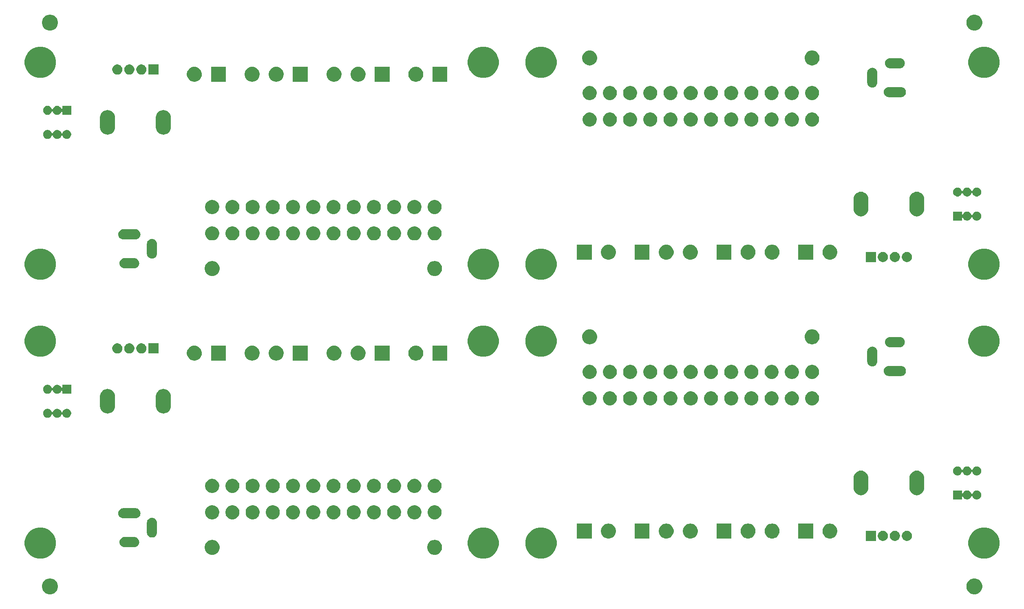
<source format=gbr>
G04 #@! TF.GenerationSoftware,KiCad,Pcbnew,5.1.5-52549c5~86~ubuntu18.04.1*
G04 #@! TF.CreationDate,2020-09-04T15:04:35-03:00*
G04 #@! TF.ProjectId,panel-tp2,70616e65-6c2d-4747-9032-2e6b69636164,v1.0*
G04 #@! TF.SameCoordinates,Original*
G04 #@! TF.FileFunction,Soldermask,Bot*
G04 #@! TF.FilePolarity,Negative*
%FSLAX46Y46*%
G04 Gerber Fmt 4.6, Leading zero omitted, Abs format (unit mm)*
G04 Created by KiCad (PCBNEW 5.1.5-52549c5~86~ubuntu18.04.1) date 2020-09-04 15:04:35*
%MOMM*%
%LPD*%
G04 APERTURE LIST*
%ADD10C,0.100000*%
G04 APERTURE END LIST*
D10*
G36*
X228207874Y-140359023D02*
G01*
X228481287Y-140413408D01*
X228781568Y-140537789D01*
X229051814Y-140718361D01*
X229281639Y-140948186D01*
X229462211Y-141218432D01*
X229586592Y-141518713D01*
X229650000Y-141837489D01*
X229650000Y-142162511D01*
X229586592Y-142481287D01*
X229462211Y-142781568D01*
X229281639Y-143051814D01*
X229051814Y-143281639D01*
X228781568Y-143462211D01*
X228481287Y-143586592D01*
X228207874Y-143640977D01*
X228162512Y-143650000D01*
X227837488Y-143650000D01*
X227792126Y-143640977D01*
X227518713Y-143586592D01*
X227218432Y-143462211D01*
X226948186Y-143281639D01*
X226718361Y-143051814D01*
X226537789Y-142781568D01*
X226413408Y-142481287D01*
X226350000Y-142162511D01*
X226350000Y-141837489D01*
X226413408Y-141518713D01*
X226537789Y-141218432D01*
X226718361Y-140948186D01*
X226948186Y-140718361D01*
X227218432Y-140537789D01*
X227518713Y-140413408D01*
X227792126Y-140359023D01*
X227837488Y-140350000D01*
X228162512Y-140350000D01*
X228207874Y-140359023D01*
G37*
G36*
X36207874Y-140359023D02*
G01*
X36481287Y-140413408D01*
X36781568Y-140537789D01*
X37051814Y-140718361D01*
X37281639Y-140948186D01*
X37462211Y-141218432D01*
X37586592Y-141518713D01*
X37650000Y-141837489D01*
X37650000Y-142162511D01*
X37586592Y-142481287D01*
X37462211Y-142781568D01*
X37281639Y-143051814D01*
X37051814Y-143281639D01*
X36781568Y-143462211D01*
X36481287Y-143586592D01*
X36207874Y-143640977D01*
X36162512Y-143650000D01*
X35837488Y-143650000D01*
X35792126Y-143640977D01*
X35518713Y-143586592D01*
X35218432Y-143462211D01*
X34948186Y-143281639D01*
X34718361Y-143051814D01*
X34537789Y-142781568D01*
X34413408Y-142481287D01*
X34350000Y-142162511D01*
X34350000Y-141837489D01*
X34413408Y-141518713D01*
X34537789Y-141218432D01*
X34718361Y-140948186D01*
X34948186Y-140718361D01*
X35218432Y-140537789D01*
X35518713Y-140413408D01*
X35792126Y-140359023D01*
X35837488Y-140350000D01*
X36162512Y-140350000D01*
X36207874Y-140359023D01*
G37*
G36*
X230947989Y-129874895D02*
G01*
X231539450Y-130119887D01*
X231539452Y-130119888D01*
X232071754Y-130475560D01*
X232524440Y-130928246D01*
X232880112Y-131460548D01*
X232880113Y-131460550D01*
X233125105Y-132052011D01*
X233250000Y-132679902D01*
X233250000Y-133320098D01*
X233125105Y-133947989D01*
X232880113Y-134539450D01*
X232880112Y-134539452D01*
X232524440Y-135071754D01*
X232071754Y-135524440D01*
X231539452Y-135880112D01*
X231539451Y-135880113D01*
X231539450Y-135880113D01*
X230947989Y-136125105D01*
X230320098Y-136250000D01*
X229679902Y-136250000D01*
X229052011Y-136125105D01*
X228460550Y-135880113D01*
X228460549Y-135880113D01*
X228460548Y-135880112D01*
X227928246Y-135524440D01*
X227475560Y-135071754D01*
X227119888Y-134539452D01*
X227119887Y-134539450D01*
X226874895Y-133947989D01*
X226750000Y-133320098D01*
X226750000Y-132679902D01*
X226874895Y-132052011D01*
X227119887Y-131460550D01*
X227119888Y-131460548D01*
X227475560Y-130928246D01*
X227928246Y-130475560D01*
X228460548Y-130119888D01*
X228460550Y-130119887D01*
X229052011Y-129874895D01*
X229679902Y-129750000D01*
X230320098Y-129750000D01*
X230947989Y-129874895D01*
G37*
G36*
X138947989Y-129874895D02*
G01*
X139539450Y-130119887D01*
X139539452Y-130119888D01*
X140071754Y-130475560D01*
X140524440Y-130928246D01*
X140880112Y-131460548D01*
X140880113Y-131460550D01*
X141125105Y-132052011D01*
X141250000Y-132679902D01*
X141250000Y-133320098D01*
X141125105Y-133947989D01*
X140880113Y-134539450D01*
X140880112Y-134539452D01*
X140524440Y-135071754D01*
X140071754Y-135524440D01*
X139539452Y-135880112D01*
X139539451Y-135880113D01*
X139539450Y-135880113D01*
X138947989Y-136125105D01*
X138320098Y-136250000D01*
X137679902Y-136250000D01*
X137052011Y-136125105D01*
X136460550Y-135880113D01*
X136460549Y-135880113D01*
X136460548Y-135880112D01*
X135928246Y-135524440D01*
X135475560Y-135071754D01*
X135119888Y-134539452D01*
X135119887Y-134539450D01*
X134874895Y-133947989D01*
X134750000Y-133320098D01*
X134750000Y-132679902D01*
X134874895Y-132052011D01*
X135119887Y-131460550D01*
X135119888Y-131460548D01*
X135475560Y-130928246D01*
X135928246Y-130475560D01*
X136460548Y-130119888D01*
X136460550Y-130119887D01*
X137052011Y-129874895D01*
X137679902Y-129750000D01*
X138320098Y-129750000D01*
X138947989Y-129874895D01*
G37*
G36*
X126947989Y-129874895D02*
G01*
X127539450Y-130119887D01*
X127539452Y-130119888D01*
X128071754Y-130475560D01*
X128524440Y-130928246D01*
X128880112Y-131460548D01*
X128880113Y-131460550D01*
X129125105Y-132052011D01*
X129250000Y-132679902D01*
X129250000Y-133320098D01*
X129125105Y-133947989D01*
X128880113Y-134539450D01*
X128880112Y-134539452D01*
X128524440Y-135071754D01*
X128071754Y-135524440D01*
X127539452Y-135880112D01*
X127539451Y-135880113D01*
X127539450Y-135880113D01*
X126947989Y-136125105D01*
X126320098Y-136250000D01*
X125679902Y-136250000D01*
X125052011Y-136125105D01*
X124460550Y-135880113D01*
X124460549Y-135880113D01*
X124460548Y-135880112D01*
X123928246Y-135524440D01*
X123475560Y-135071754D01*
X123119888Y-134539452D01*
X123119887Y-134539450D01*
X122874895Y-133947989D01*
X122750000Y-133320098D01*
X122750000Y-132679902D01*
X122874895Y-132052011D01*
X123119887Y-131460550D01*
X123119888Y-131460548D01*
X123475560Y-130928246D01*
X123928246Y-130475560D01*
X124460548Y-130119888D01*
X124460550Y-130119887D01*
X125052011Y-129874895D01*
X125679902Y-129750000D01*
X126320098Y-129750000D01*
X126947989Y-129874895D01*
G37*
G36*
X34947989Y-129874895D02*
G01*
X35539450Y-130119887D01*
X35539452Y-130119888D01*
X36071754Y-130475560D01*
X36524440Y-130928246D01*
X36880112Y-131460548D01*
X36880113Y-131460550D01*
X37125105Y-132052011D01*
X37250000Y-132679902D01*
X37250000Y-133320098D01*
X37125105Y-133947989D01*
X36880113Y-134539450D01*
X36880112Y-134539452D01*
X36524440Y-135071754D01*
X36071754Y-135524440D01*
X35539452Y-135880112D01*
X35539451Y-135880113D01*
X35539450Y-135880113D01*
X34947989Y-136125105D01*
X34320098Y-136250000D01*
X33679902Y-136250000D01*
X33052011Y-136125105D01*
X32460550Y-135880113D01*
X32460549Y-135880113D01*
X32460548Y-135880112D01*
X31928246Y-135524440D01*
X31475560Y-135071754D01*
X31119888Y-134539452D01*
X31119887Y-134539450D01*
X30874895Y-133947989D01*
X30750000Y-133320098D01*
X30750000Y-132679902D01*
X30874895Y-132052011D01*
X31119887Y-131460550D01*
X31119888Y-131460548D01*
X31475560Y-130928246D01*
X31928246Y-130475560D01*
X32460548Y-130119888D01*
X32460550Y-130119887D01*
X33052011Y-129874895D01*
X33679902Y-129750000D01*
X34320098Y-129750000D01*
X34947989Y-129874895D01*
G37*
G36*
X116202390Y-132379783D02*
G01*
X116352118Y-132409565D01*
X116402654Y-132430498D01*
X116634199Y-132526407D01*
X116634200Y-132526408D01*
X116888068Y-132696036D01*
X117103964Y-132911932D01*
X117166707Y-133005834D01*
X117273593Y-133165801D01*
X117390435Y-133447883D01*
X117450000Y-133747337D01*
X117450000Y-134052663D01*
X117390435Y-134352117D01*
X117273593Y-134634199D01*
X117273592Y-134634200D01*
X117103964Y-134888068D01*
X116888068Y-135103964D01*
X116718439Y-135217306D01*
X116634199Y-135273593D01*
X116468960Y-135342037D01*
X116352118Y-135390435D01*
X116202390Y-135420218D01*
X116052663Y-135450000D01*
X115747337Y-135450000D01*
X115597610Y-135420218D01*
X115447882Y-135390435D01*
X115331040Y-135342037D01*
X115165801Y-135273593D01*
X115081561Y-135217306D01*
X114911932Y-135103964D01*
X114696036Y-134888068D01*
X114526408Y-134634200D01*
X114526407Y-134634199D01*
X114409565Y-134352117D01*
X114350000Y-134052663D01*
X114350000Y-133747337D01*
X114409565Y-133447883D01*
X114526407Y-133165801D01*
X114633293Y-133005834D01*
X114696036Y-132911932D01*
X114911932Y-132696036D01*
X115165800Y-132526408D01*
X115165801Y-132526407D01*
X115397346Y-132430498D01*
X115447882Y-132409565D01*
X115597610Y-132379783D01*
X115747337Y-132350000D01*
X116052663Y-132350000D01*
X116202390Y-132379783D01*
G37*
G36*
X70002390Y-132379783D02*
G01*
X70152118Y-132409565D01*
X70202654Y-132430498D01*
X70434199Y-132526407D01*
X70434200Y-132526408D01*
X70688068Y-132696036D01*
X70903964Y-132911932D01*
X70966707Y-133005834D01*
X71073593Y-133165801D01*
X71190435Y-133447883D01*
X71250000Y-133747337D01*
X71250000Y-134052663D01*
X71190435Y-134352117D01*
X71073593Y-134634199D01*
X71073592Y-134634200D01*
X70903964Y-134888068D01*
X70688068Y-135103964D01*
X70518439Y-135217306D01*
X70434199Y-135273593D01*
X70268960Y-135342037D01*
X70152118Y-135390435D01*
X70002390Y-135420218D01*
X69852663Y-135450000D01*
X69547337Y-135450000D01*
X69397610Y-135420218D01*
X69247882Y-135390435D01*
X69131040Y-135342037D01*
X68965801Y-135273593D01*
X68881561Y-135217306D01*
X68711932Y-135103964D01*
X68496036Y-134888068D01*
X68326408Y-134634200D01*
X68326407Y-134634199D01*
X68209565Y-134352117D01*
X68150000Y-134052663D01*
X68150000Y-133747337D01*
X68209565Y-133447883D01*
X68326407Y-133165801D01*
X68433293Y-133005834D01*
X68496036Y-132911932D01*
X68711932Y-132696036D01*
X68965800Y-132526408D01*
X68965801Y-132526407D01*
X69197346Y-132430498D01*
X69247882Y-132409565D01*
X69397610Y-132379783D01*
X69547337Y-132350000D01*
X69852663Y-132350000D01*
X70002390Y-132379783D01*
G37*
G36*
X53628707Y-131757597D02*
G01*
X53705836Y-131765193D01*
X53841262Y-131806274D01*
X53903765Y-131825234D01*
X54086170Y-131922732D01*
X54246055Y-132053945D01*
X54377268Y-132213830D01*
X54474766Y-132396235D01*
X54474767Y-132396238D01*
X54534807Y-132594164D01*
X54555080Y-132800000D01*
X54534807Y-133005836D01*
X54486282Y-133165801D01*
X54474766Y-133203765D01*
X54377268Y-133386170D01*
X54246055Y-133546055D01*
X54086170Y-133677268D01*
X53903765Y-133774766D01*
X53903762Y-133774767D01*
X53705836Y-133834807D01*
X53628707Y-133842403D01*
X53551580Y-133850000D01*
X51448420Y-133850000D01*
X51371293Y-133842403D01*
X51294164Y-133834807D01*
X51096238Y-133774767D01*
X51096235Y-133774766D01*
X50913830Y-133677268D01*
X50753945Y-133546055D01*
X50622732Y-133386170D01*
X50525234Y-133203765D01*
X50513718Y-133165801D01*
X50465193Y-133005836D01*
X50444920Y-132800000D01*
X50465193Y-132594164D01*
X50525233Y-132396238D01*
X50525234Y-132396235D01*
X50622732Y-132213830D01*
X50753945Y-132053945D01*
X50913830Y-131922732D01*
X51096235Y-131825234D01*
X51158738Y-131806274D01*
X51294164Y-131765193D01*
X51371293Y-131757597D01*
X51448420Y-131750000D01*
X53551580Y-131750000D01*
X53628707Y-131757597D01*
G37*
G36*
X214128687Y-130455027D02*
G01*
X214306274Y-130490350D01*
X214497362Y-130569502D01*
X214669336Y-130684411D01*
X214815589Y-130830664D01*
X214930498Y-131002638D01*
X215009650Y-131193726D01*
X215050000Y-131396584D01*
X215050000Y-131603416D01*
X215009650Y-131806274D01*
X214930498Y-131997362D01*
X214815589Y-132169336D01*
X214669336Y-132315589D01*
X214497362Y-132430498D01*
X214306274Y-132509650D01*
X214128687Y-132544973D01*
X214103417Y-132550000D01*
X213896583Y-132550000D01*
X213871313Y-132544973D01*
X213693726Y-132509650D01*
X213502638Y-132430498D01*
X213330664Y-132315589D01*
X213184411Y-132169336D01*
X213069502Y-131997362D01*
X212990350Y-131806274D01*
X212950000Y-131603416D01*
X212950000Y-131396584D01*
X212990350Y-131193726D01*
X213069502Y-131002638D01*
X213184411Y-130830664D01*
X213330664Y-130684411D01*
X213502638Y-130569502D01*
X213693726Y-130490350D01*
X213871313Y-130455027D01*
X213896583Y-130450000D01*
X214103417Y-130450000D01*
X214128687Y-130455027D01*
G37*
G36*
X211628687Y-130455027D02*
G01*
X211806274Y-130490350D01*
X211997362Y-130569502D01*
X212169336Y-130684411D01*
X212315589Y-130830664D01*
X212430498Y-131002638D01*
X212509650Y-131193726D01*
X212550000Y-131396584D01*
X212550000Y-131603416D01*
X212509650Y-131806274D01*
X212430498Y-131997362D01*
X212315589Y-132169336D01*
X212169336Y-132315589D01*
X211997362Y-132430498D01*
X211806274Y-132509650D01*
X211628687Y-132544973D01*
X211603417Y-132550000D01*
X211396583Y-132550000D01*
X211371313Y-132544973D01*
X211193726Y-132509650D01*
X211002638Y-132430498D01*
X210830664Y-132315589D01*
X210684411Y-132169336D01*
X210569502Y-131997362D01*
X210490350Y-131806274D01*
X210450000Y-131603416D01*
X210450000Y-131396584D01*
X210490350Y-131193726D01*
X210569502Y-131002638D01*
X210684411Y-130830664D01*
X210830664Y-130684411D01*
X211002638Y-130569502D01*
X211193726Y-130490350D01*
X211371313Y-130455027D01*
X211396583Y-130450000D01*
X211603417Y-130450000D01*
X211628687Y-130455027D01*
G37*
G36*
X209128687Y-130455027D02*
G01*
X209306274Y-130490350D01*
X209497362Y-130569502D01*
X209669336Y-130684411D01*
X209815589Y-130830664D01*
X209930498Y-131002638D01*
X210009650Y-131193726D01*
X210050000Y-131396584D01*
X210050000Y-131603416D01*
X210009650Y-131806274D01*
X209930498Y-131997362D01*
X209815589Y-132169336D01*
X209669336Y-132315589D01*
X209497362Y-132430498D01*
X209306274Y-132509650D01*
X209128687Y-132544973D01*
X209103417Y-132550000D01*
X208896583Y-132550000D01*
X208871313Y-132544973D01*
X208693726Y-132509650D01*
X208502638Y-132430498D01*
X208330664Y-132315589D01*
X208184411Y-132169336D01*
X208069502Y-131997362D01*
X207990350Y-131806274D01*
X207950000Y-131603416D01*
X207950000Y-131396584D01*
X207990350Y-131193726D01*
X208069502Y-131002638D01*
X208184411Y-130830664D01*
X208330664Y-130684411D01*
X208502638Y-130569502D01*
X208693726Y-130490350D01*
X208871313Y-130455027D01*
X208896583Y-130450000D01*
X209103417Y-130450000D01*
X209128687Y-130455027D01*
G37*
G36*
X207550000Y-132550000D02*
G01*
X205450000Y-132550000D01*
X205450000Y-130450000D01*
X207550000Y-130450000D01*
X207550000Y-132550000D01*
G37*
G36*
X152302390Y-128979782D02*
G01*
X152452118Y-129009565D01*
X152568960Y-129057963D01*
X152734199Y-129126407D01*
X152734200Y-129126408D01*
X152988068Y-129296036D01*
X153203964Y-129511932D01*
X153317306Y-129681561D01*
X153373593Y-129765801D01*
X153442037Y-129931040D01*
X153490435Y-130047882D01*
X153550000Y-130347338D01*
X153550000Y-130652662D01*
X153490435Y-130952118D01*
X153468184Y-131005836D01*
X153373593Y-131234199D01*
X153373592Y-131234200D01*
X153203964Y-131488068D01*
X152988068Y-131703964D01*
X152882103Y-131774767D01*
X152734199Y-131873593D01*
X152615564Y-131922733D01*
X152452118Y-131990435D01*
X152417303Y-131997360D01*
X152152663Y-132050000D01*
X151847337Y-132050000D01*
X151582697Y-131997360D01*
X151547882Y-131990435D01*
X151384436Y-131922733D01*
X151265801Y-131873593D01*
X151117897Y-131774767D01*
X151011932Y-131703964D01*
X150796036Y-131488068D01*
X150626408Y-131234200D01*
X150626407Y-131234199D01*
X150531816Y-131005836D01*
X150509565Y-130952118D01*
X150450000Y-130652662D01*
X150450000Y-130347338D01*
X150509565Y-130047882D01*
X150557963Y-129931040D01*
X150626407Y-129765801D01*
X150682694Y-129681561D01*
X150796036Y-129511932D01*
X151011932Y-129296036D01*
X151265800Y-129126408D01*
X151265801Y-129126407D01*
X151431040Y-129057963D01*
X151547882Y-129009565D01*
X151697610Y-128979782D01*
X151847337Y-128950000D01*
X152152663Y-128950000D01*
X152302390Y-128979782D01*
G37*
G36*
X198302390Y-128979782D02*
G01*
X198452118Y-129009565D01*
X198568960Y-129057963D01*
X198734199Y-129126407D01*
X198734200Y-129126408D01*
X198988068Y-129296036D01*
X199203964Y-129511932D01*
X199317306Y-129681561D01*
X199373593Y-129765801D01*
X199442037Y-129931040D01*
X199490435Y-130047882D01*
X199550000Y-130347338D01*
X199550000Y-130652662D01*
X199490435Y-130952118D01*
X199468184Y-131005836D01*
X199373593Y-131234199D01*
X199373592Y-131234200D01*
X199203964Y-131488068D01*
X198988068Y-131703964D01*
X198882103Y-131774767D01*
X198734199Y-131873593D01*
X198615564Y-131922733D01*
X198452118Y-131990435D01*
X198417303Y-131997360D01*
X198152663Y-132050000D01*
X197847337Y-132050000D01*
X197582697Y-131997360D01*
X197547882Y-131990435D01*
X197384436Y-131922733D01*
X197265801Y-131873593D01*
X197117897Y-131774767D01*
X197011932Y-131703964D01*
X196796036Y-131488068D01*
X196626408Y-131234200D01*
X196626407Y-131234199D01*
X196531816Y-131005836D01*
X196509565Y-130952118D01*
X196450000Y-130652662D01*
X196450000Y-130347338D01*
X196509565Y-130047882D01*
X196557963Y-129931040D01*
X196626407Y-129765801D01*
X196682694Y-129681561D01*
X196796036Y-129511932D01*
X197011932Y-129296036D01*
X197265800Y-129126408D01*
X197265801Y-129126407D01*
X197431040Y-129057963D01*
X197547882Y-129009565D01*
X197697610Y-128979782D01*
X197847337Y-128950000D01*
X198152663Y-128950000D01*
X198302390Y-128979782D01*
G37*
G36*
X186302390Y-128979782D02*
G01*
X186452118Y-129009565D01*
X186568960Y-129057963D01*
X186734199Y-129126407D01*
X186734200Y-129126408D01*
X186988068Y-129296036D01*
X187203964Y-129511932D01*
X187317306Y-129681561D01*
X187373593Y-129765801D01*
X187442037Y-129931040D01*
X187490435Y-130047882D01*
X187550000Y-130347338D01*
X187550000Y-130652662D01*
X187490435Y-130952118D01*
X187468184Y-131005836D01*
X187373593Y-131234199D01*
X187373592Y-131234200D01*
X187203964Y-131488068D01*
X186988068Y-131703964D01*
X186882103Y-131774767D01*
X186734199Y-131873593D01*
X186615564Y-131922733D01*
X186452118Y-131990435D01*
X186417303Y-131997360D01*
X186152663Y-132050000D01*
X185847337Y-132050000D01*
X185582697Y-131997360D01*
X185547882Y-131990435D01*
X185384436Y-131922733D01*
X185265801Y-131873593D01*
X185117897Y-131774767D01*
X185011932Y-131703964D01*
X184796036Y-131488068D01*
X184626408Y-131234200D01*
X184626407Y-131234199D01*
X184531816Y-131005836D01*
X184509565Y-130952118D01*
X184450000Y-130652662D01*
X184450000Y-130347338D01*
X184509565Y-130047882D01*
X184557963Y-129931040D01*
X184626407Y-129765801D01*
X184682694Y-129681561D01*
X184796036Y-129511932D01*
X185011932Y-129296036D01*
X185265800Y-129126408D01*
X185265801Y-129126407D01*
X185431040Y-129057963D01*
X185547882Y-129009565D01*
X185697610Y-128979782D01*
X185847337Y-128950000D01*
X186152663Y-128950000D01*
X186302390Y-128979782D01*
G37*
G36*
X181302390Y-128979782D02*
G01*
X181452118Y-129009565D01*
X181568960Y-129057963D01*
X181734199Y-129126407D01*
X181734200Y-129126408D01*
X181988068Y-129296036D01*
X182203964Y-129511932D01*
X182317306Y-129681561D01*
X182373593Y-129765801D01*
X182442037Y-129931040D01*
X182490435Y-130047882D01*
X182550000Y-130347338D01*
X182550000Y-130652662D01*
X182490435Y-130952118D01*
X182468184Y-131005836D01*
X182373593Y-131234199D01*
X182373592Y-131234200D01*
X182203964Y-131488068D01*
X181988068Y-131703964D01*
X181882103Y-131774767D01*
X181734199Y-131873593D01*
X181615564Y-131922733D01*
X181452118Y-131990435D01*
X181417303Y-131997360D01*
X181152663Y-132050000D01*
X180847337Y-132050000D01*
X180582697Y-131997360D01*
X180547882Y-131990435D01*
X180384436Y-131922733D01*
X180265801Y-131873593D01*
X180117897Y-131774767D01*
X180011932Y-131703964D01*
X179796036Y-131488068D01*
X179626408Y-131234200D01*
X179626407Y-131234199D01*
X179531816Y-131005836D01*
X179509565Y-130952118D01*
X179450000Y-130652662D01*
X179450000Y-130347338D01*
X179509565Y-130047882D01*
X179557963Y-129931040D01*
X179626407Y-129765801D01*
X179682694Y-129681561D01*
X179796036Y-129511932D01*
X180011932Y-129296036D01*
X180265800Y-129126408D01*
X180265801Y-129126407D01*
X180431040Y-129057963D01*
X180547882Y-129009565D01*
X180697610Y-128979782D01*
X180847337Y-128950000D01*
X181152663Y-128950000D01*
X181302390Y-128979782D01*
G37*
G36*
X177550000Y-132050000D02*
G01*
X174450000Y-132050000D01*
X174450000Y-128950000D01*
X177550000Y-128950000D01*
X177550000Y-132050000D01*
G37*
G36*
X169302390Y-128979782D02*
G01*
X169452118Y-129009565D01*
X169568960Y-129057963D01*
X169734199Y-129126407D01*
X169734200Y-129126408D01*
X169988068Y-129296036D01*
X170203964Y-129511932D01*
X170317306Y-129681561D01*
X170373593Y-129765801D01*
X170442037Y-129931040D01*
X170490435Y-130047882D01*
X170550000Y-130347338D01*
X170550000Y-130652662D01*
X170490435Y-130952118D01*
X170468184Y-131005836D01*
X170373593Y-131234199D01*
X170373592Y-131234200D01*
X170203964Y-131488068D01*
X169988068Y-131703964D01*
X169882103Y-131774767D01*
X169734199Y-131873593D01*
X169615564Y-131922733D01*
X169452118Y-131990435D01*
X169417303Y-131997360D01*
X169152663Y-132050000D01*
X168847337Y-132050000D01*
X168582697Y-131997360D01*
X168547882Y-131990435D01*
X168384436Y-131922733D01*
X168265801Y-131873593D01*
X168117897Y-131774767D01*
X168011932Y-131703964D01*
X167796036Y-131488068D01*
X167626408Y-131234200D01*
X167626407Y-131234199D01*
X167531816Y-131005836D01*
X167509565Y-130952118D01*
X167450000Y-130652662D01*
X167450000Y-130347338D01*
X167509565Y-130047882D01*
X167557963Y-129931040D01*
X167626407Y-129765801D01*
X167682694Y-129681561D01*
X167796036Y-129511932D01*
X168011932Y-129296036D01*
X168265800Y-129126408D01*
X168265801Y-129126407D01*
X168431040Y-129057963D01*
X168547882Y-129009565D01*
X168697610Y-128979782D01*
X168847337Y-128950000D01*
X169152663Y-128950000D01*
X169302390Y-128979782D01*
G37*
G36*
X160550000Y-132050000D02*
G01*
X157450000Y-132050000D01*
X157450000Y-128950000D01*
X160550000Y-128950000D01*
X160550000Y-132050000D01*
G37*
G36*
X148550000Y-132050000D02*
G01*
X145450000Y-132050000D01*
X145450000Y-128950000D01*
X148550000Y-128950000D01*
X148550000Y-132050000D01*
G37*
G36*
X194550000Y-132050000D02*
G01*
X191450000Y-132050000D01*
X191450000Y-128950000D01*
X194550000Y-128950000D01*
X194550000Y-132050000D01*
G37*
G36*
X164302390Y-128979782D02*
G01*
X164452118Y-129009565D01*
X164568960Y-129057963D01*
X164734199Y-129126407D01*
X164734200Y-129126408D01*
X164988068Y-129296036D01*
X165203964Y-129511932D01*
X165317306Y-129681561D01*
X165373593Y-129765801D01*
X165442037Y-129931040D01*
X165490435Y-130047882D01*
X165550000Y-130347338D01*
X165550000Y-130652662D01*
X165490435Y-130952118D01*
X165468184Y-131005836D01*
X165373593Y-131234199D01*
X165373592Y-131234200D01*
X165203964Y-131488068D01*
X164988068Y-131703964D01*
X164882103Y-131774767D01*
X164734199Y-131873593D01*
X164615564Y-131922733D01*
X164452118Y-131990435D01*
X164417303Y-131997360D01*
X164152663Y-132050000D01*
X163847337Y-132050000D01*
X163582697Y-131997360D01*
X163547882Y-131990435D01*
X163384436Y-131922733D01*
X163265801Y-131873593D01*
X163117897Y-131774767D01*
X163011932Y-131703964D01*
X162796036Y-131488068D01*
X162626408Y-131234200D01*
X162626407Y-131234199D01*
X162531816Y-131005836D01*
X162509565Y-130952118D01*
X162450000Y-130652662D01*
X162450000Y-130347338D01*
X162509565Y-130047882D01*
X162557963Y-129931040D01*
X162626407Y-129765801D01*
X162682694Y-129681561D01*
X162796036Y-129511932D01*
X163011932Y-129296036D01*
X163265800Y-129126408D01*
X163265801Y-129126407D01*
X163431040Y-129057963D01*
X163547882Y-129009565D01*
X163697610Y-128979782D01*
X163847337Y-128950000D01*
X164152663Y-128950000D01*
X164302390Y-128979782D01*
G37*
G36*
X57405836Y-127765193D02*
G01*
X57603762Y-127825233D01*
X57603765Y-127825234D01*
X57786170Y-127922732D01*
X57946055Y-128053945D01*
X58077268Y-128213830D01*
X58174766Y-128396235D01*
X58174767Y-128396238D01*
X58234807Y-128594164D01*
X58250000Y-128748422D01*
X58250000Y-130851578D01*
X58234807Y-131005836D01*
X58177811Y-131193726D01*
X58174766Y-131203765D01*
X58077268Y-131386170D01*
X57946055Y-131546055D01*
X57827819Y-131643087D01*
X57786171Y-131677267D01*
X57786169Y-131677268D01*
X57603764Y-131774766D01*
X57603761Y-131774767D01*
X57405835Y-131834807D01*
X57200000Y-131855080D01*
X56994164Y-131834807D01*
X56796238Y-131774767D01*
X56796235Y-131774766D01*
X56613830Y-131677268D01*
X56453945Y-131546055D01*
X56331278Y-131396583D01*
X56322733Y-131386171D01*
X56312726Y-131367450D01*
X56225234Y-131203764D01*
X56222189Y-131193726D01*
X56165193Y-131005835D01*
X56150000Y-130851577D01*
X56150001Y-128748422D01*
X56165194Y-128594164D01*
X56225234Y-128396238D01*
X56225235Y-128396235D01*
X56322733Y-128213830D01*
X56453946Y-128053945D01*
X56613831Y-127922732D01*
X56796236Y-127825234D01*
X56796239Y-127825233D01*
X56994165Y-127765193D01*
X57200000Y-127744920D01*
X57405836Y-127765193D01*
G37*
G36*
X70122948Y-125205722D02*
G01*
X70386831Y-125315026D01*
X70386833Y-125315027D01*
X70624321Y-125473711D01*
X70826289Y-125675679D01*
X70926218Y-125825234D01*
X70984974Y-125913169D01*
X71094278Y-126177052D01*
X71150000Y-126457186D01*
X71150000Y-126742814D01*
X71094278Y-127022948D01*
X71019382Y-127203762D01*
X70984973Y-127286833D01*
X70826289Y-127524321D01*
X70624321Y-127726289D01*
X70386833Y-127884973D01*
X70386832Y-127884974D01*
X70386831Y-127884974D01*
X70122948Y-127994278D01*
X69842814Y-128050000D01*
X69557186Y-128050000D01*
X69277052Y-127994278D01*
X69013169Y-127884974D01*
X69013168Y-127884974D01*
X69013167Y-127884973D01*
X68775679Y-127726289D01*
X68573711Y-127524321D01*
X68415027Y-127286833D01*
X68380618Y-127203762D01*
X68305722Y-127022948D01*
X68250000Y-126742814D01*
X68250000Y-126457186D01*
X68305722Y-126177052D01*
X68415026Y-125913169D01*
X68473782Y-125825234D01*
X68573711Y-125675679D01*
X68775679Y-125473711D01*
X69013167Y-125315027D01*
X69013169Y-125315026D01*
X69277052Y-125205722D01*
X69557186Y-125150000D01*
X69842814Y-125150000D01*
X70122948Y-125205722D01*
G37*
G36*
X86922948Y-125205722D02*
G01*
X87186831Y-125315026D01*
X87186833Y-125315027D01*
X87424321Y-125473711D01*
X87626289Y-125675679D01*
X87726218Y-125825234D01*
X87784974Y-125913169D01*
X87894278Y-126177052D01*
X87950000Y-126457186D01*
X87950000Y-126742814D01*
X87894278Y-127022948D01*
X87819382Y-127203762D01*
X87784973Y-127286833D01*
X87626289Y-127524321D01*
X87424321Y-127726289D01*
X87186833Y-127884973D01*
X87186832Y-127884974D01*
X87186831Y-127884974D01*
X86922948Y-127994278D01*
X86642814Y-128050000D01*
X86357186Y-128050000D01*
X86077052Y-127994278D01*
X85813169Y-127884974D01*
X85813168Y-127884974D01*
X85813167Y-127884973D01*
X85575679Y-127726289D01*
X85373711Y-127524321D01*
X85215027Y-127286833D01*
X85180618Y-127203762D01*
X85105722Y-127022948D01*
X85050000Y-126742814D01*
X85050000Y-126457186D01*
X85105722Y-126177052D01*
X85215026Y-125913169D01*
X85273782Y-125825234D01*
X85373711Y-125675679D01*
X85575679Y-125473711D01*
X85813167Y-125315027D01*
X85813169Y-125315026D01*
X86077052Y-125205722D01*
X86357186Y-125150000D01*
X86642814Y-125150000D01*
X86922948Y-125205722D01*
G37*
G36*
X82722948Y-125205722D02*
G01*
X82986831Y-125315026D01*
X82986833Y-125315027D01*
X83224321Y-125473711D01*
X83426289Y-125675679D01*
X83526218Y-125825234D01*
X83584974Y-125913169D01*
X83694278Y-126177052D01*
X83750000Y-126457186D01*
X83750000Y-126742814D01*
X83694278Y-127022948D01*
X83619382Y-127203762D01*
X83584973Y-127286833D01*
X83426289Y-127524321D01*
X83224321Y-127726289D01*
X82986833Y-127884973D01*
X82986832Y-127884974D01*
X82986831Y-127884974D01*
X82722948Y-127994278D01*
X82442814Y-128050000D01*
X82157186Y-128050000D01*
X81877052Y-127994278D01*
X81613169Y-127884974D01*
X81613168Y-127884974D01*
X81613167Y-127884973D01*
X81375679Y-127726289D01*
X81173711Y-127524321D01*
X81015027Y-127286833D01*
X80980618Y-127203762D01*
X80905722Y-127022948D01*
X80850000Y-126742814D01*
X80850000Y-126457186D01*
X80905722Y-126177052D01*
X81015026Y-125913169D01*
X81073782Y-125825234D01*
X81173711Y-125675679D01*
X81375679Y-125473711D01*
X81613167Y-125315027D01*
X81613169Y-125315026D01*
X81877052Y-125205722D01*
X82157186Y-125150000D01*
X82442814Y-125150000D01*
X82722948Y-125205722D01*
G37*
G36*
X78522948Y-125205722D02*
G01*
X78786831Y-125315026D01*
X78786833Y-125315027D01*
X79024321Y-125473711D01*
X79226289Y-125675679D01*
X79326218Y-125825234D01*
X79384974Y-125913169D01*
X79494278Y-126177052D01*
X79550000Y-126457186D01*
X79550000Y-126742814D01*
X79494278Y-127022948D01*
X79419382Y-127203762D01*
X79384973Y-127286833D01*
X79226289Y-127524321D01*
X79024321Y-127726289D01*
X78786833Y-127884973D01*
X78786832Y-127884974D01*
X78786831Y-127884974D01*
X78522948Y-127994278D01*
X78242814Y-128050000D01*
X77957186Y-128050000D01*
X77677052Y-127994278D01*
X77413169Y-127884974D01*
X77413168Y-127884974D01*
X77413167Y-127884973D01*
X77175679Y-127726289D01*
X76973711Y-127524321D01*
X76815027Y-127286833D01*
X76780618Y-127203762D01*
X76705722Y-127022948D01*
X76650000Y-126742814D01*
X76650000Y-126457186D01*
X76705722Y-126177052D01*
X76815026Y-125913169D01*
X76873782Y-125825234D01*
X76973711Y-125675679D01*
X77175679Y-125473711D01*
X77413167Y-125315027D01*
X77413169Y-125315026D01*
X77677052Y-125205722D01*
X77957186Y-125150000D01*
X78242814Y-125150000D01*
X78522948Y-125205722D01*
G37*
G36*
X74322948Y-125205722D02*
G01*
X74586831Y-125315026D01*
X74586833Y-125315027D01*
X74824321Y-125473711D01*
X75026289Y-125675679D01*
X75126218Y-125825234D01*
X75184974Y-125913169D01*
X75294278Y-126177052D01*
X75350000Y-126457186D01*
X75350000Y-126742814D01*
X75294278Y-127022948D01*
X75219382Y-127203762D01*
X75184973Y-127286833D01*
X75026289Y-127524321D01*
X74824321Y-127726289D01*
X74586833Y-127884973D01*
X74586832Y-127884974D01*
X74586831Y-127884974D01*
X74322948Y-127994278D01*
X74042814Y-128050000D01*
X73757186Y-128050000D01*
X73477052Y-127994278D01*
X73213169Y-127884974D01*
X73213168Y-127884974D01*
X73213167Y-127884973D01*
X72975679Y-127726289D01*
X72773711Y-127524321D01*
X72615027Y-127286833D01*
X72580618Y-127203762D01*
X72505722Y-127022948D01*
X72450000Y-126742814D01*
X72450000Y-126457186D01*
X72505722Y-126177052D01*
X72615026Y-125913169D01*
X72673782Y-125825234D01*
X72773711Y-125675679D01*
X72975679Y-125473711D01*
X73213167Y-125315027D01*
X73213169Y-125315026D01*
X73477052Y-125205722D01*
X73757186Y-125150000D01*
X74042814Y-125150000D01*
X74322948Y-125205722D01*
G37*
G36*
X95322948Y-125205722D02*
G01*
X95586831Y-125315026D01*
X95586833Y-125315027D01*
X95824321Y-125473711D01*
X96026289Y-125675679D01*
X96126218Y-125825234D01*
X96184974Y-125913169D01*
X96294278Y-126177052D01*
X96350000Y-126457186D01*
X96350000Y-126742814D01*
X96294278Y-127022948D01*
X96219382Y-127203762D01*
X96184973Y-127286833D01*
X96026289Y-127524321D01*
X95824321Y-127726289D01*
X95586833Y-127884973D01*
X95586832Y-127884974D01*
X95586831Y-127884974D01*
X95322948Y-127994278D01*
X95042814Y-128050000D01*
X94757186Y-128050000D01*
X94477052Y-127994278D01*
X94213169Y-127884974D01*
X94213168Y-127884974D01*
X94213167Y-127884973D01*
X93975679Y-127726289D01*
X93773711Y-127524321D01*
X93615027Y-127286833D01*
X93580618Y-127203762D01*
X93505722Y-127022948D01*
X93450000Y-126742814D01*
X93450000Y-126457186D01*
X93505722Y-126177052D01*
X93615026Y-125913169D01*
X93673782Y-125825234D01*
X93773711Y-125675679D01*
X93975679Y-125473711D01*
X94213167Y-125315027D01*
X94213169Y-125315026D01*
X94477052Y-125205722D01*
X94757186Y-125150000D01*
X95042814Y-125150000D01*
X95322948Y-125205722D01*
G37*
G36*
X99522948Y-125205722D02*
G01*
X99786831Y-125315026D01*
X99786833Y-125315027D01*
X100024321Y-125473711D01*
X100226289Y-125675679D01*
X100326218Y-125825234D01*
X100384974Y-125913169D01*
X100494278Y-126177052D01*
X100550000Y-126457186D01*
X100550000Y-126742814D01*
X100494278Y-127022948D01*
X100419382Y-127203762D01*
X100384973Y-127286833D01*
X100226289Y-127524321D01*
X100024321Y-127726289D01*
X99786833Y-127884973D01*
X99786832Y-127884974D01*
X99786831Y-127884974D01*
X99522948Y-127994278D01*
X99242814Y-128050000D01*
X98957186Y-128050000D01*
X98677052Y-127994278D01*
X98413169Y-127884974D01*
X98413168Y-127884974D01*
X98413167Y-127884973D01*
X98175679Y-127726289D01*
X97973711Y-127524321D01*
X97815027Y-127286833D01*
X97780618Y-127203762D01*
X97705722Y-127022948D01*
X97650000Y-126742814D01*
X97650000Y-126457186D01*
X97705722Y-126177052D01*
X97815026Y-125913169D01*
X97873782Y-125825234D01*
X97973711Y-125675679D01*
X98175679Y-125473711D01*
X98413167Y-125315027D01*
X98413169Y-125315026D01*
X98677052Y-125205722D01*
X98957186Y-125150000D01*
X99242814Y-125150000D01*
X99522948Y-125205722D01*
G37*
G36*
X107922948Y-125205722D02*
G01*
X108186831Y-125315026D01*
X108186833Y-125315027D01*
X108424321Y-125473711D01*
X108626289Y-125675679D01*
X108726218Y-125825234D01*
X108784974Y-125913169D01*
X108894278Y-126177052D01*
X108950000Y-126457186D01*
X108950000Y-126742814D01*
X108894278Y-127022948D01*
X108819382Y-127203762D01*
X108784973Y-127286833D01*
X108626289Y-127524321D01*
X108424321Y-127726289D01*
X108186833Y-127884973D01*
X108186832Y-127884974D01*
X108186831Y-127884974D01*
X107922948Y-127994278D01*
X107642814Y-128050000D01*
X107357186Y-128050000D01*
X107077052Y-127994278D01*
X106813169Y-127884974D01*
X106813168Y-127884974D01*
X106813167Y-127884973D01*
X106575679Y-127726289D01*
X106373711Y-127524321D01*
X106215027Y-127286833D01*
X106180618Y-127203762D01*
X106105722Y-127022948D01*
X106050000Y-126742814D01*
X106050000Y-126457186D01*
X106105722Y-126177052D01*
X106215026Y-125913169D01*
X106273782Y-125825234D01*
X106373711Y-125675679D01*
X106575679Y-125473711D01*
X106813167Y-125315027D01*
X106813169Y-125315026D01*
X107077052Y-125205722D01*
X107357186Y-125150000D01*
X107642814Y-125150000D01*
X107922948Y-125205722D01*
G37*
G36*
X116322948Y-125205722D02*
G01*
X116586831Y-125315026D01*
X116586833Y-125315027D01*
X116824321Y-125473711D01*
X117026289Y-125675679D01*
X117126218Y-125825234D01*
X117184974Y-125913169D01*
X117294278Y-126177052D01*
X117350000Y-126457186D01*
X117350000Y-126742814D01*
X117294278Y-127022948D01*
X117219382Y-127203762D01*
X117184973Y-127286833D01*
X117026289Y-127524321D01*
X116824321Y-127726289D01*
X116586833Y-127884973D01*
X116586832Y-127884974D01*
X116586831Y-127884974D01*
X116322948Y-127994278D01*
X116042814Y-128050000D01*
X115757186Y-128050000D01*
X115477052Y-127994278D01*
X115213169Y-127884974D01*
X115213168Y-127884974D01*
X115213167Y-127884973D01*
X114975679Y-127726289D01*
X114773711Y-127524321D01*
X114615027Y-127286833D01*
X114580618Y-127203762D01*
X114505722Y-127022948D01*
X114450000Y-126742814D01*
X114450000Y-126457186D01*
X114505722Y-126177052D01*
X114615026Y-125913169D01*
X114673782Y-125825234D01*
X114773711Y-125675679D01*
X114975679Y-125473711D01*
X115213167Y-125315027D01*
X115213169Y-125315026D01*
X115477052Y-125205722D01*
X115757186Y-125150000D01*
X116042814Y-125150000D01*
X116322948Y-125205722D01*
G37*
G36*
X112122948Y-125205722D02*
G01*
X112386831Y-125315026D01*
X112386833Y-125315027D01*
X112624321Y-125473711D01*
X112826289Y-125675679D01*
X112926218Y-125825234D01*
X112984974Y-125913169D01*
X113094278Y-126177052D01*
X113150000Y-126457186D01*
X113150000Y-126742814D01*
X113094278Y-127022948D01*
X113019382Y-127203762D01*
X112984973Y-127286833D01*
X112826289Y-127524321D01*
X112624321Y-127726289D01*
X112386833Y-127884973D01*
X112386832Y-127884974D01*
X112386831Y-127884974D01*
X112122948Y-127994278D01*
X111842814Y-128050000D01*
X111557186Y-128050000D01*
X111277052Y-127994278D01*
X111013169Y-127884974D01*
X111013168Y-127884974D01*
X111013167Y-127884973D01*
X110775679Y-127726289D01*
X110573711Y-127524321D01*
X110415027Y-127286833D01*
X110380618Y-127203762D01*
X110305722Y-127022948D01*
X110250000Y-126742814D01*
X110250000Y-126457186D01*
X110305722Y-126177052D01*
X110415026Y-125913169D01*
X110473782Y-125825234D01*
X110573711Y-125675679D01*
X110775679Y-125473711D01*
X111013167Y-125315027D01*
X111013169Y-125315026D01*
X111277052Y-125205722D01*
X111557186Y-125150000D01*
X111842814Y-125150000D01*
X112122948Y-125205722D01*
G37*
G36*
X103722948Y-125205722D02*
G01*
X103986831Y-125315026D01*
X103986833Y-125315027D01*
X104224321Y-125473711D01*
X104426289Y-125675679D01*
X104526218Y-125825234D01*
X104584974Y-125913169D01*
X104694278Y-126177052D01*
X104750000Y-126457186D01*
X104750000Y-126742814D01*
X104694278Y-127022948D01*
X104619382Y-127203762D01*
X104584973Y-127286833D01*
X104426289Y-127524321D01*
X104224321Y-127726289D01*
X103986833Y-127884973D01*
X103986832Y-127884974D01*
X103986831Y-127884974D01*
X103722948Y-127994278D01*
X103442814Y-128050000D01*
X103157186Y-128050000D01*
X102877052Y-127994278D01*
X102613169Y-127884974D01*
X102613168Y-127884974D01*
X102613167Y-127884973D01*
X102375679Y-127726289D01*
X102173711Y-127524321D01*
X102015027Y-127286833D01*
X101980618Y-127203762D01*
X101905722Y-127022948D01*
X101850000Y-126742814D01*
X101850000Y-126457186D01*
X101905722Y-126177052D01*
X102015026Y-125913169D01*
X102073782Y-125825234D01*
X102173711Y-125675679D01*
X102375679Y-125473711D01*
X102613167Y-125315027D01*
X102613169Y-125315026D01*
X102877052Y-125205722D01*
X103157186Y-125150000D01*
X103442814Y-125150000D01*
X103722948Y-125205722D01*
G37*
G36*
X91122948Y-125205722D02*
G01*
X91386831Y-125315026D01*
X91386833Y-125315027D01*
X91624321Y-125473711D01*
X91826289Y-125675679D01*
X91926218Y-125825234D01*
X91984974Y-125913169D01*
X92094278Y-126177052D01*
X92150000Y-126457186D01*
X92150000Y-126742814D01*
X92094278Y-127022948D01*
X92019382Y-127203762D01*
X91984973Y-127286833D01*
X91826289Y-127524321D01*
X91624321Y-127726289D01*
X91386833Y-127884973D01*
X91386832Y-127884974D01*
X91386831Y-127884974D01*
X91122948Y-127994278D01*
X90842814Y-128050000D01*
X90557186Y-128050000D01*
X90277052Y-127994278D01*
X90013169Y-127884974D01*
X90013168Y-127884974D01*
X90013167Y-127884973D01*
X89775679Y-127726289D01*
X89573711Y-127524321D01*
X89415027Y-127286833D01*
X89380618Y-127203762D01*
X89305722Y-127022948D01*
X89250000Y-126742814D01*
X89250000Y-126457186D01*
X89305722Y-126177052D01*
X89415026Y-125913169D01*
X89473782Y-125825234D01*
X89573711Y-125675679D01*
X89775679Y-125473711D01*
X90013167Y-125315027D01*
X90013169Y-125315026D01*
X90277052Y-125205722D01*
X90557186Y-125150000D01*
X90842814Y-125150000D01*
X91122948Y-125205722D01*
G37*
G36*
X53878707Y-125757597D02*
G01*
X53955836Y-125765193D01*
X54153762Y-125825233D01*
X54153765Y-125825234D01*
X54336170Y-125922732D01*
X54496055Y-126053945D01*
X54627268Y-126213830D01*
X54724766Y-126396235D01*
X54724767Y-126396238D01*
X54784807Y-126594164D01*
X54805080Y-126800000D01*
X54784807Y-127005836D01*
X54724767Y-127203762D01*
X54724766Y-127203765D01*
X54627268Y-127386170D01*
X54496055Y-127546055D01*
X54336170Y-127677268D01*
X54153765Y-127774766D01*
X54153762Y-127774767D01*
X53955836Y-127834807D01*
X53878707Y-127842403D01*
X53801580Y-127850000D01*
X51198420Y-127850000D01*
X51121293Y-127842403D01*
X51044164Y-127834807D01*
X50846238Y-127774767D01*
X50846235Y-127774766D01*
X50663830Y-127677268D01*
X50503945Y-127546055D01*
X50372732Y-127386170D01*
X50275234Y-127203765D01*
X50275233Y-127203762D01*
X50215193Y-127005836D01*
X50194920Y-126800000D01*
X50215193Y-126594164D01*
X50275233Y-126396238D01*
X50275234Y-126396235D01*
X50372732Y-126213830D01*
X50503945Y-126053945D01*
X50663830Y-125922732D01*
X50846235Y-125825234D01*
X50846238Y-125825233D01*
X51044164Y-125765193D01*
X51121293Y-125757597D01*
X51198420Y-125750000D01*
X53801580Y-125750000D01*
X53878707Y-125757597D01*
G37*
G36*
X225425000Y-122549726D02*
G01*
X225427402Y-122574112D01*
X225434515Y-122597561D01*
X225446066Y-122619172D01*
X225461611Y-122638114D01*
X225480553Y-122653659D01*
X225502164Y-122665210D01*
X225525613Y-122672323D01*
X225549999Y-122674725D01*
X225574385Y-122672323D01*
X225597834Y-122665210D01*
X225619445Y-122653659D01*
X225638387Y-122638114D01*
X225653932Y-122619172D01*
X225665480Y-122597567D01*
X225680275Y-122561848D01*
X225781505Y-122410347D01*
X225910347Y-122281505D01*
X226061848Y-122180275D01*
X226230187Y-122110547D01*
X226349326Y-122086849D01*
X226408894Y-122075000D01*
X226591106Y-122075000D01*
X226650674Y-122086849D01*
X226769813Y-122110547D01*
X226938152Y-122180275D01*
X227089653Y-122281505D01*
X227218495Y-122410347D01*
X227319725Y-122561848D01*
X227384520Y-122718277D01*
X227396067Y-122739881D01*
X227411612Y-122758822D01*
X227430554Y-122774368D01*
X227452165Y-122785919D01*
X227475614Y-122793032D01*
X227500000Y-122795434D01*
X227524386Y-122793032D01*
X227547835Y-122785919D01*
X227569446Y-122774368D01*
X227588387Y-122758823D01*
X227603933Y-122739881D01*
X227615480Y-122718277D01*
X227680275Y-122561848D01*
X227781505Y-122410347D01*
X227910347Y-122281505D01*
X228061848Y-122180275D01*
X228230187Y-122110547D01*
X228349326Y-122086849D01*
X228408894Y-122075000D01*
X228591106Y-122075000D01*
X228650674Y-122086849D01*
X228769813Y-122110547D01*
X228938152Y-122180275D01*
X229089653Y-122281505D01*
X229218495Y-122410347D01*
X229319725Y-122561848D01*
X229389453Y-122730187D01*
X229425000Y-122908895D01*
X229425000Y-123091105D01*
X229389453Y-123269813D01*
X229319725Y-123438152D01*
X229218495Y-123589653D01*
X229089653Y-123718495D01*
X228938152Y-123819725D01*
X228769813Y-123889453D01*
X228650674Y-123913151D01*
X228591106Y-123925000D01*
X228408894Y-123925000D01*
X228349326Y-123913151D01*
X228230187Y-123889453D01*
X228061848Y-123819725D01*
X227910347Y-123718495D01*
X227781505Y-123589653D01*
X227680275Y-123438152D01*
X227615480Y-123281723D01*
X227603933Y-123260119D01*
X227588388Y-123241178D01*
X227569446Y-123225632D01*
X227547835Y-123214081D01*
X227524386Y-123206968D01*
X227500000Y-123204566D01*
X227475614Y-123206968D01*
X227452165Y-123214081D01*
X227430554Y-123225632D01*
X227411613Y-123241177D01*
X227396067Y-123260119D01*
X227384520Y-123281723D01*
X227319725Y-123438152D01*
X227218495Y-123589653D01*
X227089653Y-123718495D01*
X226938152Y-123819725D01*
X226769813Y-123889453D01*
X226650674Y-123913151D01*
X226591106Y-123925000D01*
X226408894Y-123925000D01*
X226349326Y-123913151D01*
X226230187Y-123889453D01*
X226061848Y-123819725D01*
X225910347Y-123718495D01*
X225781505Y-123589653D01*
X225680275Y-123438152D01*
X225665480Y-123402433D01*
X225653932Y-123380828D01*
X225638387Y-123361886D01*
X225619445Y-123346341D01*
X225597834Y-123334790D01*
X225574385Y-123327677D01*
X225549999Y-123325275D01*
X225525613Y-123327677D01*
X225502164Y-123334790D01*
X225480553Y-123346341D01*
X225461611Y-123361886D01*
X225446066Y-123380828D01*
X225434515Y-123402439D01*
X225427402Y-123425888D01*
X225425000Y-123450274D01*
X225425000Y-123925000D01*
X223575000Y-123925000D01*
X223575000Y-122075000D01*
X225425000Y-122075000D01*
X225425000Y-122549726D01*
G37*
G36*
X216353848Y-117972427D02*
G01*
X216353851Y-117972428D01*
X216353852Y-117972428D01*
X216646028Y-118061059D01*
X216646030Y-118061060D01*
X216646033Y-118061061D01*
X216915298Y-118204986D01*
X217151319Y-118398681D01*
X217345014Y-118634701D01*
X217488939Y-118903966D01*
X217577573Y-119196151D01*
X217600000Y-119423858D01*
X217600000Y-121576142D01*
X217577573Y-121803849D01*
X217577572Y-121803852D01*
X217577572Y-121803853D01*
X217510694Y-122024320D01*
X217488939Y-122096034D01*
X217345014Y-122365299D01*
X217151319Y-122601319D01*
X216915299Y-122795014D01*
X216646034Y-122938939D01*
X216646031Y-122938940D01*
X216646029Y-122938941D01*
X216353853Y-123027572D01*
X216353852Y-123027572D01*
X216353849Y-123027573D01*
X216050000Y-123057499D01*
X215746152Y-123027573D01*
X215746149Y-123027572D01*
X215746148Y-123027572D01*
X215453972Y-122938941D01*
X215453970Y-122938940D01*
X215453967Y-122938939D01*
X215184702Y-122795014D01*
X214948682Y-122601319D01*
X214754987Y-122365299D01*
X214611062Y-122096034D01*
X214589308Y-122024320D01*
X214522429Y-121803853D01*
X214522429Y-121803852D01*
X214522428Y-121803849D01*
X214500001Y-121576142D01*
X214500000Y-119423859D01*
X214522427Y-119196152D01*
X214522428Y-119196148D01*
X214611059Y-118903972D01*
X214611060Y-118903970D01*
X214611061Y-118903967D01*
X214754986Y-118634702D01*
X214948681Y-118398681D01*
X215184701Y-118204986D01*
X215453966Y-118061061D01*
X215453969Y-118061060D01*
X215453971Y-118061059D01*
X215746147Y-117972428D01*
X215746148Y-117972428D01*
X215746151Y-117972427D01*
X216050000Y-117942501D01*
X216353848Y-117972427D01*
G37*
G36*
X204753848Y-117972427D02*
G01*
X204753851Y-117972428D01*
X204753852Y-117972428D01*
X205046028Y-118061059D01*
X205046030Y-118061060D01*
X205046033Y-118061061D01*
X205315298Y-118204986D01*
X205551319Y-118398681D01*
X205745014Y-118634701D01*
X205888939Y-118903966D01*
X205977573Y-119196151D01*
X206000000Y-119423858D01*
X206000000Y-121576142D01*
X205977573Y-121803849D01*
X205977572Y-121803852D01*
X205977572Y-121803853D01*
X205910694Y-122024320D01*
X205888939Y-122096034D01*
X205745014Y-122365299D01*
X205551319Y-122601319D01*
X205315299Y-122795014D01*
X205046034Y-122938939D01*
X205046031Y-122938940D01*
X205046029Y-122938941D01*
X204753853Y-123027572D01*
X204753852Y-123027572D01*
X204753849Y-123027573D01*
X204450000Y-123057499D01*
X204146152Y-123027573D01*
X204146149Y-123027572D01*
X204146148Y-123027572D01*
X203853972Y-122938941D01*
X203853970Y-122938940D01*
X203853967Y-122938939D01*
X203584702Y-122795014D01*
X203348682Y-122601319D01*
X203154987Y-122365299D01*
X203011062Y-122096034D01*
X202989308Y-122024320D01*
X202922429Y-121803853D01*
X202922429Y-121803852D01*
X202922428Y-121803849D01*
X202900001Y-121576142D01*
X202900000Y-119423859D01*
X202922427Y-119196152D01*
X202922428Y-119196148D01*
X203011059Y-118903972D01*
X203011060Y-118903970D01*
X203011061Y-118903967D01*
X203154986Y-118634702D01*
X203348681Y-118398681D01*
X203584701Y-118204986D01*
X203853966Y-118061061D01*
X203853969Y-118061060D01*
X203853971Y-118061059D01*
X204146147Y-117972428D01*
X204146148Y-117972428D01*
X204146151Y-117972427D01*
X204450000Y-117942501D01*
X204753848Y-117972427D01*
G37*
G36*
X86922948Y-119705722D02*
G01*
X87186831Y-119815026D01*
X87186833Y-119815027D01*
X87424321Y-119973711D01*
X87626289Y-120175679D01*
X87784973Y-120413167D01*
X87784974Y-120413169D01*
X87894278Y-120677052D01*
X87950000Y-120957186D01*
X87950000Y-121242814D01*
X87894278Y-121522948D01*
X87872244Y-121576142D01*
X87784973Y-121786833D01*
X87626289Y-122024321D01*
X87424321Y-122226289D01*
X87186833Y-122384973D01*
X87186832Y-122384974D01*
X87186831Y-122384974D01*
X86922948Y-122494278D01*
X86642814Y-122550000D01*
X86357186Y-122550000D01*
X86077052Y-122494278D01*
X85813169Y-122384974D01*
X85813168Y-122384974D01*
X85813167Y-122384973D01*
X85575679Y-122226289D01*
X85373711Y-122024321D01*
X85215027Y-121786833D01*
X85127756Y-121576142D01*
X85105722Y-121522948D01*
X85050000Y-121242814D01*
X85050000Y-120957186D01*
X85105722Y-120677052D01*
X85215026Y-120413169D01*
X85215027Y-120413167D01*
X85373711Y-120175679D01*
X85575679Y-119973711D01*
X85813167Y-119815027D01*
X85813169Y-119815026D01*
X86077052Y-119705722D01*
X86357186Y-119650000D01*
X86642814Y-119650000D01*
X86922948Y-119705722D01*
G37*
G36*
X116322948Y-119705722D02*
G01*
X116586831Y-119815026D01*
X116586833Y-119815027D01*
X116824321Y-119973711D01*
X117026289Y-120175679D01*
X117184973Y-120413167D01*
X117184974Y-120413169D01*
X117294278Y-120677052D01*
X117350000Y-120957186D01*
X117350000Y-121242814D01*
X117294278Y-121522948D01*
X117272244Y-121576142D01*
X117184973Y-121786833D01*
X117026289Y-122024321D01*
X116824321Y-122226289D01*
X116586833Y-122384973D01*
X116586832Y-122384974D01*
X116586831Y-122384974D01*
X116322948Y-122494278D01*
X116042814Y-122550000D01*
X115757186Y-122550000D01*
X115477052Y-122494278D01*
X115213169Y-122384974D01*
X115213168Y-122384974D01*
X115213167Y-122384973D01*
X114975679Y-122226289D01*
X114773711Y-122024321D01*
X114615027Y-121786833D01*
X114527756Y-121576142D01*
X114505722Y-121522948D01*
X114450000Y-121242814D01*
X114450000Y-120957186D01*
X114505722Y-120677052D01*
X114615026Y-120413169D01*
X114615027Y-120413167D01*
X114773711Y-120175679D01*
X114975679Y-119973711D01*
X115213167Y-119815027D01*
X115213169Y-119815026D01*
X115477052Y-119705722D01*
X115757186Y-119650000D01*
X116042814Y-119650000D01*
X116322948Y-119705722D01*
G37*
G36*
X112122948Y-119705722D02*
G01*
X112386831Y-119815026D01*
X112386833Y-119815027D01*
X112624321Y-119973711D01*
X112826289Y-120175679D01*
X112984973Y-120413167D01*
X112984974Y-120413169D01*
X113094278Y-120677052D01*
X113150000Y-120957186D01*
X113150000Y-121242814D01*
X113094278Y-121522948D01*
X113072244Y-121576142D01*
X112984973Y-121786833D01*
X112826289Y-122024321D01*
X112624321Y-122226289D01*
X112386833Y-122384973D01*
X112386832Y-122384974D01*
X112386831Y-122384974D01*
X112122948Y-122494278D01*
X111842814Y-122550000D01*
X111557186Y-122550000D01*
X111277052Y-122494278D01*
X111013169Y-122384974D01*
X111013168Y-122384974D01*
X111013167Y-122384973D01*
X110775679Y-122226289D01*
X110573711Y-122024321D01*
X110415027Y-121786833D01*
X110327756Y-121576142D01*
X110305722Y-121522948D01*
X110250000Y-121242814D01*
X110250000Y-120957186D01*
X110305722Y-120677052D01*
X110415026Y-120413169D01*
X110415027Y-120413167D01*
X110573711Y-120175679D01*
X110775679Y-119973711D01*
X111013167Y-119815027D01*
X111013169Y-119815026D01*
X111277052Y-119705722D01*
X111557186Y-119650000D01*
X111842814Y-119650000D01*
X112122948Y-119705722D01*
G37*
G36*
X107922948Y-119705722D02*
G01*
X108186831Y-119815026D01*
X108186833Y-119815027D01*
X108424321Y-119973711D01*
X108626289Y-120175679D01*
X108784973Y-120413167D01*
X108784974Y-120413169D01*
X108894278Y-120677052D01*
X108950000Y-120957186D01*
X108950000Y-121242814D01*
X108894278Y-121522948D01*
X108872244Y-121576142D01*
X108784973Y-121786833D01*
X108626289Y-122024321D01*
X108424321Y-122226289D01*
X108186833Y-122384973D01*
X108186832Y-122384974D01*
X108186831Y-122384974D01*
X107922948Y-122494278D01*
X107642814Y-122550000D01*
X107357186Y-122550000D01*
X107077052Y-122494278D01*
X106813169Y-122384974D01*
X106813168Y-122384974D01*
X106813167Y-122384973D01*
X106575679Y-122226289D01*
X106373711Y-122024321D01*
X106215027Y-121786833D01*
X106127756Y-121576142D01*
X106105722Y-121522948D01*
X106050000Y-121242814D01*
X106050000Y-120957186D01*
X106105722Y-120677052D01*
X106215026Y-120413169D01*
X106215027Y-120413167D01*
X106373711Y-120175679D01*
X106575679Y-119973711D01*
X106813167Y-119815027D01*
X106813169Y-119815026D01*
X107077052Y-119705722D01*
X107357186Y-119650000D01*
X107642814Y-119650000D01*
X107922948Y-119705722D01*
G37*
G36*
X103722948Y-119705722D02*
G01*
X103986831Y-119815026D01*
X103986833Y-119815027D01*
X104224321Y-119973711D01*
X104426289Y-120175679D01*
X104584973Y-120413167D01*
X104584974Y-120413169D01*
X104694278Y-120677052D01*
X104750000Y-120957186D01*
X104750000Y-121242814D01*
X104694278Y-121522948D01*
X104672244Y-121576142D01*
X104584973Y-121786833D01*
X104426289Y-122024321D01*
X104224321Y-122226289D01*
X103986833Y-122384973D01*
X103986832Y-122384974D01*
X103986831Y-122384974D01*
X103722948Y-122494278D01*
X103442814Y-122550000D01*
X103157186Y-122550000D01*
X102877052Y-122494278D01*
X102613169Y-122384974D01*
X102613168Y-122384974D01*
X102613167Y-122384973D01*
X102375679Y-122226289D01*
X102173711Y-122024321D01*
X102015027Y-121786833D01*
X101927756Y-121576142D01*
X101905722Y-121522948D01*
X101850000Y-121242814D01*
X101850000Y-120957186D01*
X101905722Y-120677052D01*
X102015026Y-120413169D01*
X102015027Y-120413167D01*
X102173711Y-120175679D01*
X102375679Y-119973711D01*
X102613167Y-119815027D01*
X102613169Y-119815026D01*
X102877052Y-119705722D01*
X103157186Y-119650000D01*
X103442814Y-119650000D01*
X103722948Y-119705722D01*
G37*
G36*
X99522948Y-119705722D02*
G01*
X99786831Y-119815026D01*
X99786833Y-119815027D01*
X100024321Y-119973711D01*
X100226289Y-120175679D01*
X100384973Y-120413167D01*
X100384974Y-120413169D01*
X100494278Y-120677052D01*
X100550000Y-120957186D01*
X100550000Y-121242814D01*
X100494278Y-121522948D01*
X100472244Y-121576142D01*
X100384973Y-121786833D01*
X100226289Y-122024321D01*
X100024321Y-122226289D01*
X99786833Y-122384973D01*
X99786832Y-122384974D01*
X99786831Y-122384974D01*
X99522948Y-122494278D01*
X99242814Y-122550000D01*
X98957186Y-122550000D01*
X98677052Y-122494278D01*
X98413169Y-122384974D01*
X98413168Y-122384974D01*
X98413167Y-122384973D01*
X98175679Y-122226289D01*
X97973711Y-122024321D01*
X97815027Y-121786833D01*
X97727756Y-121576142D01*
X97705722Y-121522948D01*
X97650000Y-121242814D01*
X97650000Y-120957186D01*
X97705722Y-120677052D01*
X97815026Y-120413169D01*
X97815027Y-120413167D01*
X97973711Y-120175679D01*
X98175679Y-119973711D01*
X98413167Y-119815027D01*
X98413169Y-119815026D01*
X98677052Y-119705722D01*
X98957186Y-119650000D01*
X99242814Y-119650000D01*
X99522948Y-119705722D01*
G37*
G36*
X95322948Y-119705722D02*
G01*
X95586831Y-119815026D01*
X95586833Y-119815027D01*
X95824321Y-119973711D01*
X96026289Y-120175679D01*
X96184973Y-120413167D01*
X96184974Y-120413169D01*
X96294278Y-120677052D01*
X96350000Y-120957186D01*
X96350000Y-121242814D01*
X96294278Y-121522948D01*
X96272244Y-121576142D01*
X96184973Y-121786833D01*
X96026289Y-122024321D01*
X95824321Y-122226289D01*
X95586833Y-122384973D01*
X95586832Y-122384974D01*
X95586831Y-122384974D01*
X95322948Y-122494278D01*
X95042814Y-122550000D01*
X94757186Y-122550000D01*
X94477052Y-122494278D01*
X94213169Y-122384974D01*
X94213168Y-122384974D01*
X94213167Y-122384973D01*
X93975679Y-122226289D01*
X93773711Y-122024321D01*
X93615027Y-121786833D01*
X93527756Y-121576142D01*
X93505722Y-121522948D01*
X93450000Y-121242814D01*
X93450000Y-120957186D01*
X93505722Y-120677052D01*
X93615026Y-120413169D01*
X93615027Y-120413167D01*
X93773711Y-120175679D01*
X93975679Y-119973711D01*
X94213167Y-119815027D01*
X94213169Y-119815026D01*
X94477052Y-119705722D01*
X94757186Y-119650000D01*
X95042814Y-119650000D01*
X95322948Y-119705722D01*
G37*
G36*
X91122948Y-119705722D02*
G01*
X91386831Y-119815026D01*
X91386833Y-119815027D01*
X91624321Y-119973711D01*
X91826289Y-120175679D01*
X91984973Y-120413167D01*
X91984974Y-120413169D01*
X92094278Y-120677052D01*
X92150000Y-120957186D01*
X92150000Y-121242814D01*
X92094278Y-121522948D01*
X92072244Y-121576142D01*
X91984973Y-121786833D01*
X91826289Y-122024321D01*
X91624321Y-122226289D01*
X91386833Y-122384973D01*
X91386832Y-122384974D01*
X91386831Y-122384974D01*
X91122948Y-122494278D01*
X90842814Y-122550000D01*
X90557186Y-122550000D01*
X90277052Y-122494278D01*
X90013169Y-122384974D01*
X90013168Y-122384974D01*
X90013167Y-122384973D01*
X89775679Y-122226289D01*
X89573711Y-122024321D01*
X89415027Y-121786833D01*
X89327756Y-121576142D01*
X89305722Y-121522948D01*
X89250000Y-121242814D01*
X89250000Y-120957186D01*
X89305722Y-120677052D01*
X89415026Y-120413169D01*
X89415027Y-120413167D01*
X89573711Y-120175679D01*
X89775679Y-119973711D01*
X90013167Y-119815027D01*
X90013169Y-119815026D01*
X90277052Y-119705722D01*
X90557186Y-119650000D01*
X90842814Y-119650000D01*
X91122948Y-119705722D01*
G37*
G36*
X82722948Y-119705722D02*
G01*
X82986831Y-119815026D01*
X82986833Y-119815027D01*
X83224321Y-119973711D01*
X83426289Y-120175679D01*
X83584973Y-120413167D01*
X83584974Y-120413169D01*
X83694278Y-120677052D01*
X83750000Y-120957186D01*
X83750000Y-121242814D01*
X83694278Y-121522948D01*
X83672244Y-121576142D01*
X83584973Y-121786833D01*
X83426289Y-122024321D01*
X83224321Y-122226289D01*
X82986833Y-122384973D01*
X82986832Y-122384974D01*
X82986831Y-122384974D01*
X82722948Y-122494278D01*
X82442814Y-122550000D01*
X82157186Y-122550000D01*
X81877052Y-122494278D01*
X81613169Y-122384974D01*
X81613168Y-122384974D01*
X81613167Y-122384973D01*
X81375679Y-122226289D01*
X81173711Y-122024321D01*
X81015027Y-121786833D01*
X80927756Y-121576142D01*
X80905722Y-121522948D01*
X80850000Y-121242814D01*
X80850000Y-120957186D01*
X80905722Y-120677052D01*
X81015026Y-120413169D01*
X81015027Y-120413167D01*
X81173711Y-120175679D01*
X81375679Y-119973711D01*
X81613167Y-119815027D01*
X81613169Y-119815026D01*
X81877052Y-119705722D01*
X82157186Y-119650000D01*
X82442814Y-119650000D01*
X82722948Y-119705722D01*
G37*
G36*
X78522948Y-119705722D02*
G01*
X78786831Y-119815026D01*
X78786833Y-119815027D01*
X79024321Y-119973711D01*
X79226289Y-120175679D01*
X79384973Y-120413167D01*
X79384974Y-120413169D01*
X79494278Y-120677052D01*
X79550000Y-120957186D01*
X79550000Y-121242814D01*
X79494278Y-121522948D01*
X79472244Y-121576142D01*
X79384973Y-121786833D01*
X79226289Y-122024321D01*
X79024321Y-122226289D01*
X78786833Y-122384973D01*
X78786832Y-122384974D01*
X78786831Y-122384974D01*
X78522948Y-122494278D01*
X78242814Y-122550000D01*
X77957186Y-122550000D01*
X77677052Y-122494278D01*
X77413169Y-122384974D01*
X77413168Y-122384974D01*
X77413167Y-122384973D01*
X77175679Y-122226289D01*
X76973711Y-122024321D01*
X76815027Y-121786833D01*
X76727756Y-121576142D01*
X76705722Y-121522948D01*
X76650000Y-121242814D01*
X76650000Y-120957186D01*
X76705722Y-120677052D01*
X76815026Y-120413169D01*
X76815027Y-120413167D01*
X76973711Y-120175679D01*
X77175679Y-119973711D01*
X77413167Y-119815027D01*
X77413169Y-119815026D01*
X77677052Y-119705722D01*
X77957186Y-119650000D01*
X78242814Y-119650000D01*
X78522948Y-119705722D01*
G37*
G36*
X74322948Y-119705722D02*
G01*
X74586831Y-119815026D01*
X74586833Y-119815027D01*
X74824321Y-119973711D01*
X75026289Y-120175679D01*
X75184973Y-120413167D01*
X75184974Y-120413169D01*
X75294278Y-120677052D01*
X75350000Y-120957186D01*
X75350000Y-121242814D01*
X75294278Y-121522948D01*
X75272244Y-121576142D01*
X75184973Y-121786833D01*
X75026289Y-122024321D01*
X74824321Y-122226289D01*
X74586833Y-122384973D01*
X74586832Y-122384974D01*
X74586831Y-122384974D01*
X74322948Y-122494278D01*
X74042814Y-122550000D01*
X73757186Y-122550000D01*
X73477052Y-122494278D01*
X73213169Y-122384974D01*
X73213168Y-122384974D01*
X73213167Y-122384973D01*
X72975679Y-122226289D01*
X72773711Y-122024321D01*
X72615027Y-121786833D01*
X72527756Y-121576142D01*
X72505722Y-121522948D01*
X72450000Y-121242814D01*
X72450000Y-120957186D01*
X72505722Y-120677052D01*
X72615026Y-120413169D01*
X72615027Y-120413167D01*
X72773711Y-120175679D01*
X72975679Y-119973711D01*
X73213167Y-119815027D01*
X73213169Y-119815026D01*
X73477052Y-119705722D01*
X73757186Y-119650000D01*
X74042814Y-119650000D01*
X74322948Y-119705722D01*
G37*
G36*
X70122948Y-119705722D02*
G01*
X70386831Y-119815026D01*
X70386833Y-119815027D01*
X70624321Y-119973711D01*
X70826289Y-120175679D01*
X70984973Y-120413167D01*
X70984974Y-120413169D01*
X71094278Y-120677052D01*
X71150000Y-120957186D01*
X71150000Y-121242814D01*
X71094278Y-121522948D01*
X71072244Y-121576142D01*
X70984973Y-121786833D01*
X70826289Y-122024321D01*
X70624321Y-122226289D01*
X70386833Y-122384973D01*
X70386832Y-122384974D01*
X70386831Y-122384974D01*
X70122948Y-122494278D01*
X69842814Y-122550000D01*
X69557186Y-122550000D01*
X69277052Y-122494278D01*
X69013169Y-122384974D01*
X69013168Y-122384974D01*
X69013167Y-122384973D01*
X68775679Y-122226289D01*
X68573711Y-122024321D01*
X68415027Y-121786833D01*
X68327756Y-121576142D01*
X68305722Y-121522948D01*
X68250000Y-121242814D01*
X68250000Y-120957186D01*
X68305722Y-120677052D01*
X68415026Y-120413169D01*
X68415027Y-120413167D01*
X68573711Y-120175679D01*
X68775679Y-119973711D01*
X69013167Y-119815027D01*
X69013169Y-119815026D01*
X69277052Y-119705722D01*
X69557186Y-119650000D01*
X69842814Y-119650000D01*
X70122948Y-119705722D01*
G37*
G36*
X224650674Y-117086849D02*
G01*
X224769813Y-117110547D01*
X224938152Y-117180275D01*
X225089653Y-117281505D01*
X225218495Y-117410347D01*
X225319725Y-117561848D01*
X225384520Y-117718277D01*
X225396067Y-117739881D01*
X225411612Y-117758822D01*
X225430554Y-117774368D01*
X225452165Y-117785919D01*
X225475614Y-117793032D01*
X225500000Y-117795434D01*
X225524386Y-117793032D01*
X225547835Y-117785919D01*
X225569446Y-117774368D01*
X225588387Y-117758823D01*
X225603933Y-117739881D01*
X225615480Y-117718277D01*
X225680275Y-117561848D01*
X225781505Y-117410347D01*
X225910347Y-117281505D01*
X226061848Y-117180275D01*
X226230187Y-117110547D01*
X226349326Y-117086849D01*
X226408894Y-117075000D01*
X226591106Y-117075000D01*
X226650674Y-117086849D01*
X226769813Y-117110547D01*
X226938152Y-117180275D01*
X227089653Y-117281505D01*
X227218495Y-117410347D01*
X227319725Y-117561848D01*
X227384520Y-117718277D01*
X227396067Y-117739881D01*
X227411612Y-117758822D01*
X227430554Y-117774368D01*
X227452165Y-117785919D01*
X227475614Y-117793032D01*
X227500000Y-117795434D01*
X227524386Y-117793032D01*
X227547835Y-117785919D01*
X227569446Y-117774368D01*
X227588387Y-117758823D01*
X227603933Y-117739881D01*
X227615480Y-117718277D01*
X227680275Y-117561848D01*
X227781505Y-117410347D01*
X227910347Y-117281505D01*
X228061848Y-117180275D01*
X228230187Y-117110547D01*
X228349326Y-117086849D01*
X228408894Y-117075000D01*
X228591106Y-117075000D01*
X228650674Y-117086849D01*
X228769813Y-117110547D01*
X228938152Y-117180275D01*
X229089653Y-117281505D01*
X229218495Y-117410347D01*
X229319725Y-117561848D01*
X229389453Y-117730187D01*
X229425000Y-117908895D01*
X229425000Y-118091105D01*
X229389453Y-118269813D01*
X229319725Y-118438152D01*
X229218495Y-118589653D01*
X229089653Y-118718495D01*
X228938152Y-118819725D01*
X228769813Y-118889453D01*
X228650674Y-118913151D01*
X228591106Y-118925000D01*
X228408894Y-118925000D01*
X228349326Y-118913151D01*
X228230187Y-118889453D01*
X228061848Y-118819725D01*
X227910347Y-118718495D01*
X227781505Y-118589653D01*
X227680275Y-118438152D01*
X227615480Y-118281723D01*
X227603933Y-118260119D01*
X227588388Y-118241178D01*
X227569446Y-118225632D01*
X227547835Y-118214081D01*
X227524386Y-118206968D01*
X227500000Y-118204566D01*
X227475614Y-118206968D01*
X227452165Y-118214081D01*
X227430554Y-118225632D01*
X227411613Y-118241177D01*
X227396067Y-118260119D01*
X227384520Y-118281723D01*
X227319725Y-118438152D01*
X227218495Y-118589653D01*
X227089653Y-118718495D01*
X226938152Y-118819725D01*
X226769813Y-118889453D01*
X226650674Y-118913151D01*
X226591106Y-118925000D01*
X226408894Y-118925000D01*
X226349326Y-118913151D01*
X226230187Y-118889453D01*
X226061848Y-118819725D01*
X225910347Y-118718495D01*
X225781505Y-118589653D01*
X225680275Y-118438152D01*
X225615480Y-118281723D01*
X225603933Y-118260119D01*
X225588388Y-118241178D01*
X225569446Y-118225632D01*
X225547835Y-118214081D01*
X225524386Y-118206968D01*
X225500000Y-118204566D01*
X225475614Y-118206968D01*
X225452165Y-118214081D01*
X225430554Y-118225632D01*
X225411613Y-118241177D01*
X225396067Y-118260119D01*
X225384520Y-118281723D01*
X225319725Y-118438152D01*
X225218495Y-118589653D01*
X225089653Y-118718495D01*
X224938152Y-118819725D01*
X224769813Y-118889453D01*
X224650674Y-118913151D01*
X224591106Y-118925000D01*
X224408894Y-118925000D01*
X224349326Y-118913151D01*
X224230187Y-118889453D01*
X224061848Y-118819725D01*
X223910347Y-118718495D01*
X223781505Y-118589653D01*
X223680275Y-118438152D01*
X223610547Y-118269813D01*
X223575000Y-118091105D01*
X223575000Y-117908895D01*
X223610547Y-117730187D01*
X223680275Y-117561848D01*
X223781505Y-117410347D01*
X223910347Y-117281505D01*
X224061848Y-117180275D01*
X224230187Y-117110547D01*
X224349326Y-117086849D01*
X224408894Y-117075000D01*
X224591106Y-117075000D01*
X224650674Y-117086849D01*
G37*
G36*
X35650674Y-105086849D02*
G01*
X35769813Y-105110547D01*
X35938152Y-105180275D01*
X36089653Y-105281505D01*
X36218495Y-105410347D01*
X36319725Y-105561848D01*
X36384520Y-105718277D01*
X36396067Y-105739881D01*
X36411612Y-105758822D01*
X36430554Y-105774368D01*
X36452165Y-105785919D01*
X36475614Y-105793032D01*
X36500000Y-105795434D01*
X36524386Y-105793032D01*
X36547835Y-105785919D01*
X36569446Y-105774368D01*
X36588387Y-105758823D01*
X36603933Y-105739881D01*
X36615480Y-105718277D01*
X36680275Y-105561848D01*
X36781505Y-105410347D01*
X36910347Y-105281505D01*
X37061848Y-105180275D01*
X37230187Y-105110547D01*
X37349326Y-105086849D01*
X37408894Y-105075000D01*
X37591106Y-105075000D01*
X37650674Y-105086849D01*
X37769813Y-105110547D01*
X37938152Y-105180275D01*
X38089653Y-105281505D01*
X38218495Y-105410347D01*
X38319725Y-105561848D01*
X38384520Y-105718277D01*
X38396067Y-105739881D01*
X38411612Y-105758822D01*
X38430554Y-105774368D01*
X38452165Y-105785919D01*
X38475614Y-105793032D01*
X38500000Y-105795434D01*
X38524386Y-105793032D01*
X38547835Y-105785919D01*
X38569446Y-105774368D01*
X38588387Y-105758823D01*
X38603933Y-105739881D01*
X38615480Y-105718277D01*
X38680275Y-105561848D01*
X38781505Y-105410347D01*
X38910347Y-105281505D01*
X39061848Y-105180275D01*
X39230187Y-105110547D01*
X39349326Y-105086849D01*
X39408894Y-105075000D01*
X39591106Y-105075000D01*
X39650674Y-105086849D01*
X39769813Y-105110547D01*
X39938152Y-105180275D01*
X40089653Y-105281505D01*
X40218495Y-105410347D01*
X40319725Y-105561848D01*
X40389453Y-105730187D01*
X40425000Y-105908895D01*
X40425000Y-106091105D01*
X40389453Y-106269813D01*
X40319725Y-106438152D01*
X40218495Y-106589653D01*
X40089653Y-106718495D01*
X39938152Y-106819725D01*
X39769813Y-106889453D01*
X39650674Y-106913151D01*
X39591106Y-106925000D01*
X39408894Y-106925000D01*
X39349326Y-106913151D01*
X39230187Y-106889453D01*
X39061848Y-106819725D01*
X38910347Y-106718495D01*
X38781505Y-106589653D01*
X38680275Y-106438152D01*
X38615480Y-106281723D01*
X38603933Y-106260119D01*
X38588388Y-106241178D01*
X38569446Y-106225632D01*
X38547835Y-106214081D01*
X38524386Y-106206968D01*
X38500000Y-106204566D01*
X38475614Y-106206968D01*
X38452165Y-106214081D01*
X38430554Y-106225632D01*
X38411613Y-106241177D01*
X38396067Y-106260119D01*
X38384520Y-106281723D01*
X38319725Y-106438152D01*
X38218495Y-106589653D01*
X38089653Y-106718495D01*
X37938152Y-106819725D01*
X37769813Y-106889453D01*
X37650674Y-106913151D01*
X37591106Y-106925000D01*
X37408894Y-106925000D01*
X37349326Y-106913151D01*
X37230187Y-106889453D01*
X37061848Y-106819725D01*
X36910347Y-106718495D01*
X36781505Y-106589653D01*
X36680275Y-106438152D01*
X36615480Y-106281723D01*
X36603933Y-106260119D01*
X36588388Y-106241178D01*
X36569446Y-106225632D01*
X36547835Y-106214081D01*
X36524386Y-106206968D01*
X36500000Y-106204566D01*
X36475614Y-106206968D01*
X36452165Y-106214081D01*
X36430554Y-106225632D01*
X36411613Y-106241177D01*
X36396067Y-106260119D01*
X36384520Y-106281723D01*
X36319725Y-106438152D01*
X36218495Y-106589653D01*
X36089653Y-106718495D01*
X35938152Y-106819725D01*
X35769813Y-106889453D01*
X35650674Y-106913151D01*
X35591106Y-106925000D01*
X35408894Y-106925000D01*
X35349326Y-106913151D01*
X35230187Y-106889453D01*
X35061848Y-106819725D01*
X34910347Y-106718495D01*
X34781505Y-106589653D01*
X34680275Y-106438152D01*
X34610547Y-106269813D01*
X34575000Y-106091105D01*
X34575000Y-105908895D01*
X34610547Y-105730187D01*
X34680275Y-105561848D01*
X34781505Y-105410347D01*
X34910347Y-105281505D01*
X35061848Y-105180275D01*
X35230187Y-105110547D01*
X35349326Y-105086849D01*
X35408894Y-105075000D01*
X35591106Y-105075000D01*
X35650674Y-105086849D01*
G37*
G36*
X59853849Y-100972427D02*
G01*
X59853852Y-100972428D01*
X59853853Y-100972428D01*
X60146029Y-101061059D01*
X60146031Y-101061060D01*
X60146034Y-101061061D01*
X60415299Y-101204986D01*
X60651319Y-101398681D01*
X60845014Y-101634701D01*
X60988939Y-101903966D01*
X60988940Y-101903969D01*
X60988941Y-101903971D01*
X61077572Y-102196147D01*
X61077573Y-102196151D01*
X61100000Y-102423858D01*
X61100000Y-104576142D01*
X61077573Y-104803849D01*
X60988939Y-105096034D01*
X60845014Y-105365299D01*
X60651319Y-105601319D01*
X60415298Y-105795014D01*
X60146033Y-105938939D01*
X60146030Y-105938940D01*
X60146028Y-105938941D01*
X59853852Y-106027572D01*
X59853851Y-106027572D01*
X59853848Y-106027573D01*
X59550000Y-106057499D01*
X59246151Y-106027573D01*
X59246148Y-106027572D01*
X59246147Y-106027572D01*
X58953971Y-105938941D01*
X58953969Y-105938940D01*
X58953966Y-105938939D01*
X58684701Y-105795014D01*
X58448681Y-105601319D01*
X58254986Y-105365298D01*
X58111061Y-105096033D01*
X58104681Y-105075000D01*
X58022428Y-104803852D01*
X58022428Y-104803851D01*
X58022427Y-104803848D01*
X58000000Y-104576141D01*
X58000001Y-102423858D01*
X58022428Y-102196151D01*
X58022429Y-102196147D01*
X58111060Y-101903971D01*
X58111061Y-101903969D01*
X58111062Y-101903966D01*
X58254987Y-101634701D01*
X58448682Y-101398681D01*
X58684702Y-101204986D01*
X58953967Y-101061061D01*
X58953970Y-101061060D01*
X58953972Y-101061059D01*
X59246148Y-100972428D01*
X59246149Y-100972428D01*
X59246152Y-100972427D01*
X59550000Y-100942501D01*
X59853849Y-100972427D01*
G37*
G36*
X48253849Y-100972427D02*
G01*
X48253852Y-100972428D01*
X48253853Y-100972428D01*
X48546029Y-101061059D01*
X48546031Y-101061060D01*
X48546034Y-101061061D01*
X48815299Y-101204986D01*
X49051319Y-101398681D01*
X49245014Y-101634701D01*
X49388939Y-101903966D01*
X49388940Y-101903969D01*
X49388941Y-101903971D01*
X49477572Y-102196147D01*
X49477573Y-102196151D01*
X49500000Y-102423858D01*
X49500000Y-104576142D01*
X49477573Y-104803849D01*
X49388939Y-105096034D01*
X49245014Y-105365299D01*
X49051319Y-105601319D01*
X48815298Y-105795014D01*
X48546033Y-105938939D01*
X48546030Y-105938940D01*
X48546028Y-105938941D01*
X48253852Y-106027572D01*
X48253851Y-106027572D01*
X48253848Y-106027573D01*
X47950000Y-106057499D01*
X47646151Y-106027573D01*
X47646148Y-106027572D01*
X47646147Y-106027572D01*
X47353971Y-105938941D01*
X47353969Y-105938940D01*
X47353966Y-105938939D01*
X47084701Y-105795014D01*
X46848681Y-105601319D01*
X46654986Y-105365298D01*
X46511061Y-105096033D01*
X46504681Y-105075000D01*
X46422428Y-104803852D01*
X46422428Y-104803851D01*
X46422427Y-104803848D01*
X46400000Y-104576141D01*
X46400001Y-102423858D01*
X46422428Y-102196151D01*
X46422429Y-102196147D01*
X46511060Y-101903971D01*
X46511061Y-101903969D01*
X46511062Y-101903966D01*
X46654987Y-101634701D01*
X46848682Y-101398681D01*
X47084702Y-101204986D01*
X47353967Y-101061061D01*
X47353970Y-101061060D01*
X47353972Y-101061059D01*
X47646148Y-100972428D01*
X47646149Y-100972428D01*
X47646152Y-100972427D01*
X47950000Y-100942501D01*
X48253849Y-100972427D01*
G37*
G36*
X169522948Y-101505722D02*
G01*
X169725570Y-101589651D01*
X169786833Y-101615027D01*
X170024321Y-101773711D01*
X170226289Y-101975679D01*
X170373603Y-102196151D01*
X170384974Y-102213169D01*
X170494278Y-102477052D01*
X170550000Y-102757186D01*
X170550000Y-103042814D01*
X170494278Y-103322948D01*
X170384974Y-103586831D01*
X170384973Y-103586833D01*
X170226289Y-103824321D01*
X170024321Y-104026289D01*
X169786833Y-104184973D01*
X169786832Y-104184974D01*
X169786831Y-104184974D01*
X169522948Y-104294278D01*
X169242814Y-104350000D01*
X168957186Y-104350000D01*
X168677052Y-104294278D01*
X168413169Y-104184974D01*
X168413168Y-104184974D01*
X168413167Y-104184973D01*
X168175679Y-104026289D01*
X167973711Y-103824321D01*
X167815027Y-103586833D01*
X167815026Y-103586831D01*
X167705722Y-103322948D01*
X167650000Y-103042814D01*
X167650000Y-102757186D01*
X167705722Y-102477052D01*
X167815026Y-102213169D01*
X167826397Y-102196151D01*
X167973711Y-101975679D01*
X168175679Y-101773711D01*
X168413167Y-101615027D01*
X168474430Y-101589651D01*
X168677052Y-101505722D01*
X168957186Y-101450000D01*
X169242814Y-101450000D01*
X169522948Y-101505722D01*
G37*
G36*
X148522948Y-101505722D02*
G01*
X148725570Y-101589651D01*
X148786833Y-101615027D01*
X149024321Y-101773711D01*
X149226289Y-101975679D01*
X149373603Y-102196151D01*
X149384974Y-102213169D01*
X149494278Y-102477052D01*
X149550000Y-102757186D01*
X149550000Y-103042814D01*
X149494278Y-103322948D01*
X149384974Y-103586831D01*
X149384973Y-103586833D01*
X149226289Y-103824321D01*
X149024321Y-104026289D01*
X148786833Y-104184973D01*
X148786832Y-104184974D01*
X148786831Y-104184974D01*
X148522948Y-104294278D01*
X148242814Y-104350000D01*
X147957186Y-104350000D01*
X147677052Y-104294278D01*
X147413169Y-104184974D01*
X147413168Y-104184974D01*
X147413167Y-104184973D01*
X147175679Y-104026289D01*
X146973711Y-103824321D01*
X146815027Y-103586833D01*
X146815026Y-103586831D01*
X146705722Y-103322948D01*
X146650000Y-103042814D01*
X146650000Y-102757186D01*
X146705722Y-102477052D01*
X146815026Y-102213169D01*
X146826397Y-102196151D01*
X146973711Y-101975679D01*
X147175679Y-101773711D01*
X147413167Y-101615027D01*
X147474430Y-101589651D01*
X147677052Y-101505722D01*
X147957186Y-101450000D01*
X148242814Y-101450000D01*
X148522948Y-101505722D01*
G37*
G36*
X194722948Y-101505722D02*
G01*
X194925570Y-101589651D01*
X194986833Y-101615027D01*
X195224321Y-101773711D01*
X195426289Y-101975679D01*
X195573603Y-102196151D01*
X195584974Y-102213169D01*
X195694278Y-102477052D01*
X195750000Y-102757186D01*
X195750000Y-103042814D01*
X195694278Y-103322948D01*
X195584974Y-103586831D01*
X195584973Y-103586833D01*
X195426289Y-103824321D01*
X195224321Y-104026289D01*
X194986833Y-104184973D01*
X194986832Y-104184974D01*
X194986831Y-104184974D01*
X194722948Y-104294278D01*
X194442814Y-104350000D01*
X194157186Y-104350000D01*
X193877052Y-104294278D01*
X193613169Y-104184974D01*
X193613168Y-104184974D01*
X193613167Y-104184973D01*
X193375679Y-104026289D01*
X193173711Y-103824321D01*
X193015027Y-103586833D01*
X193015026Y-103586831D01*
X192905722Y-103322948D01*
X192850000Y-103042814D01*
X192850000Y-102757186D01*
X192905722Y-102477052D01*
X193015026Y-102213169D01*
X193026397Y-102196151D01*
X193173711Y-101975679D01*
X193375679Y-101773711D01*
X193613167Y-101615027D01*
X193674430Y-101589651D01*
X193877052Y-101505722D01*
X194157186Y-101450000D01*
X194442814Y-101450000D01*
X194722948Y-101505722D01*
G37*
G36*
X156922948Y-101505722D02*
G01*
X157125570Y-101589651D01*
X157186833Y-101615027D01*
X157424321Y-101773711D01*
X157626289Y-101975679D01*
X157773603Y-102196151D01*
X157784974Y-102213169D01*
X157894278Y-102477052D01*
X157950000Y-102757186D01*
X157950000Y-103042814D01*
X157894278Y-103322948D01*
X157784974Y-103586831D01*
X157784973Y-103586833D01*
X157626289Y-103824321D01*
X157424321Y-104026289D01*
X157186833Y-104184973D01*
X157186832Y-104184974D01*
X157186831Y-104184974D01*
X156922948Y-104294278D01*
X156642814Y-104350000D01*
X156357186Y-104350000D01*
X156077052Y-104294278D01*
X155813169Y-104184974D01*
X155813168Y-104184974D01*
X155813167Y-104184973D01*
X155575679Y-104026289D01*
X155373711Y-103824321D01*
X155215027Y-103586833D01*
X155215026Y-103586831D01*
X155105722Y-103322948D01*
X155050000Y-103042814D01*
X155050000Y-102757186D01*
X155105722Y-102477052D01*
X155215026Y-102213169D01*
X155226397Y-102196151D01*
X155373711Y-101975679D01*
X155575679Y-101773711D01*
X155813167Y-101615027D01*
X155874430Y-101589651D01*
X156077052Y-101505722D01*
X156357186Y-101450000D01*
X156642814Y-101450000D01*
X156922948Y-101505722D01*
G37*
G36*
X190522948Y-101505722D02*
G01*
X190725570Y-101589651D01*
X190786833Y-101615027D01*
X191024321Y-101773711D01*
X191226289Y-101975679D01*
X191373603Y-102196151D01*
X191384974Y-102213169D01*
X191494278Y-102477052D01*
X191550000Y-102757186D01*
X191550000Y-103042814D01*
X191494278Y-103322948D01*
X191384974Y-103586831D01*
X191384973Y-103586833D01*
X191226289Y-103824321D01*
X191024321Y-104026289D01*
X190786833Y-104184973D01*
X190786832Y-104184974D01*
X190786831Y-104184974D01*
X190522948Y-104294278D01*
X190242814Y-104350000D01*
X189957186Y-104350000D01*
X189677052Y-104294278D01*
X189413169Y-104184974D01*
X189413168Y-104184974D01*
X189413167Y-104184973D01*
X189175679Y-104026289D01*
X188973711Y-103824321D01*
X188815027Y-103586833D01*
X188815026Y-103586831D01*
X188705722Y-103322948D01*
X188650000Y-103042814D01*
X188650000Y-102757186D01*
X188705722Y-102477052D01*
X188815026Y-102213169D01*
X188826397Y-102196151D01*
X188973711Y-101975679D01*
X189175679Y-101773711D01*
X189413167Y-101615027D01*
X189474430Y-101589651D01*
X189677052Y-101505722D01*
X189957186Y-101450000D01*
X190242814Y-101450000D01*
X190522948Y-101505722D01*
G37*
G36*
X186322948Y-101505722D02*
G01*
X186525570Y-101589651D01*
X186586833Y-101615027D01*
X186824321Y-101773711D01*
X187026289Y-101975679D01*
X187173603Y-102196151D01*
X187184974Y-102213169D01*
X187294278Y-102477052D01*
X187350000Y-102757186D01*
X187350000Y-103042814D01*
X187294278Y-103322948D01*
X187184974Y-103586831D01*
X187184973Y-103586833D01*
X187026289Y-103824321D01*
X186824321Y-104026289D01*
X186586833Y-104184973D01*
X186586832Y-104184974D01*
X186586831Y-104184974D01*
X186322948Y-104294278D01*
X186042814Y-104350000D01*
X185757186Y-104350000D01*
X185477052Y-104294278D01*
X185213169Y-104184974D01*
X185213168Y-104184974D01*
X185213167Y-104184973D01*
X184975679Y-104026289D01*
X184773711Y-103824321D01*
X184615027Y-103586833D01*
X184615026Y-103586831D01*
X184505722Y-103322948D01*
X184450000Y-103042814D01*
X184450000Y-102757186D01*
X184505722Y-102477052D01*
X184615026Y-102213169D01*
X184626397Y-102196151D01*
X184773711Y-101975679D01*
X184975679Y-101773711D01*
X185213167Y-101615027D01*
X185274430Y-101589651D01*
X185477052Y-101505722D01*
X185757186Y-101450000D01*
X186042814Y-101450000D01*
X186322948Y-101505722D01*
G37*
G36*
X177922948Y-101505722D02*
G01*
X178125570Y-101589651D01*
X178186833Y-101615027D01*
X178424321Y-101773711D01*
X178626289Y-101975679D01*
X178773603Y-102196151D01*
X178784974Y-102213169D01*
X178894278Y-102477052D01*
X178950000Y-102757186D01*
X178950000Y-103042814D01*
X178894278Y-103322948D01*
X178784974Y-103586831D01*
X178784973Y-103586833D01*
X178626289Y-103824321D01*
X178424321Y-104026289D01*
X178186833Y-104184973D01*
X178186832Y-104184974D01*
X178186831Y-104184974D01*
X177922948Y-104294278D01*
X177642814Y-104350000D01*
X177357186Y-104350000D01*
X177077052Y-104294278D01*
X176813169Y-104184974D01*
X176813168Y-104184974D01*
X176813167Y-104184973D01*
X176575679Y-104026289D01*
X176373711Y-103824321D01*
X176215027Y-103586833D01*
X176215026Y-103586831D01*
X176105722Y-103322948D01*
X176050000Y-103042814D01*
X176050000Y-102757186D01*
X176105722Y-102477052D01*
X176215026Y-102213169D01*
X176226397Y-102196151D01*
X176373711Y-101975679D01*
X176575679Y-101773711D01*
X176813167Y-101615027D01*
X176874430Y-101589651D01*
X177077052Y-101505722D01*
X177357186Y-101450000D01*
X177642814Y-101450000D01*
X177922948Y-101505722D01*
G37*
G36*
X173722948Y-101505722D02*
G01*
X173925570Y-101589651D01*
X173986833Y-101615027D01*
X174224321Y-101773711D01*
X174426289Y-101975679D01*
X174573603Y-102196151D01*
X174584974Y-102213169D01*
X174694278Y-102477052D01*
X174750000Y-102757186D01*
X174750000Y-103042814D01*
X174694278Y-103322948D01*
X174584974Y-103586831D01*
X174584973Y-103586833D01*
X174426289Y-103824321D01*
X174224321Y-104026289D01*
X173986833Y-104184973D01*
X173986832Y-104184974D01*
X173986831Y-104184974D01*
X173722948Y-104294278D01*
X173442814Y-104350000D01*
X173157186Y-104350000D01*
X172877052Y-104294278D01*
X172613169Y-104184974D01*
X172613168Y-104184974D01*
X172613167Y-104184973D01*
X172375679Y-104026289D01*
X172173711Y-103824321D01*
X172015027Y-103586833D01*
X172015026Y-103586831D01*
X171905722Y-103322948D01*
X171850000Y-103042814D01*
X171850000Y-102757186D01*
X171905722Y-102477052D01*
X172015026Y-102213169D01*
X172026397Y-102196151D01*
X172173711Y-101975679D01*
X172375679Y-101773711D01*
X172613167Y-101615027D01*
X172674430Y-101589651D01*
X172877052Y-101505722D01*
X173157186Y-101450000D01*
X173442814Y-101450000D01*
X173722948Y-101505722D01*
G37*
G36*
X165322948Y-101505722D02*
G01*
X165525570Y-101589651D01*
X165586833Y-101615027D01*
X165824321Y-101773711D01*
X166026289Y-101975679D01*
X166173603Y-102196151D01*
X166184974Y-102213169D01*
X166294278Y-102477052D01*
X166350000Y-102757186D01*
X166350000Y-103042814D01*
X166294278Y-103322948D01*
X166184974Y-103586831D01*
X166184973Y-103586833D01*
X166026289Y-103824321D01*
X165824321Y-104026289D01*
X165586833Y-104184973D01*
X165586832Y-104184974D01*
X165586831Y-104184974D01*
X165322948Y-104294278D01*
X165042814Y-104350000D01*
X164757186Y-104350000D01*
X164477052Y-104294278D01*
X164213169Y-104184974D01*
X164213168Y-104184974D01*
X164213167Y-104184973D01*
X163975679Y-104026289D01*
X163773711Y-103824321D01*
X163615027Y-103586833D01*
X163615026Y-103586831D01*
X163505722Y-103322948D01*
X163450000Y-103042814D01*
X163450000Y-102757186D01*
X163505722Y-102477052D01*
X163615026Y-102213169D01*
X163626397Y-102196151D01*
X163773711Y-101975679D01*
X163975679Y-101773711D01*
X164213167Y-101615027D01*
X164274430Y-101589651D01*
X164477052Y-101505722D01*
X164757186Y-101450000D01*
X165042814Y-101450000D01*
X165322948Y-101505722D01*
G37*
G36*
X152722948Y-101505722D02*
G01*
X152925570Y-101589651D01*
X152986833Y-101615027D01*
X153224321Y-101773711D01*
X153426289Y-101975679D01*
X153573603Y-102196151D01*
X153584974Y-102213169D01*
X153694278Y-102477052D01*
X153750000Y-102757186D01*
X153750000Y-103042814D01*
X153694278Y-103322948D01*
X153584974Y-103586831D01*
X153584973Y-103586833D01*
X153426289Y-103824321D01*
X153224321Y-104026289D01*
X152986833Y-104184973D01*
X152986832Y-104184974D01*
X152986831Y-104184974D01*
X152722948Y-104294278D01*
X152442814Y-104350000D01*
X152157186Y-104350000D01*
X151877052Y-104294278D01*
X151613169Y-104184974D01*
X151613168Y-104184974D01*
X151613167Y-104184973D01*
X151375679Y-104026289D01*
X151173711Y-103824321D01*
X151015027Y-103586833D01*
X151015026Y-103586831D01*
X150905722Y-103322948D01*
X150850000Y-103042814D01*
X150850000Y-102757186D01*
X150905722Y-102477052D01*
X151015026Y-102213169D01*
X151026397Y-102196151D01*
X151173711Y-101975679D01*
X151375679Y-101773711D01*
X151613167Y-101615027D01*
X151674430Y-101589651D01*
X151877052Y-101505722D01*
X152157186Y-101450000D01*
X152442814Y-101450000D01*
X152722948Y-101505722D01*
G37*
G36*
X161122948Y-101505722D02*
G01*
X161325570Y-101589651D01*
X161386833Y-101615027D01*
X161624321Y-101773711D01*
X161826289Y-101975679D01*
X161973603Y-102196151D01*
X161984974Y-102213169D01*
X162094278Y-102477052D01*
X162150000Y-102757186D01*
X162150000Y-103042814D01*
X162094278Y-103322948D01*
X161984974Y-103586831D01*
X161984973Y-103586833D01*
X161826289Y-103824321D01*
X161624321Y-104026289D01*
X161386833Y-104184973D01*
X161386832Y-104184974D01*
X161386831Y-104184974D01*
X161122948Y-104294278D01*
X160842814Y-104350000D01*
X160557186Y-104350000D01*
X160277052Y-104294278D01*
X160013169Y-104184974D01*
X160013168Y-104184974D01*
X160013167Y-104184973D01*
X159775679Y-104026289D01*
X159573711Y-103824321D01*
X159415027Y-103586833D01*
X159415026Y-103586831D01*
X159305722Y-103322948D01*
X159250000Y-103042814D01*
X159250000Y-102757186D01*
X159305722Y-102477052D01*
X159415026Y-102213169D01*
X159426397Y-102196151D01*
X159573711Y-101975679D01*
X159775679Y-101773711D01*
X160013167Y-101615027D01*
X160074430Y-101589651D01*
X160277052Y-101505722D01*
X160557186Y-101450000D01*
X160842814Y-101450000D01*
X161122948Y-101505722D01*
G37*
G36*
X182122948Y-101505722D02*
G01*
X182325570Y-101589651D01*
X182386833Y-101615027D01*
X182624321Y-101773711D01*
X182826289Y-101975679D01*
X182973603Y-102196151D01*
X182984974Y-102213169D01*
X183094278Y-102477052D01*
X183150000Y-102757186D01*
X183150000Y-103042814D01*
X183094278Y-103322948D01*
X182984974Y-103586831D01*
X182984973Y-103586833D01*
X182826289Y-103824321D01*
X182624321Y-104026289D01*
X182386833Y-104184973D01*
X182386832Y-104184974D01*
X182386831Y-104184974D01*
X182122948Y-104294278D01*
X181842814Y-104350000D01*
X181557186Y-104350000D01*
X181277052Y-104294278D01*
X181013169Y-104184974D01*
X181013168Y-104184974D01*
X181013167Y-104184973D01*
X180775679Y-104026289D01*
X180573711Y-103824321D01*
X180415027Y-103586833D01*
X180415026Y-103586831D01*
X180305722Y-103322948D01*
X180250000Y-103042814D01*
X180250000Y-102757186D01*
X180305722Y-102477052D01*
X180415026Y-102213169D01*
X180426397Y-102196151D01*
X180573711Y-101975679D01*
X180775679Y-101773711D01*
X181013167Y-101615027D01*
X181074430Y-101589651D01*
X181277052Y-101505722D01*
X181557186Y-101450000D01*
X181842814Y-101450000D01*
X182122948Y-101505722D01*
G37*
G36*
X35650674Y-100086849D02*
G01*
X35769813Y-100110547D01*
X35938152Y-100180275D01*
X36089653Y-100281505D01*
X36218495Y-100410347D01*
X36319725Y-100561848D01*
X36384520Y-100718277D01*
X36396067Y-100739881D01*
X36411612Y-100758822D01*
X36430554Y-100774368D01*
X36452165Y-100785919D01*
X36475614Y-100793032D01*
X36500000Y-100795434D01*
X36524386Y-100793032D01*
X36547835Y-100785919D01*
X36569446Y-100774368D01*
X36588387Y-100758823D01*
X36603933Y-100739881D01*
X36615480Y-100718277D01*
X36680275Y-100561848D01*
X36781505Y-100410347D01*
X36910347Y-100281505D01*
X37061848Y-100180275D01*
X37230187Y-100110547D01*
X37349326Y-100086849D01*
X37408894Y-100075000D01*
X37591106Y-100075000D01*
X37650674Y-100086849D01*
X37769813Y-100110547D01*
X37938152Y-100180275D01*
X38089653Y-100281505D01*
X38218495Y-100410347D01*
X38319725Y-100561848D01*
X38334520Y-100597567D01*
X38346068Y-100619172D01*
X38361613Y-100638114D01*
X38380555Y-100653659D01*
X38402166Y-100665210D01*
X38425615Y-100672323D01*
X38450001Y-100674725D01*
X38474387Y-100672323D01*
X38497836Y-100665210D01*
X38519447Y-100653659D01*
X38538389Y-100638114D01*
X38553934Y-100619172D01*
X38565485Y-100597561D01*
X38572598Y-100574112D01*
X38575000Y-100549726D01*
X38575000Y-100075000D01*
X40425000Y-100075000D01*
X40425000Y-101925000D01*
X38575000Y-101925000D01*
X38575000Y-101450274D01*
X38572598Y-101425888D01*
X38565485Y-101402439D01*
X38553934Y-101380828D01*
X38538389Y-101361886D01*
X38519447Y-101346341D01*
X38497836Y-101334790D01*
X38474387Y-101327677D01*
X38450001Y-101325275D01*
X38425615Y-101327677D01*
X38402166Y-101334790D01*
X38380555Y-101346341D01*
X38361613Y-101361886D01*
X38346068Y-101380828D01*
X38334520Y-101402433D01*
X38319725Y-101438152D01*
X38218495Y-101589653D01*
X38089653Y-101718495D01*
X37938152Y-101819725D01*
X37769813Y-101889453D01*
X37650674Y-101913151D01*
X37591106Y-101925000D01*
X37408894Y-101925000D01*
X37349326Y-101913151D01*
X37230187Y-101889453D01*
X37061848Y-101819725D01*
X36910347Y-101718495D01*
X36781505Y-101589653D01*
X36680275Y-101438152D01*
X36615480Y-101281723D01*
X36603933Y-101260119D01*
X36588388Y-101241178D01*
X36569446Y-101225632D01*
X36547835Y-101214081D01*
X36524386Y-101206968D01*
X36500000Y-101204566D01*
X36475614Y-101206968D01*
X36452165Y-101214081D01*
X36430554Y-101225632D01*
X36411613Y-101241177D01*
X36396067Y-101260119D01*
X36384520Y-101281723D01*
X36319725Y-101438152D01*
X36218495Y-101589653D01*
X36089653Y-101718495D01*
X35938152Y-101819725D01*
X35769813Y-101889453D01*
X35650674Y-101913151D01*
X35591106Y-101925000D01*
X35408894Y-101925000D01*
X35349326Y-101913151D01*
X35230187Y-101889453D01*
X35061848Y-101819725D01*
X34910347Y-101718495D01*
X34781505Y-101589653D01*
X34680275Y-101438152D01*
X34610547Y-101269813D01*
X34575000Y-101091105D01*
X34575000Y-100908895D01*
X34610547Y-100730187D01*
X34680275Y-100561848D01*
X34781505Y-100410347D01*
X34910347Y-100281505D01*
X35061848Y-100180275D01*
X35230187Y-100110547D01*
X35349326Y-100086849D01*
X35408894Y-100075000D01*
X35591106Y-100075000D01*
X35650674Y-100086849D01*
G37*
G36*
X177922948Y-96005722D02*
G01*
X178186831Y-96115026D01*
X178186833Y-96115027D01*
X178424321Y-96273711D01*
X178626289Y-96475679D01*
X178718598Y-96613830D01*
X178784974Y-96713169D01*
X178894278Y-96977052D01*
X178950000Y-97257186D01*
X178950000Y-97542814D01*
X178894278Y-97822948D01*
X178788935Y-98077268D01*
X178784973Y-98086833D01*
X178626289Y-98324321D01*
X178424321Y-98526289D01*
X178186833Y-98684973D01*
X178186832Y-98684974D01*
X178186831Y-98684974D01*
X177922948Y-98794278D01*
X177642814Y-98850000D01*
X177357186Y-98850000D01*
X177077052Y-98794278D01*
X176813169Y-98684974D01*
X176813168Y-98684974D01*
X176813167Y-98684973D01*
X176575679Y-98526289D01*
X176373711Y-98324321D01*
X176215027Y-98086833D01*
X176211065Y-98077268D01*
X176105722Y-97822948D01*
X176050000Y-97542814D01*
X176050000Y-97257186D01*
X176105722Y-96977052D01*
X176215026Y-96713169D01*
X176281402Y-96613830D01*
X176373711Y-96475679D01*
X176575679Y-96273711D01*
X176813167Y-96115027D01*
X176813169Y-96115026D01*
X177077052Y-96005722D01*
X177357186Y-95950000D01*
X177642814Y-95950000D01*
X177922948Y-96005722D01*
G37*
G36*
X182122948Y-96005722D02*
G01*
X182386831Y-96115026D01*
X182386833Y-96115027D01*
X182624321Y-96273711D01*
X182826289Y-96475679D01*
X182918598Y-96613830D01*
X182984974Y-96713169D01*
X183094278Y-96977052D01*
X183150000Y-97257186D01*
X183150000Y-97542814D01*
X183094278Y-97822948D01*
X182988935Y-98077268D01*
X182984973Y-98086833D01*
X182826289Y-98324321D01*
X182624321Y-98526289D01*
X182386833Y-98684973D01*
X182386832Y-98684974D01*
X182386831Y-98684974D01*
X182122948Y-98794278D01*
X181842814Y-98850000D01*
X181557186Y-98850000D01*
X181277052Y-98794278D01*
X181013169Y-98684974D01*
X181013168Y-98684974D01*
X181013167Y-98684973D01*
X180775679Y-98526289D01*
X180573711Y-98324321D01*
X180415027Y-98086833D01*
X180411065Y-98077268D01*
X180305722Y-97822948D01*
X180250000Y-97542814D01*
X180250000Y-97257186D01*
X180305722Y-96977052D01*
X180415026Y-96713169D01*
X180481402Y-96613830D01*
X180573711Y-96475679D01*
X180775679Y-96273711D01*
X181013167Y-96115027D01*
X181013169Y-96115026D01*
X181277052Y-96005722D01*
X181557186Y-95950000D01*
X181842814Y-95950000D01*
X182122948Y-96005722D01*
G37*
G36*
X186322948Y-96005722D02*
G01*
X186586831Y-96115026D01*
X186586833Y-96115027D01*
X186824321Y-96273711D01*
X187026289Y-96475679D01*
X187118598Y-96613830D01*
X187184974Y-96713169D01*
X187294278Y-96977052D01*
X187350000Y-97257186D01*
X187350000Y-97542814D01*
X187294278Y-97822948D01*
X187188935Y-98077268D01*
X187184973Y-98086833D01*
X187026289Y-98324321D01*
X186824321Y-98526289D01*
X186586833Y-98684973D01*
X186586832Y-98684974D01*
X186586831Y-98684974D01*
X186322948Y-98794278D01*
X186042814Y-98850000D01*
X185757186Y-98850000D01*
X185477052Y-98794278D01*
X185213169Y-98684974D01*
X185213168Y-98684974D01*
X185213167Y-98684973D01*
X184975679Y-98526289D01*
X184773711Y-98324321D01*
X184615027Y-98086833D01*
X184611065Y-98077268D01*
X184505722Y-97822948D01*
X184450000Y-97542814D01*
X184450000Y-97257186D01*
X184505722Y-96977052D01*
X184615026Y-96713169D01*
X184681402Y-96613830D01*
X184773711Y-96475679D01*
X184975679Y-96273711D01*
X185213167Y-96115027D01*
X185213169Y-96115026D01*
X185477052Y-96005722D01*
X185757186Y-95950000D01*
X186042814Y-95950000D01*
X186322948Y-96005722D01*
G37*
G36*
X190522948Y-96005722D02*
G01*
X190786831Y-96115026D01*
X190786833Y-96115027D01*
X191024321Y-96273711D01*
X191226289Y-96475679D01*
X191318598Y-96613830D01*
X191384974Y-96713169D01*
X191494278Y-96977052D01*
X191550000Y-97257186D01*
X191550000Y-97542814D01*
X191494278Y-97822948D01*
X191388935Y-98077268D01*
X191384973Y-98086833D01*
X191226289Y-98324321D01*
X191024321Y-98526289D01*
X190786833Y-98684973D01*
X190786832Y-98684974D01*
X190786831Y-98684974D01*
X190522948Y-98794278D01*
X190242814Y-98850000D01*
X189957186Y-98850000D01*
X189677052Y-98794278D01*
X189413169Y-98684974D01*
X189413168Y-98684974D01*
X189413167Y-98684973D01*
X189175679Y-98526289D01*
X188973711Y-98324321D01*
X188815027Y-98086833D01*
X188811065Y-98077268D01*
X188705722Y-97822948D01*
X188650000Y-97542814D01*
X188650000Y-97257186D01*
X188705722Y-96977052D01*
X188815026Y-96713169D01*
X188881402Y-96613830D01*
X188973711Y-96475679D01*
X189175679Y-96273711D01*
X189413167Y-96115027D01*
X189413169Y-96115026D01*
X189677052Y-96005722D01*
X189957186Y-95950000D01*
X190242814Y-95950000D01*
X190522948Y-96005722D01*
G37*
G36*
X194722948Y-96005722D02*
G01*
X194986831Y-96115026D01*
X194986833Y-96115027D01*
X195224321Y-96273711D01*
X195426289Y-96475679D01*
X195518598Y-96613830D01*
X195584974Y-96713169D01*
X195694278Y-96977052D01*
X195750000Y-97257186D01*
X195750000Y-97542814D01*
X195694278Y-97822948D01*
X195588935Y-98077268D01*
X195584973Y-98086833D01*
X195426289Y-98324321D01*
X195224321Y-98526289D01*
X194986833Y-98684973D01*
X194986832Y-98684974D01*
X194986831Y-98684974D01*
X194722948Y-98794278D01*
X194442814Y-98850000D01*
X194157186Y-98850000D01*
X193877052Y-98794278D01*
X193613169Y-98684974D01*
X193613168Y-98684974D01*
X193613167Y-98684973D01*
X193375679Y-98526289D01*
X193173711Y-98324321D01*
X193015027Y-98086833D01*
X193011065Y-98077268D01*
X192905722Y-97822948D01*
X192850000Y-97542814D01*
X192850000Y-97257186D01*
X192905722Y-96977052D01*
X193015026Y-96713169D01*
X193081402Y-96613830D01*
X193173711Y-96475679D01*
X193375679Y-96273711D01*
X193613167Y-96115027D01*
X193613169Y-96115026D01*
X193877052Y-96005722D01*
X194157186Y-95950000D01*
X194442814Y-95950000D01*
X194722948Y-96005722D01*
G37*
G36*
X148522948Y-96005722D02*
G01*
X148786831Y-96115026D01*
X148786833Y-96115027D01*
X149024321Y-96273711D01*
X149226289Y-96475679D01*
X149318598Y-96613830D01*
X149384974Y-96713169D01*
X149494278Y-96977052D01*
X149550000Y-97257186D01*
X149550000Y-97542814D01*
X149494278Y-97822948D01*
X149388935Y-98077268D01*
X149384973Y-98086833D01*
X149226289Y-98324321D01*
X149024321Y-98526289D01*
X148786833Y-98684973D01*
X148786832Y-98684974D01*
X148786831Y-98684974D01*
X148522948Y-98794278D01*
X148242814Y-98850000D01*
X147957186Y-98850000D01*
X147677052Y-98794278D01*
X147413169Y-98684974D01*
X147413168Y-98684974D01*
X147413167Y-98684973D01*
X147175679Y-98526289D01*
X146973711Y-98324321D01*
X146815027Y-98086833D01*
X146811065Y-98077268D01*
X146705722Y-97822948D01*
X146650000Y-97542814D01*
X146650000Y-97257186D01*
X146705722Y-96977052D01*
X146815026Y-96713169D01*
X146881402Y-96613830D01*
X146973711Y-96475679D01*
X147175679Y-96273711D01*
X147413167Y-96115027D01*
X147413169Y-96115026D01*
X147677052Y-96005722D01*
X147957186Y-95950000D01*
X148242814Y-95950000D01*
X148522948Y-96005722D01*
G37*
G36*
X173722948Y-96005722D02*
G01*
X173986831Y-96115026D01*
X173986833Y-96115027D01*
X174224321Y-96273711D01*
X174426289Y-96475679D01*
X174518598Y-96613830D01*
X174584974Y-96713169D01*
X174694278Y-96977052D01*
X174750000Y-97257186D01*
X174750000Y-97542814D01*
X174694278Y-97822948D01*
X174588935Y-98077268D01*
X174584973Y-98086833D01*
X174426289Y-98324321D01*
X174224321Y-98526289D01*
X173986833Y-98684973D01*
X173986832Y-98684974D01*
X173986831Y-98684974D01*
X173722948Y-98794278D01*
X173442814Y-98850000D01*
X173157186Y-98850000D01*
X172877052Y-98794278D01*
X172613169Y-98684974D01*
X172613168Y-98684974D01*
X172613167Y-98684973D01*
X172375679Y-98526289D01*
X172173711Y-98324321D01*
X172015027Y-98086833D01*
X172011065Y-98077268D01*
X171905722Y-97822948D01*
X171850000Y-97542814D01*
X171850000Y-97257186D01*
X171905722Y-96977052D01*
X172015026Y-96713169D01*
X172081402Y-96613830D01*
X172173711Y-96475679D01*
X172375679Y-96273711D01*
X172613167Y-96115027D01*
X172613169Y-96115026D01*
X172877052Y-96005722D01*
X173157186Y-95950000D01*
X173442814Y-95950000D01*
X173722948Y-96005722D01*
G37*
G36*
X161122948Y-96005722D02*
G01*
X161386831Y-96115026D01*
X161386833Y-96115027D01*
X161624321Y-96273711D01*
X161826289Y-96475679D01*
X161918598Y-96613830D01*
X161984974Y-96713169D01*
X162094278Y-96977052D01*
X162150000Y-97257186D01*
X162150000Y-97542814D01*
X162094278Y-97822948D01*
X161988935Y-98077268D01*
X161984973Y-98086833D01*
X161826289Y-98324321D01*
X161624321Y-98526289D01*
X161386833Y-98684973D01*
X161386832Y-98684974D01*
X161386831Y-98684974D01*
X161122948Y-98794278D01*
X160842814Y-98850000D01*
X160557186Y-98850000D01*
X160277052Y-98794278D01*
X160013169Y-98684974D01*
X160013168Y-98684974D01*
X160013167Y-98684973D01*
X159775679Y-98526289D01*
X159573711Y-98324321D01*
X159415027Y-98086833D01*
X159411065Y-98077268D01*
X159305722Y-97822948D01*
X159250000Y-97542814D01*
X159250000Y-97257186D01*
X159305722Y-96977052D01*
X159415026Y-96713169D01*
X159481402Y-96613830D01*
X159573711Y-96475679D01*
X159775679Y-96273711D01*
X160013167Y-96115027D01*
X160013169Y-96115026D01*
X160277052Y-96005722D01*
X160557186Y-95950000D01*
X160842814Y-95950000D01*
X161122948Y-96005722D01*
G37*
G36*
X165322948Y-96005722D02*
G01*
X165586831Y-96115026D01*
X165586833Y-96115027D01*
X165824321Y-96273711D01*
X166026289Y-96475679D01*
X166118598Y-96613830D01*
X166184974Y-96713169D01*
X166294278Y-96977052D01*
X166350000Y-97257186D01*
X166350000Y-97542814D01*
X166294278Y-97822948D01*
X166188935Y-98077268D01*
X166184973Y-98086833D01*
X166026289Y-98324321D01*
X165824321Y-98526289D01*
X165586833Y-98684973D01*
X165586832Y-98684974D01*
X165586831Y-98684974D01*
X165322948Y-98794278D01*
X165042814Y-98850000D01*
X164757186Y-98850000D01*
X164477052Y-98794278D01*
X164213169Y-98684974D01*
X164213168Y-98684974D01*
X164213167Y-98684973D01*
X163975679Y-98526289D01*
X163773711Y-98324321D01*
X163615027Y-98086833D01*
X163611065Y-98077268D01*
X163505722Y-97822948D01*
X163450000Y-97542814D01*
X163450000Y-97257186D01*
X163505722Y-96977052D01*
X163615026Y-96713169D01*
X163681402Y-96613830D01*
X163773711Y-96475679D01*
X163975679Y-96273711D01*
X164213167Y-96115027D01*
X164213169Y-96115026D01*
X164477052Y-96005722D01*
X164757186Y-95950000D01*
X165042814Y-95950000D01*
X165322948Y-96005722D01*
G37*
G36*
X156922948Y-96005722D02*
G01*
X157186831Y-96115026D01*
X157186833Y-96115027D01*
X157424321Y-96273711D01*
X157626289Y-96475679D01*
X157718598Y-96613830D01*
X157784974Y-96713169D01*
X157894278Y-96977052D01*
X157950000Y-97257186D01*
X157950000Y-97542814D01*
X157894278Y-97822948D01*
X157788935Y-98077268D01*
X157784973Y-98086833D01*
X157626289Y-98324321D01*
X157424321Y-98526289D01*
X157186833Y-98684973D01*
X157186832Y-98684974D01*
X157186831Y-98684974D01*
X156922948Y-98794278D01*
X156642814Y-98850000D01*
X156357186Y-98850000D01*
X156077052Y-98794278D01*
X155813169Y-98684974D01*
X155813168Y-98684974D01*
X155813167Y-98684973D01*
X155575679Y-98526289D01*
X155373711Y-98324321D01*
X155215027Y-98086833D01*
X155211065Y-98077268D01*
X155105722Y-97822948D01*
X155050000Y-97542814D01*
X155050000Y-97257186D01*
X155105722Y-96977052D01*
X155215026Y-96713169D01*
X155281402Y-96613830D01*
X155373711Y-96475679D01*
X155575679Y-96273711D01*
X155813167Y-96115027D01*
X155813169Y-96115026D01*
X156077052Y-96005722D01*
X156357186Y-95950000D01*
X156642814Y-95950000D01*
X156922948Y-96005722D01*
G37*
G36*
X169522948Y-96005722D02*
G01*
X169786831Y-96115026D01*
X169786833Y-96115027D01*
X170024321Y-96273711D01*
X170226289Y-96475679D01*
X170318598Y-96613830D01*
X170384974Y-96713169D01*
X170494278Y-96977052D01*
X170550000Y-97257186D01*
X170550000Y-97542814D01*
X170494278Y-97822948D01*
X170388935Y-98077268D01*
X170384973Y-98086833D01*
X170226289Y-98324321D01*
X170024321Y-98526289D01*
X169786833Y-98684973D01*
X169786832Y-98684974D01*
X169786831Y-98684974D01*
X169522948Y-98794278D01*
X169242814Y-98850000D01*
X168957186Y-98850000D01*
X168677052Y-98794278D01*
X168413169Y-98684974D01*
X168413168Y-98684974D01*
X168413167Y-98684973D01*
X168175679Y-98526289D01*
X167973711Y-98324321D01*
X167815027Y-98086833D01*
X167811065Y-98077268D01*
X167705722Y-97822948D01*
X167650000Y-97542814D01*
X167650000Y-97257186D01*
X167705722Y-96977052D01*
X167815026Y-96713169D01*
X167881402Y-96613830D01*
X167973711Y-96475679D01*
X168175679Y-96273711D01*
X168413167Y-96115027D01*
X168413169Y-96115026D01*
X168677052Y-96005722D01*
X168957186Y-95950000D01*
X169242814Y-95950000D01*
X169522948Y-96005722D01*
G37*
G36*
X152722948Y-96005722D02*
G01*
X152986831Y-96115026D01*
X152986833Y-96115027D01*
X153224321Y-96273711D01*
X153426289Y-96475679D01*
X153518598Y-96613830D01*
X153584974Y-96713169D01*
X153694278Y-96977052D01*
X153750000Y-97257186D01*
X153750000Y-97542814D01*
X153694278Y-97822948D01*
X153588935Y-98077268D01*
X153584973Y-98086833D01*
X153426289Y-98324321D01*
X153224321Y-98526289D01*
X152986833Y-98684973D01*
X152986832Y-98684974D01*
X152986831Y-98684974D01*
X152722948Y-98794278D01*
X152442814Y-98850000D01*
X152157186Y-98850000D01*
X151877052Y-98794278D01*
X151613169Y-98684974D01*
X151613168Y-98684974D01*
X151613167Y-98684973D01*
X151375679Y-98526289D01*
X151173711Y-98324321D01*
X151015027Y-98086833D01*
X151011065Y-98077268D01*
X150905722Y-97822948D01*
X150850000Y-97542814D01*
X150850000Y-97257186D01*
X150905722Y-96977052D01*
X151015026Y-96713169D01*
X151081402Y-96613830D01*
X151173711Y-96475679D01*
X151375679Y-96273711D01*
X151613167Y-96115027D01*
X151613169Y-96115026D01*
X151877052Y-96005722D01*
X152157186Y-95950000D01*
X152442814Y-95950000D01*
X152722948Y-96005722D01*
G37*
G36*
X212878707Y-96157597D02*
G01*
X212955836Y-96165193D01*
X213153762Y-96225233D01*
X213153765Y-96225234D01*
X213336170Y-96322732D01*
X213496055Y-96453945D01*
X213627268Y-96613830D01*
X213724766Y-96796235D01*
X213724767Y-96796238D01*
X213784807Y-96994164D01*
X213805080Y-97200000D01*
X213784807Y-97405836D01*
X213743255Y-97542814D01*
X213724766Y-97603765D01*
X213627268Y-97786170D01*
X213496055Y-97946055D01*
X213336170Y-98077268D01*
X213153765Y-98174766D01*
X213153762Y-98174767D01*
X212955836Y-98234807D01*
X212878707Y-98242403D01*
X212801580Y-98250000D01*
X210198420Y-98250000D01*
X210121293Y-98242404D01*
X210044164Y-98234807D01*
X209846238Y-98174767D01*
X209846235Y-98174766D01*
X209663830Y-98077268D01*
X209503945Y-97946055D01*
X209372732Y-97786170D01*
X209275234Y-97603765D01*
X209256745Y-97542814D01*
X209215193Y-97405836D01*
X209194920Y-97200000D01*
X209215193Y-96994164D01*
X209275233Y-96796238D01*
X209275234Y-96796235D01*
X209372732Y-96613830D01*
X209503945Y-96453945D01*
X209663830Y-96322732D01*
X209846235Y-96225234D01*
X209846238Y-96225233D01*
X210044164Y-96165193D01*
X210121293Y-96157596D01*
X210198420Y-96150000D01*
X212801580Y-96150000D01*
X212878707Y-96157597D01*
G37*
G36*
X207005835Y-92165193D02*
G01*
X207203761Y-92225233D01*
X207203764Y-92225234D01*
X207367450Y-92312726D01*
X207386171Y-92322733D01*
X207427819Y-92356913D01*
X207546055Y-92453945D01*
X207677268Y-92613830D01*
X207774766Y-92796235D01*
X207774766Y-92796236D01*
X207774767Y-92796238D01*
X207834807Y-92994164D01*
X207850000Y-93148422D01*
X207850000Y-95251578D01*
X207834807Y-95405836D01*
X207774767Y-95603762D01*
X207774766Y-95603765D01*
X207677268Y-95786170D01*
X207546055Y-95946055D01*
X207386170Y-96077268D01*
X207203765Y-96174766D01*
X207203762Y-96174767D01*
X207005836Y-96234807D01*
X206800000Y-96255080D01*
X206594165Y-96234807D01*
X206396239Y-96174767D01*
X206396236Y-96174766D01*
X206213831Y-96077268D01*
X206053946Y-95946055D01*
X205922733Y-95786170D01*
X205825235Y-95603765D01*
X205825234Y-95603762D01*
X205765194Y-95405836D01*
X205750001Y-95251578D01*
X205750000Y-93148423D01*
X205765193Y-92994165D01*
X205825233Y-92796239D01*
X205825234Y-92796236D01*
X205922732Y-92613831D01*
X205922733Y-92613829D01*
X205956913Y-92572181D01*
X206053945Y-92453945D01*
X206213830Y-92322732D01*
X206396235Y-92225234D01*
X206396238Y-92225233D01*
X206594164Y-92165193D01*
X206800000Y-92144920D01*
X207005835Y-92165193D01*
G37*
G36*
X95302390Y-91979783D02*
G01*
X95452118Y-92009565D01*
X95568960Y-92057963D01*
X95734199Y-92126407D01*
X95792246Y-92165193D01*
X95988068Y-92296036D01*
X96203964Y-92511932D01*
X96272050Y-92613831D01*
X96373593Y-92765801D01*
X96390357Y-92806274D01*
X96490435Y-93047882D01*
X96550000Y-93347338D01*
X96550000Y-93652662D01*
X96504758Y-93880113D01*
X96490435Y-93952117D01*
X96373593Y-94234199D01*
X96373592Y-94234200D01*
X96203964Y-94488068D01*
X95988068Y-94703964D01*
X95818439Y-94817306D01*
X95734199Y-94873593D01*
X95568960Y-94942037D01*
X95452118Y-94990435D01*
X95302390Y-95020218D01*
X95152663Y-95050000D01*
X94847337Y-95050000D01*
X94697610Y-95020218D01*
X94547882Y-94990435D01*
X94431040Y-94942037D01*
X94265801Y-94873593D01*
X94181561Y-94817306D01*
X94011932Y-94703964D01*
X93796036Y-94488068D01*
X93626408Y-94234200D01*
X93626407Y-94234199D01*
X93509565Y-93952117D01*
X93495243Y-93880113D01*
X93450000Y-93652662D01*
X93450000Y-93347338D01*
X93509565Y-93047882D01*
X93609643Y-92806274D01*
X93626407Y-92765801D01*
X93727950Y-92613831D01*
X93796036Y-92511932D01*
X94011932Y-92296036D01*
X94207754Y-92165193D01*
X94265801Y-92126407D01*
X94431040Y-92057963D01*
X94547882Y-92009565D01*
X94697610Y-91979783D01*
X94847337Y-91950000D01*
X95152663Y-91950000D01*
X95302390Y-91979783D01*
G37*
G36*
X78302390Y-91979783D02*
G01*
X78452118Y-92009565D01*
X78568960Y-92057963D01*
X78734199Y-92126407D01*
X78792246Y-92165193D01*
X78988068Y-92296036D01*
X79203964Y-92511932D01*
X79272050Y-92613831D01*
X79373593Y-92765801D01*
X79390357Y-92806274D01*
X79490435Y-93047882D01*
X79550000Y-93347338D01*
X79550000Y-93652662D01*
X79504758Y-93880113D01*
X79490435Y-93952117D01*
X79373593Y-94234199D01*
X79373592Y-94234200D01*
X79203964Y-94488068D01*
X78988068Y-94703964D01*
X78818439Y-94817306D01*
X78734199Y-94873593D01*
X78568960Y-94942037D01*
X78452118Y-94990435D01*
X78302390Y-95020218D01*
X78152663Y-95050000D01*
X77847337Y-95050000D01*
X77697610Y-95020218D01*
X77547882Y-94990435D01*
X77431040Y-94942037D01*
X77265801Y-94873593D01*
X77181561Y-94817306D01*
X77011932Y-94703964D01*
X76796036Y-94488068D01*
X76626408Y-94234200D01*
X76626407Y-94234199D01*
X76509565Y-93952117D01*
X76495243Y-93880113D01*
X76450000Y-93652662D01*
X76450000Y-93347338D01*
X76509565Y-93047882D01*
X76609643Y-92806274D01*
X76626407Y-92765801D01*
X76727950Y-92613831D01*
X76796036Y-92511932D01*
X77011932Y-92296036D01*
X77207754Y-92165193D01*
X77265801Y-92126407D01*
X77431040Y-92057963D01*
X77547882Y-92009565D01*
X77697610Y-91979783D01*
X77847337Y-91950000D01*
X78152663Y-91950000D01*
X78302390Y-91979783D01*
G37*
G36*
X89550000Y-95050000D02*
G01*
X86450000Y-95050000D01*
X86450000Y-91950000D01*
X89550000Y-91950000D01*
X89550000Y-95050000D01*
G37*
G36*
X100302390Y-91979783D02*
G01*
X100452118Y-92009565D01*
X100568960Y-92057963D01*
X100734199Y-92126407D01*
X100792246Y-92165193D01*
X100988068Y-92296036D01*
X101203964Y-92511932D01*
X101272050Y-92613831D01*
X101373593Y-92765801D01*
X101390357Y-92806274D01*
X101490435Y-93047882D01*
X101550000Y-93347338D01*
X101550000Y-93652662D01*
X101504758Y-93880113D01*
X101490435Y-93952117D01*
X101373593Y-94234199D01*
X101373592Y-94234200D01*
X101203964Y-94488068D01*
X100988068Y-94703964D01*
X100818439Y-94817306D01*
X100734199Y-94873593D01*
X100568960Y-94942037D01*
X100452118Y-94990435D01*
X100302390Y-95020218D01*
X100152663Y-95050000D01*
X99847337Y-95050000D01*
X99697610Y-95020218D01*
X99547882Y-94990435D01*
X99431040Y-94942037D01*
X99265801Y-94873593D01*
X99181561Y-94817306D01*
X99011932Y-94703964D01*
X98796036Y-94488068D01*
X98626408Y-94234200D01*
X98626407Y-94234199D01*
X98509565Y-93952117D01*
X98495243Y-93880113D01*
X98450000Y-93652662D01*
X98450000Y-93347338D01*
X98509565Y-93047882D01*
X98609643Y-92806274D01*
X98626407Y-92765801D01*
X98727950Y-92613831D01*
X98796036Y-92511932D01*
X99011932Y-92296036D01*
X99207754Y-92165193D01*
X99265801Y-92126407D01*
X99431040Y-92057963D01*
X99547882Y-92009565D01*
X99697610Y-91979783D01*
X99847337Y-91950000D01*
X100152663Y-91950000D01*
X100302390Y-91979783D01*
G37*
G36*
X106550000Y-95050000D02*
G01*
X103450000Y-95050000D01*
X103450000Y-91950000D01*
X106550000Y-91950000D01*
X106550000Y-95050000D01*
G37*
G36*
X112302390Y-91979783D02*
G01*
X112452118Y-92009565D01*
X112568960Y-92057963D01*
X112734199Y-92126407D01*
X112792246Y-92165193D01*
X112988068Y-92296036D01*
X113203964Y-92511932D01*
X113272050Y-92613831D01*
X113373593Y-92765801D01*
X113390357Y-92806274D01*
X113490435Y-93047882D01*
X113550000Y-93347338D01*
X113550000Y-93652662D01*
X113504758Y-93880113D01*
X113490435Y-93952117D01*
X113373593Y-94234199D01*
X113373592Y-94234200D01*
X113203964Y-94488068D01*
X112988068Y-94703964D01*
X112818439Y-94817306D01*
X112734199Y-94873593D01*
X112568960Y-94942037D01*
X112452118Y-94990435D01*
X112302390Y-95020218D01*
X112152663Y-95050000D01*
X111847337Y-95050000D01*
X111697610Y-95020218D01*
X111547882Y-94990435D01*
X111431040Y-94942037D01*
X111265801Y-94873593D01*
X111181561Y-94817306D01*
X111011932Y-94703964D01*
X110796036Y-94488068D01*
X110626408Y-94234200D01*
X110626407Y-94234199D01*
X110509565Y-93952117D01*
X110495243Y-93880113D01*
X110450000Y-93652662D01*
X110450000Y-93347338D01*
X110509565Y-93047882D01*
X110609643Y-92806274D01*
X110626407Y-92765801D01*
X110727950Y-92613831D01*
X110796036Y-92511932D01*
X111011932Y-92296036D01*
X111207754Y-92165193D01*
X111265801Y-92126407D01*
X111431040Y-92057963D01*
X111547882Y-92009565D01*
X111697610Y-91979783D01*
X111847337Y-91950000D01*
X112152663Y-91950000D01*
X112302390Y-91979783D01*
G37*
G36*
X83302390Y-91979783D02*
G01*
X83452118Y-92009565D01*
X83568960Y-92057963D01*
X83734199Y-92126407D01*
X83792246Y-92165193D01*
X83988068Y-92296036D01*
X84203964Y-92511932D01*
X84272050Y-92613831D01*
X84373593Y-92765801D01*
X84390357Y-92806274D01*
X84490435Y-93047882D01*
X84550000Y-93347338D01*
X84550000Y-93652662D01*
X84504758Y-93880113D01*
X84490435Y-93952117D01*
X84373593Y-94234199D01*
X84373592Y-94234200D01*
X84203964Y-94488068D01*
X83988068Y-94703964D01*
X83818439Y-94817306D01*
X83734199Y-94873593D01*
X83568960Y-94942037D01*
X83452118Y-94990435D01*
X83302390Y-95020218D01*
X83152663Y-95050000D01*
X82847337Y-95050000D01*
X82697610Y-95020218D01*
X82547882Y-94990435D01*
X82431040Y-94942037D01*
X82265801Y-94873593D01*
X82181561Y-94817306D01*
X82011932Y-94703964D01*
X81796036Y-94488068D01*
X81626408Y-94234200D01*
X81626407Y-94234199D01*
X81509565Y-93952117D01*
X81495243Y-93880113D01*
X81450000Y-93652662D01*
X81450000Y-93347338D01*
X81509565Y-93047882D01*
X81609643Y-92806274D01*
X81626407Y-92765801D01*
X81727950Y-92613831D01*
X81796036Y-92511932D01*
X82011932Y-92296036D01*
X82207754Y-92165193D01*
X82265801Y-92126407D01*
X82431040Y-92057963D01*
X82547882Y-92009565D01*
X82697610Y-91979783D01*
X82847337Y-91950000D01*
X83152663Y-91950000D01*
X83302390Y-91979783D01*
G37*
G36*
X66302390Y-91979783D02*
G01*
X66452118Y-92009565D01*
X66568960Y-92057963D01*
X66734199Y-92126407D01*
X66792246Y-92165193D01*
X66988068Y-92296036D01*
X67203964Y-92511932D01*
X67272050Y-92613831D01*
X67373593Y-92765801D01*
X67390357Y-92806274D01*
X67490435Y-93047882D01*
X67550000Y-93347338D01*
X67550000Y-93652662D01*
X67504758Y-93880113D01*
X67490435Y-93952117D01*
X67373593Y-94234199D01*
X67373592Y-94234200D01*
X67203964Y-94488068D01*
X66988068Y-94703964D01*
X66818439Y-94817306D01*
X66734199Y-94873593D01*
X66568960Y-94942037D01*
X66452118Y-94990435D01*
X66302390Y-95020218D01*
X66152663Y-95050000D01*
X65847337Y-95050000D01*
X65697610Y-95020218D01*
X65547882Y-94990435D01*
X65431040Y-94942037D01*
X65265801Y-94873593D01*
X65181561Y-94817306D01*
X65011932Y-94703964D01*
X64796036Y-94488068D01*
X64626408Y-94234200D01*
X64626407Y-94234199D01*
X64509565Y-93952117D01*
X64495243Y-93880113D01*
X64450000Y-93652662D01*
X64450000Y-93347338D01*
X64509565Y-93047882D01*
X64609643Y-92806274D01*
X64626407Y-92765801D01*
X64727950Y-92613831D01*
X64796036Y-92511932D01*
X65011932Y-92296036D01*
X65207754Y-92165193D01*
X65265801Y-92126407D01*
X65431040Y-92057963D01*
X65547882Y-92009565D01*
X65697610Y-91979783D01*
X65847337Y-91950000D01*
X66152663Y-91950000D01*
X66302390Y-91979783D01*
G37*
G36*
X72550000Y-95050000D02*
G01*
X69450000Y-95050000D01*
X69450000Y-91950000D01*
X72550000Y-91950000D01*
X72550000Y-95050000D01*
G37*
G36*
X118550000Y-95050000D02*
G01*
X115450000Y-95050000D01*
X115450000Y-91950000D01*
X118550000Y-91950000D01*
X118550000Y-95050000D01*
G37*
G36*
X126947989Y-87874895D02*
G01*
X127539450Y-88119887D01*
X127539452Y-88119888D01*
X128071754Y-88475560D01*
X128524440Y-88928246D01*
X128816804Y-89365801D01*
X128880113Y-89460550D01*
X129125105Y-90052011D01*
X129250000Y-90679902D01*
X129250000Y-91320098D01*
X129125105Y-91947989D01*
X128939290Y-92396584D01*
X128880112Y-92539452D01*
X128524440Y-93071754D01*
X128071754Y-93524440D01*
X127539452Y-93880112D01*
X127539451Y-93880113D01*
X127539450Y-93880113D01*
X126947989Y-94125105D01*
X126320098Y-94250000D01*
X125679902Y-94250000D01*
X125052011Y-94125105D01*
X124460550Y-93880113D01*
X124460549Y-93880113D01*
X124460548Y-93880112D01*
X123928246Y-93524440D01*
X123475560Y-93071754D01*
X123119888Y-92539452D01*
X123060710Y-92396584D01*
X122874895Y-91947989D01*
X122750000Y-91320098D01*
X122750000Y-90679902D01*
X122874895Y-90052011D01*
X123119887Y-89460550D01*
X123183196Y-89365801D01*
X123475560Y-88928246D01*
X123928246Y-88475560D01*
X124460548Y-88119888D01*
X124460550Y-88119887D01*
X125052011Y-87874895D01*
X125679902Y-87750000D01*
X126320098Y-87750000D01*
X126947989Y-87874895D01*
G37*
G36*
X34947989Y-87874895D02*
G01*
X35539450Y-88119887D01*
X35539452Y-88119888D01*
X36071754Y-88475560D01*
X36524440Y-88928246D01*
X36816804Y-89365801D01*
X36880113Y-89460550D01*
X37125105Y-90052011D01*
X37250000Y-90679902D01*
X37250000Y-91320098D01*
X37125105Y-91947989D01*
X36939290Y-92396584D01*
X36880112Y-92539452D01*
X36524440Y-93071754D01*
X36071754Y-93524440D01*
X35539452Y-93880112D01*
X35539451Y-93880113D01*
X35539450Y-93880113D01*
X34947989Y-94125105D01*
X34320098Y-94250000D01*
X33679902Y-94250000D01*
X33052011Y-94125105D01*
X32460550Y-93880113D01*
X32460549Y-93880113D01*
X32460548Y-93880112D01*
X31928246Y-93524440D01*
X31475560Y-93071754D01*
X31119888Y-92539452D01*
X31060710Y-92396584D01*
X30874895Y-91947989D01*
X30750000Y-91320098D01*
X30750000Y-90679902D01*
X30874895Y-90052011D01*
X31119887Y-89460550D01*
X31183196Y-89365801D01*
X31475560Y-88928246D01*
X31928246Y-88475560D01*
X32460548Y-88119888D01*
X32460550Y-88119887D01*
X33052011Y-87874895D01*
X33679902Y-87750000D01*
X34320098Y-87750000D01*
X34947989Y-87874895D01*
G37*
G36*
X138947989Y-87874895D02*
G01*
X139539450Y-88119887D01*
X139539452Y-88119888D01*
X140071754Y-88475560D01*
X140524440Y-88928246D01*
X140816804Y-89365801D01*
X140880113Y-89460550D01*
X141125105Y-90052011D01*
X141250000Y-90679902D01*
X141250000Y-91320098D01*
X141125105Y-91947989D01*
X140939290Y-92396584D01*
X140880112Y-92539452D01*
X140524440Y-93071754D01*
X140071754Y-93524440D01*
X139539452Y-93880112D01*
X139539451Y-93880113D01*
X139539450Y-93880113D01*
X138947989Y-94125105D01*
X138320098Y-94250000D01*
X137679902Y-94250000D01*
X137052011Y-94125105D01*
X136460550Y-93880113D01*
X136460549Y-93880113D01*
X136460548Y-93880112D01*
X135928246Y-93524440D01*
X135475560Y-93071754D01*
X135119888Y-92539452D01*
X135060710Y-92396584D01*
X134874895Y-91947989D01*
X134750000Y-91320098D01*
X134750000Y-90679902D01*
X134874895Y-90052011D01*
X135119887Y-89460550D01*
X135183196Y-89365801D01*
X135475560Y-88928246D01*
X135928246Y-88475560D01*
X136460548Y-88119888D01*
X136460550Y-88119887D01*
X137052011Y-87874895D01*
X137679902Y-87750000D01*
X138320098Y-87750000D01*
X138947989Y-87874895D01*
G37*
G36*
X230947989Y-87874895D02*
G01*
X231539450Y-88119887D01*
X231539452Y-88119888D01*
X232071754Y-88475560D01*
X232524440Y-88928246D01*
X232816804Y-89365801D01*
X232880113Y-89460550D01*
X233125105Y-90052011D01*
X233250000Y-90679902D01*
X233250000Y-91320098D01*
X233125105Y-91947989D01*
X232939290Y-92396584D01*
X232880112Y-92539452D01*
X232524440Y-93071754D01*
X232071754Y-93524440D01*
X231539452Y-93880112D01*
X231539451Y-93880113D01*
X231539450Y-93880113D01*
X230947989Y-94125105D01*
X230320098Y-94250000D01*
X229679902Y-94250000D01*
X229052011Y-94125105D01*
X228460550Y-93880113D01*
X228460549Y-93880113D01*
X228460548Y-93880112D01*
X227928246Y-93524440D01*
X227475560Y-93071754D01*
X227119888Y-92539452D01*
X227060710Y-92396584D01*
X226874895Y-91947989D01*
X226750000Y-91320098D01*
X226750000Y-90679902D01*
X226874895Y-90052011D01*
X227119887Y-89460550D01*
X227183196Y-89365801D01*
X227475560Y-88928246D01*
X227928246Y-88475560D01*
X228460548Y-88119888D01*
X228460550Y-88119887D01*
X229052011Y-87874895D01*
X229679902Y-87750000D01*
X230320098Y-87750000D01*
X230947989Y-87874895D01*
G37*
G36*
X58550000Y-93550000D02*
G01*
X56450000Y-93550000D01*
X56450000Y-91450000D01*
X58550000Y-91450000D01*
X58550000Y-93550000D01*
G37*
G36*
X50128687Y-91455027D02*
G01*
X50306274Y-91490350D01*
X50497362Y-91569502D01*
X50669336Y-91684411D01*
X50815589Y-91830664D01*
X50930498Y-92002638D01*
X51009650Y-92193726D01*
X51050000Y-92396584D01*
X51050000Y-92603416D01*
X51009650Y-92806274D01*
X50930498Y-92997362D01*
X50815589Y-93169336D01*
X50669336Y-93315589D01*
X50497362Y-93430498D01*
X50306274Y-93509650D01*
X50128687Y-93544973D01*
X50103417Y-93550000D01*
X49896583Y-93550000D01*
X49871313Y-93544973D01*
X49693726Y-93509650D01*
X49502638Y-93430498D01*
X49330664Y-93315589D01*
X49184411Y-93169336D01*
X49069502Y-92997362D01*
X48990350Y-92806274D01*
X48950000Y-92603416D01*
X48950000Y-92396584D01*
X48990350Y-92193726D01*
X49069502Y-92002638D01*
X49184411Y-91830664D01*
X49330664Y-91684411D01*
X49502638Y-91569502D01*
X49693726Y-91490350D01*
X49871313Y-91455027D01*
X49896583Y-91450000D01*
X50103417Y-91450000D01*
X50128687Y-91455027D01*
G37*
G36*
X52628687Y-91455027D02*
G01*
X52806274Y-91490350D01*
X52997362Y-91569502D01*
X53169336Y-91684411D01*
X53315589Y-91830664D01*
X53430498Y-92002638D01*
X53509650Y-92193726D01*
X53550000Y-92396584D01*
X53550000Y-92603416D01*
X53509650Y-92806274D01*
X53430498Y-92997362D01*
X53315589Y-93169336D01*
X53169336Y-93315589D01*
X52997362Y-93430498D01*
X52806274Y-93509650D01*
X52628687Y-93544973D01*
X52603417Y-93550000D01*
X52396583Y-93550000D01*
X52371313Y-93544973D01*
X52193726Y-93509650D01*
X52002638Y-93430498D01*
X51830664Y-93315589D01*
X51684411Y-93169336D01*
X51569502Y-92997362D01*
X51490350Y-92806274D01*
X51450000Y-92603416D01*
X51450000Y-92396584D01*
X51490350Y-92193726D01*
X51569502Y-92002638D01*
X51684411Y-91830664D01*
X51830664Y-91684411D01*
X52002638Y-91569502D01*
X52193726Y-91490350D01*
X52371313Y-91455027D01*
X52396583Y-91450000D01*
X52603417Y-91450000D01*
X52628687Y-91455027D01*
G37*
G36*
X55128687Y-91455027D02*
G01*
X55306274Y-91490350D01*
X55497362Y-91569502D01*
X55669336Y-91684411D01*
X55815589Y-91830664D01*
X55930498Y-92002638D01*
X56009650Y-92193726D01*
X56050000Y-92396584D01*
X56050000Y-92603416D01*
X56009650Y-92806274D01*
X55930498Y-92997362D01*
X55815589Y-93169336D01*
X55669336Y-93315589D01*
X55497362Y-93430498D01*
X55306274Y-93509650D01*
X55128687Y-93544973D01*
X55103417Y-93550000D01*
X54896583Y-93550000D01*
X54871313Y-93544973D01*
X54693726Y-93509650D01*
X54502638Y-93430498D01*
X54330664Y-93315589D01*
X54184411Y-93169336D01*
X54069502Y-92997362D01*
X53990350Y-92806274D01*
X53950000Y-92603416D01*
X53950000Y-92396584D01*
X53990350Y-92193726D01*
X54069502Y-92002638D01*
X54184411Y-91830664D01*
X54330664Y-91684411D01*
X54502638Y-91569502D01*
X54693726Y-91490350D01*
X54871313Y-91455027D01*
X54896583Y-91450000D01*
X55103417Y-91450000D01*
X55128687Y-91455027D01*
G37*
G36*
X212628707Y-90157596D02*
G01*
X212705836Y-90165193D01*
X212903762Y-90225233D01*
X212903765Y-90225234D01*
X213086170Y-90322732D01*
X213246055Y-90453945D01*
X213377268Y-90613830D01*
X213474766Y-90796235D01*
X213474767Y-90796238D01*
X213534807Y-90994164D01*
X213555080Y-91200000D01*
X213534807Y-91405836D01*
X213478810Y-91590435D01*
X213474766Y-91603765D01*
X213377268Y-91786170D01*
X213246055Y-91946055D01*
X213086170Y-92077268D01*
X212903765Y-92174766D01*
X212903762Y-92174767D01*
X212705836Y-92234807D01*
X212628707Y-92242403D01*
X212551580Y-92250000D01*
X210448420Y-92250000D01*
X210371293Y-92242403D01*
X210294164Y-92234807D01*
X210096238Y-92174767D01*
X210096235Y-92174766D01*
X209913830Y-92077268D01*
X209753945Y-91946055D01*
X209622732Y-91786170D01*
X209525234Y-91603765D01*
X209521190Y-91590435D01*
X209465193Y-91405836D01*
X209444920Y-91200000D01*
X209465193Y-90994164D01*
X209525233Y-90796238D01*
X209525234Y-90796235D01*
X209622732Y-90613830D01*
X209753945Y-90453945D01*
X209913830Y-90322732D01*
X210096235Y-90225234D01*
X210096238Y-90225233D01*
X210294164Y-90165193D01*
X210371293Y-90157597D01*
X210448420Y-90150000D01*
X212551580Y-90150000D01*
X212628707Y-90157596D01*
G37*
G36*
X194602390Y-88579782D02*
G01*
X194752118Y-88609565D01*
X194868960Y-88657963D01*
X195034199Y-88726407D01*
X195034200Y-88726408D01*
X195288068Y-88896036D01*
X195503964Y-89111932D01*
X195617306Y-89281561D01*
X195673593Y-89365801D01*
X195790435Y-89647883D01*
X195850000Y-89947337D01*
X195850000Y-90252663D01*
X195790435Y-90552117D01*
X195673593Y-90834199D01*
X195673592Y-90834200D01*
X195503964Y-91088068D01*
X195288068Y-91303964D01*
X195135608Y-91405834D01*
X195034199Y-91473593D01*
X194868960Y-91542037D01*
X194752118Y-91590435D01*
X194602390Y-91620217D01*
X194452663Y-91650000D01*
X194147337Y-91650000D01*
X193997610Y-91620218D01*
X193847882Y-91590435D01*
X193731040Y-91542037D01*
X193565801Y-91473593D01*
X193464392Y-91405834D01*
X193311932Y-91303964D01*
X193096036Y-91088068D01*
X192926408Y-90834200D01*
X192926407Y-90834199D01*
X192809565Y-90552117D01*
X192750000Y-90252663D01*
X192750000Y-89947337D01*
X192809565Y-89647883D01*
X192926407Y-89365801D01*
X192982694Y-89281561D01*
X193096036Y-89111932D01*
X193311932Y-88896036D01*
X193565800Y-88726408D01*
X193565801Y-88726407D01*
X193731040Y-88657963D01*
X193847882Y-88609565D01*
X193997610Y-88579782D01*
X194147337Y-88550000D01*
X194452663Y-88550000D01*
X194602390Y-88579782D01*
G37*
G36*
X148402390Y-88579782D02*
G01*
X148552118Y-88609565D01*
X148668960Y-88657963D01*
X148834199Y-88726407D01*
X148834200Y-88726408D01*
X149088068Y-88896036D01*
X149303964Y-89111932D01*
X149417306Y-89281561D01*
X149473593Y-89365801D01*
X149590435Y-89647883D01*
X149650000Y-89947337D01*
X149650000Y-90252663D01*
X149590435Y-90552117D01*
X149473593Y-90834199D01*
X149473592Y-90834200D01*
X149303964Y-91088068D01*
X149088068Y-91303964D01*
X148935608Y-91405834D01*
X148834199Y-91473593D01*
X148668960Y-91542037D01*
X148552118Y-91590435D01*
X148402390Y-91620217D01*
X148252663Y-91650000D01*
X147947337Y-91650000D01*
X147797610Y-91620218D01*
X147647882Y-91590435D01*
X147531040Y-91542037D01*
X147365801Y-91473593D01*
X147264392Y-91405834D01*
X147111932Y-91303964D01*
X146896036Y-91088068D01*
X146726408Y-90834200D01*
X146726407Y-90834199D01*
X146609565Y-90552117D01*
X146550000Y-90252663D01*
X146550000Y-89947337D01*
X146609565Y-89647883D01*
X146726407Y-89365801D01*
X146782694Y-89281561D01*
X146896036Y-89111932D01*
X147111932Y-88896036D01*
X147365800Y-88726408D01*
X147365801Y-88726407D01*
X147531040Y-88657963D01*
X147647882Y-88609565D01*
X147797610Y-88579782D01*
X147947337Y-88550000D01*
X148252663Y-88550000D01*
X148402390Y-88579782D01*
G37*
G36*
X126947989Y-71874895D02*
G01*
X127539450Y-72119887D01*
X127539452Y-72119888D01*
X128071754Y-72475560D01*
X128524440Y-72928246D01*
X128880112Y-73460548D01*
X128880113Y-73460550D01*
X129125105Y-74052011D01*
X129250000Y-74679902D01*
X129250000Y-75320098D01*
X129125105Y-75947989D01*
X128880113Y-76539450D01*
X128880112Y-76539452D01*
X128524440Y-77071754D01*
X128071754Y-77524440D01*
X127539452Y-77880112D01*
X127539451Y-77880113D01*
X127539450Y-77880113D01*
X126947989Y-78125105D01*
X126320098Y-78250000D01*
X125679902Y-78250000D01*
X125052011Y-78125105D01*
X124460550Y-77880113D01*
X124460549Y-77880113D01*
X124460548Y-77880112D01*
X123928246Y-77524440D01*
X123475560Y-77071754D01*
X123119888Y-76539452D01*
X123119887Y-76539450D01*
X122874895Y-75947989D01*
X122750000Y-75320098D01*
X122750000Y-74679902D01*
X122874895Y-74052011D01*
X123119887Y-73460550D01*
X123119888Y-73460548D01*
X123475560Y-72928246D01*
X123928246Y-72475560D01*
X124460548Y-72119888D01*
X124460550Y-72119887D01*
X125052011Y-71874895D01*
X125679902Y-71750000D01*
X126320098Y-71750000D01*
X126947989Y-71874895D01*
G37*
G36*
X230947989Y-71874895D02*
G01*
X231539450Y-72119887D01*
X231539452Y-72119888D01*
X232071754Y-72475560D01*
X232524440Y-72928246D01*
X232880112Y-73460548D01*
X232880113Y-73460550D01*
X233125105Y-74052011D01*
X233250000Y-74679902D01*
X233250000Y-75320098D01*
X233125105Y-75947989D01*
X232880113Y-76539450D01*
X232880112Y-76539452D01*
X232524440Y-77071754D01*
X232071754Y-77524440D01*
X231539452Y-77880112D01*
X231539451Y-77880113D01*
X231539450Y-77880113D01*
X230947989Y-78125105D01*
X230320098Y-78250000D01*
X229679902Y-78250000D01*
X229052011Y-78125105D01*
X228460550Y-77880113D01*
X228460549Y-77880113D01*
X228460548Y-77880112D01*
X227928246Y-77524440D01*
X227475560Y-77071754D01*
X227119888Y-76539452D01*
X227119887Y-76539450D01*
X226874895Y-75947989D01*
X226750000Y-75320098D01*
X226750000Y-74679902D01*
X226874895Y-74052011D01*
X227119887Y-73460550D01*
X227119888Y-73460548D01*
X227475560Y-72928246D01*
X227928246Y-72475560D01*
X228460548Y-72119888D01*
X228460550Y-72119887D01*
X229052011Y-71874895D01*
X229679902Y-71750000D01*
X230320098Y-71750000D01*
X230947989Y-71874895D01*
G37*
G36*
X34947989Y-71874895D02*
G01*
X35539450Y-72119887D01*
X35539452Y-72119888D01*
X36071754Y-72475560D01*
X36524440Y-72928246D01*
X36880112Y-73460548D01*
X36880113Y-73460550D01*
X37125105Y-74052011D01*
X37250000Y-74679902D01*
X37250000Y-75320098D01*
X37125105Y-75947989D01*
X36880113Y-76539450D01*
X36880112Y-76539452D01*
X36524440Y-77071754D01*
X36071754Y-77524440D01*
X35539452Y-77880112D01*
X35539451Y-77880113D01*
X35539450Y-77880113D01*
X34947989Y-78125105D01*
X34320098Y-78250000D01*
X33679902Y-78250000D01*
X33052011Y-78125105D01*
X32460550Y-77880113D01*
X32460549Y-77880113D01*
X32460548Y-77880112D01*
X31928246Y-77524440D01*
X31475560Y-77071754D01*
X31119888Y-76539452D01*
X31119887Y-76539450D01*
X30874895Y-75947989D01*
X30750000Y-75320098D01*
X30750000Y-74679902D01*
X30874895Y-74052011D01*
X31119887Y-73460550D01*
X31119888Y-73460548D01*
X31475560Y-72928246D01*
X31928246Y-72475560D01*
X32460548Y-72119888D01*
X32460550Y-72119887D01*
X33052011Y-71874895D01*
X33679902Y-71750000D01*
X34320098Y-71750000D01*
X34947989Y-71874895D01*
G37*
G36*
X138947989Y-71874895D02*
G01*
X139539450Y-72119887D01*
X139539452Y-72119888D01*
X140071754Y-72475560D01*
X140524440Y-72928246D01*
X140880112Y-73460548D01*
X140880113Y-73460550D01*
X141125105Y-74052011D01*
X141250000Y-74679902D01*
X141250000Y-75320098D01*
X141125105Y-75947989D01*
X140880113Y-76539450D01*
X140880112Y-76539452D01*
X140524440Y-77071754D01*
X140071754Y-77524440D01*
X139539452Y-77880112D01*
X139539451Y-77880113D01*
X139539450Y-77880113D01*
X138947989Y-78125105D01*
X138320098Y-78250000D01*
X137679902Y-78250000D01*
X137052011Y-78125105D01*
X136460550Y-77880113D01*
X136460549Y-77880113D01*
X136460548Y-77880112D01*
X135928246Y-77524440D01*
X135475560Y-77071754D01*
X135119888Y-76539452D01*
X135119887Y-76539450D01*
X134874895Y-75947989D01*
X134750000Y-75320098D01*
X134750000Y-74679902D01*
X134874895Y-74052011D01*
X135119887Y-73460550D01*
X135119888Y-73460548D01*
X135475560Y-72928246D01*
X135928246Y-72475560D01*
X136460548Y-72119888D01*
X136460550Y-72119887D01*
X137052011Y-71874895D01*
X137679902Y-71750000D01*
X138320098Y-71750000D01*
X138947989Y-71874895D01*
G37*
G36*
X116202390Y-74379782D02*
G01*
X116352118Y-74409565D01*
X116402654Y-74430498D01*
X116634199Y-74526407D01*
X116634200Y-74526408D01*
X116888068Y-74696036D01*
X117103964Y-74911932D01*
X117166707Y-75005834D01*
X117273593Y-75165801D01*
X117390435Y-75447883D01*
X117450000Y-75747337D01*
X117450000Y-76052663D01*
X117390435Y-76352117D01*
X117273593Y-76634199D01*
X117273592Y-76634200D01*
X117103964Y-76888068D01*
X116888068Y-77103964D01*
X116718439Y-77217306D01*
X116634199Y-77273593D01*
X116468960Y-77342037D01*
X116352118Y-77390435D01*
X116202390Y-77420218D01*
X116052663Y-77450000D01*
X115747337Y-77450000D01*
X115597610Y-77420218D01*
X115447882Y-77390435D01*
X115331040Y-77342037D01*
X115165801Y-77273593D01*
X115081561Y-77217306D01*
X114911932Y-77103964D01*
X114696036Y-76888068D01*
X114526408Y-76634200D01*
X114526407Y-76634199D01*
X114409565Y-76352117D01*
X114350000Y-76052663D01*
X114350000Y-75747337D01*
X114409565Y-75447883D01*
X114526407Y-75165801D01*
X114633293Y-75005834D01*
X114696036Y-74911932D01*
X114911932Y-74696036D01*
X115165800Y-74526408D01*
X115165801Y-74526407D01*
X115397346Y-74430498D01*
X115447882Y-74409565D01*
X115597610Y-74379782D01*
X115747337Y-74350000D01*
X116052663Y-74350000D01*
X116202390Y-74379782D01*
G37*
G36*
X70002390Y-74379782D02*
G01*
X70152118Y-74409565D01*
X70202654Y-74430498D01*
X70434199Y-74526407D01*
X70434200Y-74526408D01*
X70688068Y-74696036D01*
X70903964Y-74911932D01*
X70966707Y-75005834D01*
X71073593Y-75165801D01*
X71190435Y-75447883D01*
X71250000Y-75747337D01*
X71250000Y-76052663D01*
X71190435Y-76352117D01*
X71073593Y-76634199D01*
X71073592Y-76634200D01*
X70903964Y-76888068D01*
X70688068Y-77103964D01*
X70518439Y-77217306D01*
X70434199Y-77273593D01*
X70268960Y-77342037D01*
X70152118Y-77390435D01*
X70002390Y-77420218D01*
X69852663Y-77450000D01*
X69547337Y-77450000D01*
X69397610Y-77420218D01*
X69247882Y-77390435D01*
X69131040Y-77342037D01*
X68965801Y-77273593D01*
X68881561Y-77217306D01*
X68711932Y-77103964D01*
X68496036Y-76888068D01*
X68326408Y-76634200D01*
X68326407Y-76634199D01*
X68209565Y-76352117D01*
X68150000Y-76052663D01*
X68150000Y-75747337D01*
X68209565Y-75447883D01*
X68326407Y-75165801D01*
X68433293Y-75005834D01*
X68496036Y-74911932D01*
X68711932Y-74696036D01*
X68965800Y-74526408D01*
X68965801Y-74526407D01*
X69197346Y-74430498D01*
X69247882Y-74409565D01*
X69397610Y-74379782D01*
X69547337Y-74350000D01*
X69852663Y-74350000D01*
X70002390Y-74379782D01*
G37*
G36*
X53628707Y-73757596D02*
G01*
X53705836Y-73765193D01*
X53841262Y-73806274D01*
X53903765Y-73825234D01*
X54086170Y-73922732D01*
X54246055Y-74053945D01*
X54377268Y-74213830D01*
X54474766Y-74396235D01*
X54474767Y-74396238D01*
X54534807Y-74594164D01*
X54555080Y-74800000D01*
X54534807Y-75005836D01*
X54486282Y-75165801D01*
X54474766Y-75203765D01*
X54377268Y-75386170D01*
X54246055Y-75546055D01*
X54086170Y-75677268D01*
X53903765Y-75774766D01*
X53903762Y-75774767D01*
X53705836Y-75834807D01*
X53628707Y-75842404D01*
X53551580Y-75850000D01*
X51448420Y-75850000D01*
X51371293Y-75842404D01*
X51294164Y-75834807D01*
X51096238Y-75774767D01*
X51096235Y-75774766D01*
X50913830Y-75677268D01*
X50753945Y-75546055D01*
X50622732Y-75386170D01*
X50525234Y-75203765D01*
X50513718Y-75165801D01*
X50465193Y-75005836D01*
X50444920Y-74800000D01*
X50465193Y-74594164D01*
X50525233Y-74396238D01*
X50525234Y-74396235D01*
X50622732Y-74213830D01*
X50753945Y-74053945D01*
X50913830Y-73922732D01*
X51096235Y-73825234D01*
X51158738Y-73806274D01*
X51294164Y-73765193D01*
X51371293Y-73757596D01*
X51448420Y-73750000D01*
X53551580Y-73750000D01*
X53628707Y-73757596D01*
G37*
G36*
X207550000Y-74550000D02*
G01*
X205450000Y-74550000D01*
X205450000Y-72450000D01*
X207550000Y-72450000D01*
X207550000Y-74550000D01*
G37*
G36*
X211628687Y-72455027D02*
G01*
X211806274Y-72490350D01*
X211997362Y-72569502D01*
X212169336Y-72684411D01*
X212315589Y-72830664D01*
X212430498Y-73002638D01*
X212509650Y-73193726D01*
X212550000Y-73396584D01*
X212550000Y-73603416D01*
X212509650Y-73806274D01*
X212430498Y-73997362D01*
X212315589Y-74169336D01*
X212169336Y-74315589D01*
X211997362Y-74430498D01*
X211806274Y-74509650D01*
X211628687Y-74544973D01*
X211603417Y-74550000D01*
X211396583Y-74550000D01*
X211371313Y-74544973D01*
X211193726Y-74509650D01*
X211002638Y-74430498D01*
X210830664Y-74315589D01*
X210684411Y-74169336D01*
X210569502Y-73997362D01*
X210490350Y-73806274D01*
X210450000Y-73603416D01*
X210450000Y-73396584D01*
X210490350Y-73193726D01*
X210569502Y-73002638D01*
X210684411Y-72830664D01*
X210830664Y-72684411D01*
X211002638Y-72569502D01*
X211193726Y-72490350D01*
X211371313Y-72455027D01*
X211396583Y-72450000D01*
X211603417Y-72450000D01*
X211628687Y-72455027D01*
G37*
G36*
X214128687Y-72455027D02*
G01*
X214306274Y-72490350D01*
X214497362Y-72569502D01*
X214669336Y-72684411D01*
X214815589Y-72830664D01*
X214930498Y-73002638D01*
X215009650Y-73193726D01*
X215050000Y-73396584D01*
X215050000Y-73603416D01*
X215009650Y-73806274D01*
X214930498Y-73997362D01*
X214815589Y-74169336D01*
X214669336Y-74315589D01*
X214497362Y-74430498D01*
X214306274Y-74509650D01*
X214128687Y-74544973D01*
X214103417Y-74550000D01*
X213896583Y-74550000D01*
X213871313Y-74544973D01*
X213693726Y-74509650D01*
X213502638Y-74430498D01*
X213330664Y-74315589D01*
X213184411Y-74169336D01*
X213069502Y-73997362D01*
X212990350Y-73806274D01*
X212950000Y-73603416D01*
X212950000Y-73396584D01*
X212990350Y-73193726D01*
X213069502Y-73002638D01*
X213184411Y-72830664D01*
X213330664Y-72684411D01*
X213502638Y-72569502D01*
X213693726Y-72490350D01*
X213871313Y-72455027D01*
X213896583Y-72450000D01*
X214103417Y-72450000D01*
X214128687Y-72455027D01*
G37*
G36*
X209128687Y-72455027D02*
G01*
X209306274Y-72490350D01*
X209497362Y-72569502D01*
X209669336Y-72684411D01*
X209815589Y-72830664D01*
X209930498Y-73002638D01*
X210009650Y-73193726D01*
X210050000Y-73396584D01*
X210050000Y-73603416D01*
X210009650Y-73806274D01*
X209930498Y-73997362D01*
X209815589Y-74169336D01*
X209669336Y-74315589D01*
X209497362Y-74430498D01*
X209306274Y-74509650D01*
X209128687Y-74544973D01*
X209103417Y-74550000D01*
X208896583Y-74550000D01*
X208871313Y-74544973D01*
X208693726Y-74509650D01*
X208502638Y-74430498D01*
X208330664Y-74315589D01*
X208184411Y-74169336D01*
X208069502Y-73997362D01*
X207990350Y-73806274D01*
X207950000Y-73603416D01*
X207950000Y-73396584D01*
X207990350Y-73193726D01*
X208069502Y-73002638D01*
X208184411Y-72830664D01*
X208330664Y-72684411D01*
X208502638Y-72569502D01*
X208693726Y-72490350D01*
X208871313Y-72455027D01*
X208896583Y-72450000D01*
X209103417Y-72450000D01*
X209128687Y-72455027D01*
G37*
G36*
X177550000Y-74050000D02*
G01*
X174450000Y-74050000D01*
X174450000Y-70950000D01*
X177550000Y-70950000D01*
X177550000Y-74050000D01*
G37*
G36*
X152302390Y-70979783D02*
G01*
X152452118Y-71009565D01*
X152568960Y-71057963D01*
X152734199Y-71126407D01*
X152734200Y-71126408D01*
X152988068Y-71296036D01*
X153203964Y-71511932D01*
X153317306Y-71681561D01*
X153373593Y-71765801D01*
X153442037Y-71931040D01*
X153490435Y-72047882D01*
X153550000Y-72347338D01*
X153550000Y-72652662D01*
X153490435Y-72952118D01*
X153468184Y-73005836D01*
X153373593Y-73234199D01*
X153373592Y-73234200D01*
X153203964Y-73488068D01*
X152988068Y-73703964D01*
X152882103Y-73774767D01*
X152734199Y-73873593D01*
X152615564Y-73922733D01*
X152452118Y-73990435D01*
X152417303Y-73997360D01*
X152152663Y-74050000D01*
X151847337Y-74050000D01*
X151582697Y-73997360D01*
X151547882Y-73990435D01*
X151384436Y-73922733D01*
X151265801Y-73873593D01*
X151117897Y-73774767D01*
X151011932Y-73703964D01*
X150796036Y-73488068D01*
X150626408Y-73234200D01*
X150626407Y-73234199D01*
X150531816Y-73005836D01*
X150509565Y-72952118D01*
X150450000Y-72652662D01*
X150450000Y-72347338D01*
X150509565Y-72047882D01*
X150557963Y-71931040D01*
X150626407Y-71765801D01*
X150682694Y-71681561D01*
X150796036Y-71511932D01*
X151011932Y-71296036D01*
X151265800Y-71126408D01*
X151265801Y-71126407D01*
X151431040Y-71057963D01*
X151547882Y-71009565D01*
X151697610Y-70979783D01*
X151847337Y-70950000D01*
X152152663Y-70950000D01*
X152302390Y-70979783D01*
G37*
G36*
X148550000Y-74050000D02*
G01*
X145450000Y-74050000D01*
X145450000Y-70950000D01*
X148550000Y-70950000D01*
X148550000Y-74050000D01*
G37*
G36*
X160550000Y-74050000D02*
G01*
X157450000Y-74050000D01*
X157450000Y-70950000D01*
X160550000Y-70950000D01*
X160550000Y-74050000D01*
G37*
G36*
X164302390Y-70979783D02*
G01*
X164452118Y-71009565D01*
X164568960Y-71057963D01*
X164734199Y-71126407D01*
X164734200Y-71126408D01*
X164988068Y-71296036D01*
X165203964Y-71511932D01*
X165317306Y-71681561D01*
X165373593Y-71765801D01*
X165442037Y-71931040D01*
X165490435Y-72047882D01*
X165550000Y-72347338D01*
X165550000Y-72652662D01*
X165490435Y-72952118D01*
X165468184Y-73005836D01*
X165373593Y-73234199D01*
X165373592Y-73234200D01*
X165203964Y-73488068D01*
X164988068Y-73703964D01*
X164882103Y-73774767D01*
X164734199Y-73873593D01*
X164615564Y-73922733D01*
X164452118Y-73990435D01*
X164417303Y-73997360D01*
X164152663Y-74050000D01*
X163847337Y-74050000D01*
X163582697Y-73997360D01*
X163547882Y-73990435D01*
X163384436Y-73922733D01*
X163265801Y-73873593D01*
X163117897Y-73774767D01*
X163011932Y-73703964D01*
X162796036Y-73488068D01*
X162626408Y-73234200D01*
X162626407Y-73234199D01*
X162531816Y-73005836D01*
X162509565Y-72952118D01*
X162450000Y-72652662D01*
X162450000Y-72347338D01*
X162509565Y-72047882D01*
X162557963Y-71931040D01*
X162626407Y-71765801D01*
X162682694Y-71681561D01*
X162796036Y-71511932D01*
X163011932Y-71296036D01*
X163265800Y-71126408D01*
X163265801Y-71126407D01*
X163431040Y-71057963D01*
X163547882Y-71009565D01*
X163697610Y-70979783D01*
X163847337Y-70950000D01*
X164152663Y-70950000D01*
X164302390Y-70979783D01*
G37*
G36*
X169302390Y-70979783D02*
G01*
X169452118Y-71009565D01*
X169568960Y-71057963D01*
X169734199Y-71126407D01*
X169734200Y-71126408D01*
X169988068Y-71296036D01*
X170203964Y-71511932D01*
X170317306Y-71681561D01*
X170373593Y-71765801D01*
X170442037Y-71931040D01*
X170490435Y-72047882D01*
X170550000Y-72347338D01*
X170550000Y-72652662D01*
X170490435Y-72952118D01*
X170468184Y-73005836D01*
X170373593Y-73234199D01*
X170373592Y-73234200D01*
X170203964Y-73488068D01*
X169988068Y-73703964D01*
X169882103Y-73774767D01*
X169734199Y-73873593D01*
X169615564Y-73922733D01*
X169452118Y-73990435D01*
X169417303Y-73997360D01*
X169152663Y-74050000D01*
X168847337Y-74050000D01*
X168582697Y-73997360D01*
X168547882Y-73990435D01*
X168384436Y-73922733D01*
X168265801Y-73873593D01*
X168117897Y-73774767D01*
X168011932Y-73703964D01*
X167796036Y-73488068D01*
X167626408Y-73234200D01*
X167626407Y-73234199D01*
X167531816Y-73005836D01*
X167509565Y-72952118D01*
X167450000Y-72652662D01*
X167450000Y-72347338D01*
X167509565Y-72047882D01*
X167557963Y-71931040D01*
X167626407Y-71765801D01*
X167682694Y-71681561D01*
X167796036Y-71511932D01*
X168011932Y-71296036D01*
X168265800Y-71126408D01*
X168265801Y-71126407D01*
X168431040Y-71057963D01*
X168547882Y-71009565D01*
X168697610Y-70979783D01*
X168847337Y-70950000D01*
X169152663Y-70950000D01*
X169302390Y-70979783D01*
G37*
G36*
X186302390Y-70979783D02*
G01*
X186452118Y-71009565D01*
X186568960Y-71057963D01*
X186734199Y-71126407D01*
X186734200Y-71126408D01*
X186988068Y-71296036D01*
X187203964Y-71511932D01*
X187317306Y-71681561D01*
X187373593Y-71765801D01*
X187442037Y-71931040D01*
X187490435Y-72047882D01*
X187550000Y-72347338D01*
X187550000Y-72652662D01*
X187490435Y-72952118D01*
X187468184Y-73005836D01*
X187373593Y-73234199D01*
X187373592Y-73234200D01*
X187203964Y-73488068D01*
X186988068Y-73703964D01*
X186882103Y-73774767D01*
X186734199Y-73873593D01*
X186615564Y-73922733D01*
X186452118Y-73990435D01*
X186417303Y-73997360D01*
X186152663Y-74050000D01*
X185847337Y-74050000D01*
X185582697Y-73997360D01*
X185547882Y-73990435D01*
X185384436Y-73922733D01*
X185265801Y-73873593D01*
X185117897Y-73774767D01*
X185011932Y-73703964D01*
X184796036Y-73488068D01*
X184626408Y-73234200D01*
X184626407Y-73234199D01*
X184531816Y-73005836D01*
X184509565Y-72952118D01*
X184450000Y-72652662D01*
X184450000Y-72347338D01*
X184509565Y-72047882D01*
X184557963Y-71931040D01*
X184626407Y-71765801D01*
X184682694Y-71681561D01*
X184796036Y-71511932D01*
X185011932Y-71296036D01*
X185265800Y-71126408D01*
X185265801Y-71126407D01*
X185431040Y-71057963D01*
X185547882Y-71009565D01*
X185697610Y-70979783D01*
X185847337Y-70950000D01*
X186152663Y-70950000D01*
X186302390Y-70979783D01*
G37*
G36*
X194550000Y-74050000D02*
G01*
X191450000Y-74050000D01*
X191450000Y-70950000D01*
X194550000Y-70950000D01*
X194550000Y-74050000D01*
G37*
G36*
X198302390Y-70979783D02*
G01*
X198452118Y-71009565D01*
X198568960Y-71057963D01*
X198734199Y-71126407D01*
X198734200Y-71126408D01*
X198988068Y-71296036D01*
X199203964Y-71511932D01*
X199317306Y-71681561D01*
X199373593Y-71765801D01*
X199442037Y-71931040D01*
X199490435Y-72047882D01*
X199550000Y-72347338D01*
X199550000Y-72652662D01*
X199490435Y-72952118D01*
X199468184Y-73005836D01*
X199373593Y-73234199D01*
X199373592Y-73234200D01*
X199203964Y-73488068D01*
X198988068Y-73703964D01*
X198882103Y-73774767D01*
X198734199Y-73873593D01*
X198615564Y-73922733D01*
X198452118Y-73990435D01*
X198417303Y-73997360D01*
X198152663Y-74050000D01*
X197847337Y-74050000D01*
X197582697Y-73997360D01*
X197547882Y-73990435D01*
X197384436Y-73922733D01*
X197265801Y-73873593D01*
X197117897Y-73774767D01*
X197011932Y-73703964D01*
X196796036Y-73488068D01*
X196626408Y-73234200D01*
X196626407Y-73234199D01*
X196531816Y-73005836D01*
X196509565Y-72952118D01*
X196450000Y-72652662D01*
X196450000Y-72347338D01*
X196509565Y-72047882D01*
X196557963Y-71931040D01*
X196626407Y-71765801D01*
X196682694Y-71681561D01*
X196796036Y-71511932D01*
X197011932Y-71296036D01*
X197265800Y-71126408D01*
X197265801Y-71126407D01*
X197431040Y-71057963D01*
X197547882Y-71009565D01*
X197697610Y-70979783D01*
X197847337Y-70950000D01*
X198152663Y-70950000D01*
X198302390Y-70979783D01*
G37*
G36*
X181302390Y-70979783D02*
G01*
X181452118Y-71009565D01*
X181568960Y-71057963D01*
X181734199Y-71126407D01*
X181734200Y-71126408D01*
X181988068Y-71296036D01*
X182203964Y-71511932D01*
X182317306Y-71681561D01*
X182373593Y-71765801D01*
X182442037Y-71931040D01*
X182490435Y-72047882D01*
X182550000Y-72347338D01*
X182550000Y-72652662D01*
X182490435Y-72952118D01*
X182468184Y-73005836D01*
X182373593Y-73234199D01*
X182373592Y-73234200D01*
X182203964Y-73488068D01*
X181988068Y-73703964D01*
X181882103Y-73774767D01*
X181734199Y-73873593D01*
X181615564Y-73922733D01*
X181452118Y-73990435D01*
X181417303Y-73997360D01*
X181152663Y-74050000D01*
X180847337Y-74050000D01*
X180582697Y-73997360D01*
X180547882Y-73990435D01*
X180384436Y-73922733D01*
X180265801Y-73873593D01*
X180117897Y-73774767D01*
X180011932Y-73703964D01*
X179796036Y-73488068D01*
X179626408Y-73234200D01*
X179626407Y-73234199D01*
X179531816Y-73005836D01*
X179509565Y-72952118D01*
X179450000Y-72652662D01*
X179450000Y-72347338D01*
X179509565Y-72047882D01*
X179557963Y-71931040D01*
X179626407Y-71765801D01*
X179682694Y-71681561D01*
X179796036Y-71511932D01*
X180011932Y-71296036D01*
X180265800Y-71126408D01*
X180265801Y-71126407D01*
X180431040Y-71057963D01*
X180547882Y-71009565D01*
X180697610Y-70979783D01*
X180847337Y-70950000D01*
X181152663Y-70950000D01*
X181302390Y-70979783D01*
G37*
G36*
X57405836Y-69765193D02*
G01*
X57603762Y-69825233D01*
X57603765Y-69825234D01*
X57786170Y-69922732D01*
X57946055Y-70053945D01*
X58077268Y-70213830D01*
X58174766Y-70396235D01*
X58174767Y-70396238D01*
X58234807Y-70594164D01*
X58250000Y-70748422D01*
X58250000Y-72851578D01*
X58234807Y-73005836D01*
X58177811Y-73193726D01*
X58174766Y-73203765D01*
X58077268Y-73386170D01*
X57946055Y-73546055D01*
X57827819Y-73643087D01*
X57786171Y-73677267D01*
X57786169Y-73677268D01*
X57603764Y-73774766D01*
X57603761Y-73774767D01*
X57405835Y-73834807D01*
X57200000Y-73855080D01*
X56994164Y-73834807D01*
X56796238Y-73774767D01*
X56796235Y-73774766D01*
X56613830Y-73677268D01*
X56453945Y-73546055D01*
X56331278Y-73396583D01*
X56322733Y-73386171D01*
X56312726Y-73367450D01*
X56225234Y-73203764D01*
X56222189Y-73193726D01*
X56165193Y-73005835D01*
X56150000Y-72851577D01*
X56150001Y-70748422D01*
X56165194Y-70594164D01*
X56225234Y-70396238D01*
X56225235Y-70396235D01*
X56322733Y-70213830D01*
X56453946Y-70053945D01*
X56613831Y-69922732D01*
X56796236Y-69825234D01*
X56796239Y-69825233D01*
X56994165Y-69765193D01*
X57200000Y-69744920D01*
X57405836Y-69765193D01*
G37*
G36*
X116322948Y-67205722D02*
G01*
X116586831Y-67315026D01*
X116586833Y-67315027D01*
X116824321Y-67473711D01*
X117026289Y-67675679D01*
X117126218Y-67825234D01*
X117184974Y-67913169D01*
X117294278Y-68177052D01*
X117350000Y-68457186D01*
X117350000Y-68742814D01*
X117294278Y-69022948D01*
X117219382Y-69203762D01*
X117184973Y-69286833D01*
X117026289Y-69524321D01*
X116824321Y-69726289D01*
X116586833Y-69884973D01*
X116586832Y-69884974D01*
X116586831Y-69884974D01*
X116322948Y-69994278D01*
X116042814Y-70050000D01*
X115757186Y-70050000D01*
X115477052Y-69994278D01*
X115213169Y-69884974D01*
X115213168Y-69884974D01*
X115213167Y-69884973D01*
X114975679Y-69726289D01*
X114773711Y-69524321D01*
X114615027Y-69286833D01*
X114580618Y-69203762D01*
X114505722Y-69022948D01*
X114450000Y-68742814D01*
X114450000Y-68457186D01*
X114505722Y-68177052D01*
X114615026Y-67913169D01*
X114673782Y-67825234D01*
X114773711Y-67675679D01*
X114975679Y-67473711D01*
X115213167Y-67315027D01*
X115213169Y-67315026D01*
X115477052Y-67205722D01*
X115757186Y-67150000D01*
X116042814Y-67150000D01*
X116322948Y-67205722D01*
G37*
G36*
X74322948Y-67205722D02*
G01*
X74586831Y-67315026D01*
X74586833Y-67315027D01*
X74824321Y-67473711D01*
X75026289Y-67675679D01*
X75126218Y-67825234D01*
X75184974Y-67913169D01*
X75294278Y-68177052D01*
X75350000Y-68457186D01*
X75350000Y-68742814D01*
X75294278Y-69022948D01*
X75219382Y-69203762D01*
X75184973Y-69286833D01*
X75026289Y-69524321D01*
X74824321Y-69726289D01*
X74586833Y-69884973D01*
X74586832Y-69884974D01*
X74586831Y-69884974D01*
X74322948Y-69994278D01*
X74042814Y-70050000D01*
X73757186Y-70050000D01*
X73477052Y-69994278D01*
X73213169Y-69884974D01*
X73213168Y-69884974D01*
X73213167Y-69884973D01*
X72975679Y-69726289D01*
X72773711Y-69524321D01*
X72615027Y-69286833D01*
X72580618Y-69203762D01*
X72505722Y-69022948D01*
X72450000Y-68742814D01*
X72450000Y-68457186D01*
X72505722Y-68177052D01*
X72615026Y-67913169D01*
X72673782Y-67825234D01*
X72773711Y-67675679D01*
X72975679Y-67473711D01*
X73213167Y-67315027D01*
X73213169Y-67315026D01*
X73477052Y-67205722D01*
X73757186Y-67150000D01*
X74042814Y-67150000D01*
X74322948Y-67205722D01*
G37*
G36*
X78522948Y-67205722D02*
G01*
X78786831Y-67315026D01*
X78786833Y-67315027D01*
X79024321Y-67473711D01*
X79226289Y-67675679D01*
X79326218Y-67825234D01*
X79384974Y-67913169D01*
X79494278Y-68177052D01*
X79550000Y-68457186D01*
X79550000Y-68742814D01*
X79494278Y-69022948D01*
X79419382Y-69203762D01*
X79384973Y-69286833D01*
X79226289Y-69524321D01*
X79024321Y-69726289D01*
X78786833Y-69884973D01*
X78786832Y-69884974D01*
X78786831Y-69884974D01*
X78522948Y-69994278D01*
X78242814Y-70050000D01*
X77957186Y-70050000D01*
X77677052Y-69994278D01*
X77413169Y-69884974D01*
X77413168Y-69884974D01*
X77413167Y-69884973D01*
X77175679Y-69726289D01*
X76973711Y-69524321D01*
X76815027Y-69286833D01*
X76780618Y-69203762D01*
X76705722Y-69022948D01*
X76650000Y-68742814D01*
X76650000Y-68457186D01*
X76705722Y-68177052D01*
X76815026Y-67913169D01*
X76873782Y-67825234D01*
X76973711Y-67675679D01*
X77175679Y-67473711D01*
X77413167Y-67315027D01*
X77413169Y-67315026D01*
X77677052Y-67205722D01*
X77957186Y-67150000D01*
X78242814Y-67150000D01*
X78522948Y-67205722D01*
G37*
G36*
X82722948Y-67205722D02*
G01*
X82986831Y-67315026D01*
X82986833Y-67315027D01*
X83224321Y-67473711D01*
X83426289Y-67675679D01*
X83526218Y-67825234D01*
X83584974Y-67913169D01*
X83694278Y-68177052D01*
X83750000Y-68457186D01*
X83750000Y-68742814D01*
X83694278Y-69022948D01*
X83619382Y-69203762D01*
X83584973Y-69286833D01*
X83426289Y-69524321D01*
X83224321Y-69726289D01*
X82986833Y-69884973D01*
X82986832Y-69884974D01*
X82986831Y-69884974D01*
X82722948Y-69994278D01*
X82442814Y-70050000D01*
X82157186Y-70050000D01*
X81877052Y-69994278D01*
X81613169Y-69884974D01*
X81613168Y-69884974D01*
X81613167Y-69884973D01*
X81375679Y-69726289D01*
X81173711Y-69524321D01*
X81015027Y-69286833D01*
X80980618Y-69203762D01*
X80905722Y-69022948D01*
X80850000Y-68742814D01*
X80850000Y-68457186D01*
X80905722Y-68177052D01*
X81015026Y-67913169D01*
X81073782Y-67825234D01*
X81173711Y-67675679D01*
X81375679Y-67473711D01*
X81613167Y-67315027D01*
X81613169Y-67315026D01*
X81877052Y-67205722D01*
X82157186Y-67150000D01*
X82442814Y-67150000D01*
X82722948Y-67205722D01*
G37*
G36*
X86922948Y-67205722D02*
G01*
X87186831Y-67315026D01*
X87186833Y-67315027D01*
X87424321Y-67473711D01*
X87626289Y-67675679D01*
X87726218Y-67825234D01*
X87784974Y-67913169D01*
X87894278Y-68177052D01*
X87950000Y-68457186D01*
X87950000Y-68742814D01*
X87894278Y-69022948D01*
X87819382Y-69203762D01*
X87784973Y-69286833D01*
X87626289Y-69524321D01*
X87424321Y-69726289D01*
X87186833Y-69884973D01*
X87186832Y-69884974D01*
X87186831Y-69884974D01*
X86922948Y-69994278D01*
X86642814Y-70050000D01*
X86357186Y-70050000D01*
X86077052Y-69994278D01*
X85813169Y-69884974D01*
X85813168Y-69884974D01*
X85813167Y-69884973D01*
X85575679Y-69726289D01*
X85373711Y-69524321D01*
X85215027Y-69286833D01*
X85180618Y-69203762D01*
X85105722Y-69022948D01*
X85050000Y-68742814D01*
X85050000Y-68457186D01*
X85105722Y-68177052D01*
X85215026Y-67913169D01*
X85273782Y-67825234D01*
X85373711Y-67675679D01*
X85575679Y-67473711D01*
X85813167Y-67315027D01*
X85813169Y-67315026D01*
X86077052Y-67205722D01*
X86357186Y-67150000D01*
X86642814Y-67150000D01*
X86922948Y-67205722D01*
G37*
G36*
X91122948Y-67205722D02*
G01*
X91386831Y-67315026D01*
X91386833Y-67315027D01*
X91624321Y-67473711D01*
X91826289Y-67675679D01*
X91926218Y-67825234D01*
X91984974Y-67913169D01*
X92094278Y-68177052D01*
X92150000Y-68457186D01*
X92150000Y-68742814D01*
X92094278Y-69022948D01*
X92019382Y-69203762D01*
X91984973Y-69286833D01*
X91826289Y-69524321D01*
X91624321Y-69726289D01*
X91386833Y-69884973D01*
X91386832Y-69884974D01*
X91386831Y-69884974D01*
X91122948Y-69994278D01*
X90842814Y-70050000D01*
X90557186Y-70050000D01*
X90277052Y-69994278D01*
X90013169Y-69884974D01*
X90013168Y-69884974D01*
X90013167Y-69884973D01*
X89775679Y-69726289D01*
X89573711Y-69524321D01*
X89415027Y-69286833D01*
X89380618Y-69203762D01*
X89305722Y-69022948D01*
X89250000Y-68742814D01*
X89250000Y-68457186D01*
X89305722Y-68177052D01*
X89415026Y-67913169D01*
X89473782Y-67825234D01*
X89573711Y-67675679D01*
X89775679Y-67473711D01*
X90013167Y-67315027D01*
X90013169Y-67315026D01*
X90277052Y-67205722D01*
X90557186Y-67150000D01*
X90842814Y-67150000D01*
X91122948Y-67205722D01*
G37*
G36*
X99522948Y-67205722D02*
G01*
X99786831Y-67315026D01*
X99786833Y-67315027D01*
X100024321Y-67473711D01*
X100226289Y-67675679D01*
X100326218Y-67825234D01*
X100384974Y-67913169D01*
X100494278Y-68177052D01*
X100550000Y-68457186D01*
X100550000Y-68742814D01*
X100494278Y-69022948D01*
X100419382Y-69203762D01*
X100384973Y-69286833D01*
X100226289Y-69524321D01*
X100024321Y-69726289D01*
X99786833Y-69884973D01*
X99786832Y-69884974D01*
X99786831Y-69884974D01*
X99522948Y-69994278D01*
X99242814Y-70050000D01*
X98957186Y-70050000D01*
X98677052Y-69994278D01*
X98413169Y-69884974D01*
X98413168Y-69884974D01*
X98413167Y-69884973D01*
X98175679Y-69726289D01*
X97973711Y-69524321D01*
X97815027Y-69286833D01*
X97780618Y-69203762D01*
X97705722Y-69022948D01*
X97650000Y-68742814D01*
X97650000Y-68457186D01*
X97705722Y-68177052D01*
X97815026Y-67913169D01*
X97873782Y-67825234D01*
X97973711Y-67675679D01*
X98175679Y-67473711D01*
X98413167Y-67315027D01*
X98413169Y-67315026D01*
X98677052Y-67205722D01*
X98957186Y-67150000D01*
X99242814Y-67150000D01*
X99522948Y-67205722D01*
G37*
G36*
X103722948Y-67205722D02*
G01*
X103986831Y-67315026D01*
X103986833Y-67315027D01*
X104224321Y-67473711D01*
X104426289Y-67675679D01*
X104526218Y-67825234D01*
X104584974Y-67913169D01*
X104694278Y-68177052D01*
X104750000Y-68457186D01*
X104750000Y-68742814D01*
X104694278Y-69022948D01*
X104619382Y-69203762D01*
X104584973Y-69286833D01*
X104426289Y-69524321D01*
X104224321Y-69726289D01*
X103986833Y-69884973D01*
X103986832Y-69884974D01*
X103986831Y-69884974D01*
X103722948Y-69994278D01*
X103442814Y-70050000D01*
X103157186Y-70050000D01*
X102877052Y-69994278D01*
X102613169Y-69884974D01*
X102613168Y-69884974D01*
X102613167Y-69884973D01*
X102375679Y-69726289D01*
X102173711Y-69524321D01*
X102015027Y-69286833D01*
X101980618Y-69203762D01*
X101905722Y-69022948D01*
X101850000Y-68742814D01*
X101850000Y-68457186D01*
X101905722Y-68177052D01*
X102015026Y-67913169D01*
X102073782Y-67825234D01*
X102173711Y-67675679D01*
X102375679Y-67473711D01*
X102613167Y-67315027D01*
X102613169Y-67315026D01*
X102877052Y-67205722D01*
X103157186Y-67150000D01*
X103442814Y-67150000D01*
X103722948Y-67205722D01*
G37*
G36*
X107922948Y-67205722D02*
G01*
X108186831Y-67315026D01*
X108186833Y-67315027D01*
X108424321Y-67473711D01*
X108626289Y-67675679D01*
X108726218Y-67825234D01*
X108784974Y-67913169D01*
X108894278Y-68177052D01*
X108950000Y-68457186D01*
X108950000Y-68742814D01*
X108894278Y-69022948D01*
X108819382Y-69203762D01*
X108784973Y-69286833D01*
X108626289Y-69524321D01*
X108424321Y-69726289D01*
X108186833Y-69884973D01*
X108186832Y-69884974D01*
X108186831Y-69884974D01*
X107922948Y-69994278D01*
X107642814Y-70050000D01*
X107357186Y-70050000D01*
X107077052Y-69994278D01*
X106813169Y-69884974D01*
X106813168Y-69884974D01*
X106813167Y-69884973D01*
X106575679Y-69726289D01*
X106373711Y-69524321D01*
X106215027Y-69286833D01*
X106180618Y-69203762D01*
X106105722Y-69022948D01*
X106050000Y-68742814D01*
X106050000Y-68457186D01*
X106105722Y-68177052D01*
X106215026Y-67913169D01*
X106273782Y-67825234D01*
X106373711Y-67675679D01*
X106575679Y-67473711D01*
X106813167Y-67315027D01*
X106813169Y-67315026D01*
X107077052Y-67205722D01*
X107357186Y-67150000D01*
X107642814Y-67150000D01*
X107922948Y-67205722D01*
G37*
G36*
X70122948Y-67205722D02*
G01*
X70386831Y-67315026D01*
X70386833Y-67315027D01*
X70624321Y-67473711D01*
X70826289Y-67675679D01*
X70926218Y-67825234D01*
X70984974Y-67913169D01*
X71094278Y-68177052D01*
X71150000Y-68457186D01*
X71150000Y-68742814D01*
X71094278Y-69022948D01*
X71019382Y-69203762D01*
X70984973Y-69286833D01*
X70826289Y-69524321D01*
X70624321Y-69726289D01*
X70386833Y-69884973D01*
X70386832Y-69884974D01*
X70386831Y-69884974D01*
X70122948Y-69994278D01*
X69842814Y-70050000D01*
X69557186Y-70050000D01*
X69277052Y-69994278D01*
X69013169Y-69884974D01*
X69013168Y-69884974D01*
X69013167Y-69884973D01*
X68775679Y-69726289D01*
X68573711Y-69524321D01*
X68415027Y-69286833D01*
X68380618Y-69203762D01*
X68305722Y-69022948D01*
X68250000Y-68742814D01*
X68250000Y-68457186D01*
X68305722Y-68177052D01*
X68415026Y-67913169D01*
X68473782Y-67825234D01*
X68573711Y-67675679D01*
X68775679Y-67473711D01*
X69013167Y-67315027D01*
X69013169Y-67315026D01*
X69277052Y-67205722D01*
X69557186Y-67150000D01*
X69842814Y-67150000D01*
X70122948Y-67205722D01*
G37*
G36*
X112122948Y-67205722D02*
G01*
X112386831Y-67315026D01*
X112386833Y-67315027D01*
X112624321Y-67473711D01*
X112826289Y-67675679D01*
X112926218Y-67825234D01*
X112984974Y-67913169D01*
X113094278Y-68177052D01*
X113150000Y-68457186D01*
X113150000Y-68742814D01*
X113094278Y-69022948D01*
X113019382Y-69203762D01*
X112984973Y-69286833D01*
X112826289Y-69524321D01*
X112624321Y-69726289D01*
X112386833Y-69884973D01*
X112386832Y-69884974D01*
X112386831Y-69884974D01*
X112122948Y-69994278D01*
X111842814Y-70050000D01*
X111557186Y-70050000D01*
X111277052Y-69994278D01*
X111013169Y-69884974D01*
X111013168Y-69884974D01*
X111013167Y-69884973D01*
X110775679Y-69726289D01*
X110573711Y-69524321D01*
X110415027Y-69286833D01*
X110380618Y-69203762D01*
X110305722Y-69022948D01*
X110250000Y-68742814D01*
X110250000Y-68457186D01*
X110305722Y-68177052D01*
X110415026Y-67913169D01*
X110473782Y-67825234D01*
X110573711Y-67675679D01*
X110775679Y-67473711D01*
X111013167Y-67315027D01*
X111013169Y-67315026D01*
X111277052Y-67205722D01*
X111557186Y-67150000D01*
X111842814Y-67150000D01*
X112122948Y-67205722D01*
G37*
G36*
X95322948Y-67205722D02*
G01*
X95586831Y-67315026D01*
X95586833Y-67315027D01*
X95824321Y-67473711D01*
X96026289Y-67675679D01*
X96126218Y-67825234D01*
X96184974Y-67913169D01*
X96294278Y-68177052D01*
X96350000Y-68457186D01*
X96350000Y-68742814D01*
X96294278Y-69022948D01*
X96219382Y-69203762D01*
X96184973Y-69286833D01*
X96026289Y-69524321D01*
X95824321Y-69726289D01*
X95586833Y-69884973D01*
X95586832Y-69884974D01*
X95586831Y-69884974D01*
X95322948Y-69994278D01*
X95042814Y-70050000D01*
X94757186Y-70050000D01*
X94477052Y-69994278D01*
X94213169Y-69884974D01*
X94213168Y-69884974D01*
X94213167Y-69884973D01*
X93975679Y-69726289D01*
X93773711Y-69524321D01*
X93615027Y-69286833D01*
X93580618Y-69203762D01*
X93505722Y-69022948D01*
X93450000Y-68742814D01*
X93450000Y-68457186D01*
X93505722Y-68177052D01*
X93615026Y-67913169D01*
X93673782Y-67825234D01*
X93773711Y-67675679D01*
X93975679Y-67473711D01*
X94213167Y-67315027D01*
X94213169Y-67315026D01*
X94477052Y-67205722D01*
X94757186Y-67150000D01*
X95042814Y-67150000D01*
X95322948Y-67205722D01*
G37*
G36*
X53878707Y-67757597D02*
G01*
X53955836Y-67765193D01*
X54153762Y-67825233D01*
X54153765Y-67825234D01*
X54336170Y-67922732D01*
X54496055Y-68053945D01*
X54627268Y-68213830D01*
X54724766Y-68396235D01*
X54724767Y-68396238D01*
X54784807Y-68594164D01*
X54805080Y-68800000D01*
X54784807Y-69005836D01*
X54724767Y-69203762D01*
X54724766Y-69203765D01*
X54627268Y-69386170D01*
X54496055Y-69546055D01*
X54336170Y-69677268D01*
X54153765Y-69774766D01*
X54153762Y-69774767D01*
X53955836Y-69834807D01*
X53878707Y-69842403D01*
X53801580Y-69850000D01*
X51198420Y-69850000D01*
X51121293Y-69842403D01*
X51044164Y-69834807D01*
X50846238Y-69774767D01*
X50846235Y-69774766D01*
X50663830Y-69677268D01*
X50503945Y-69546055D01*
X50372732Y-69386170D01*
X50275234Y-69203765D01*
X50275233Y-69203762D01*
X50215193Y-69005836D01*
X50194920Y-68800000D01*
X50215193Y-68594164D01*
X50275233Y-68396238D01*
X50275234Y-68396235D01*
X50372732Y-68213830D01*
X50503945Y-68053945D01*
X50663830Y-67922732D01*
X50846235Y-67825234D01*
X50846238Y-67825233D01*
X51044164Y-67765193D01*
X51121293Y-67757597D01*
X51198420Y-67750000D01*
X53801580Y-67750000D01*
X53878707Y-67757597D01*
G37*
G36*
X225425000Y-64549726D02*
G01*
X225427402Y-64574112D01*
X225434515Y-64597561D01*
X225446066Y-64619172D01*
X225461611Y-64638114D01*
X225480553Y-64653659D01*
X225502164Y-64665210D01*
X225525613Y-64672323D01*
X225549999Y-64674725D01*
X225574385Y-64672323D01*
X225597834Y-64665210D01*
X225619445Y-64653659D01*
X225638387Y-64638114D01*
X225653932Y-64619172D01*
X225665480Y-64597567D01*
X225680275Y-64561848D01*
X225781505Y-64410347D01*
X225910347Y-64281505D01*
X226061848Y-64180275D01*
X226230187Y-64110547D01*
X226349326Y-64086849D01*
X226408894Y-64075000D01*
X226591106Y-64075000D01*
X226650674Y-64086849D01*
X226769813Y-64110547D01*
X226938152Y-64180275D01*
X227089653Y-64281505D01*
X227218495Y-64410347D01*
X227319725Y-64561848D01*
X227384520Y-64718277D01*
X227396067Y-64739881D01*
X227411612Y-64758822D01*
X227430554Y-64774368D01*
X227452165Y-64785919D01*
X227475614Y-64793032D01*
X227500000Y-64795434D01*
X227524386Y-64793032D01*
X227547835Y-64785919D01*
X227569446Y-64774368D01*
X227588387Y-64758823D01*
X227603933Y-64739881D01*
X227615480Y-64718277D01*
X227680275Y-64561848D01*
X227781505Y-64410347D01*
X227910347Y-64281505D01*
X228061848Y-64180275D01*
X228230187Y-64110547D01*
X228349326Y-64086849D01*
X228408894Y-64075000D01*
X228591106Y-64075000D01*
X228650674Y-64086849D01*
X228769813Y-64110547D01*
X228938152Y-64180275D01*
X229089653Y-64281505D01*
X229218495Y-64410347D01*
X229319725Y-64561848D01*
X229389453Y-64730187D01*
X229425000Y-64908895D01*
X229425000Y-65091105D01*
X229389453Y-65269813D01*
X229319725Y-65438152D01*
X229218495Y-65589653D01*
X229089653Y-65718495D01*
X228938152Y-65819725D01*
X228769813Y-65889453D01*
X228650674Y-65913151D01*
X228591106Y-65925000D01*
X228408894Y-65925000D01*
X228349326Y-65913151D01*
X228230187Y-65889453D01*
X228061848Y-65819725D01*
X227910347Y-65718495D01*
X227781505Y-65589653D01*
X227680275Y-65438152D01*
X227615480Y-65281723D01*
X227603933Y-65260119D01*
X227588388Y-65241178D01*
X227569446Y-65225632D01*
X227547835Y-65214081D01*
X227524386Y-65206968D01*
X227500000Y-65204566D01*
X227475614Y-65206968D01*
X227452165Y-65214081D01*
X227430554Y-65225632D01*
X227411613Y-65241177D01*
X227396067Y-65260119D01*
X227384520Y-65281723D01*
X227319725Y-65438152D01*
X227218495Y-65589653D01*
X227089653Y-65718495D01*
X226938152Y-65819725D01*
X226769813Y-65889453D01*
X226650674Y-65913151D01*
X226591106Y-65925000D01*
X226408894Y-65925000D01*
X226349326Y-65913151D01*
X226230187Y-65889453D01*
X226061848Y-65819725D01*
X225910347Y-65718495D01*
X225781505Y-65589653D01*
X225680275Y-65438152D01*
X225665480Y-65402433D01*
X225653932Y-65380828D01*
X225638387Y-65361886D01*
X225619445Y-65346341D01*
X225597834Y-65334790D01*
X225574385Y-65327677D01*
X225549999Y-65325275D01*
X225525613Y-65327677D01*
X225502164Y-65334790D01*
X225480553Y-65346341D01*
X225461611Y-65361886D01*
X225446066Y-65380828D01*
X225434515Y-65402439D01*
X225427402Y-65425888D01*
X225425000Y-65450274D01*
X225425000Y-65925000D01*
X223575000Y-65925000D01*
X223575000Y-64075000D01*
X225425000Y-64075000D01*
X225425000Y-64549726D01*
G37*
G36*
X216353848Y-59972427D02*
G01*
X216353851Y-59972428D01*
X216353852Y-59972428D01*
X216646028Y-60061059D01*
X216646030Y-60061060D01*
X216646033Y-60061061D01*
X216915298Y-60204986D01*
X217151319Y-60398681D01*
X217345014Y-60634701D01*
X217488939Y-60903966D01*
X217577573Y-61196151D01*
X217600000Y-61423858D01*
X217600000Y-63576142D01*
X217577573Y-63803849D01*
X217577572Y-63803852D01*
X217577572Y-63803853D01*
X217510694Y-64024320D01*
X217488939Y-64096034D01*
X217345014Y-64365299D01*
X217151319Y-64601319D01*
X216915299Y-64795014D01*
X216646034Y-64938939D01*
X216646031Y-64938940D01*
X216646029Y-64938941D01*
X216353853Y-65027572D01*
X216353852Y-65027572D01*
X216353849Y-65027573D01*
X216050000Y-65057499D01*
X215746152Y-65027573D01*
X215746149Y-65027572D01*
X215746148Y-65027572D01*
X215453972Y-64938941D01*
X215453970Y-64938940D01*
X215453967Y-64938939D01*
X215184702Y-64795014D01*
X214948682Y-64601319D01*
X214754987Y-64365299D01*
X214611062Y-64096034D01*
X214589308Y-64024320D01*
X214522429Y-63803853D01*
X214522429Y-63803852D01*
X214522428Y-63803849D01*
X214500001Y-63576142D01*
X214500000Y-61423859D01*
X214522427Y-61196152D01*
X214522428Y-61196148D01*
X214611059Y-60903972D01*
X214611060Y-60903970D01*
X214611061Y-60903967D01*
X214754986Y-60634702D01*
X214948681Y-60398681D01*
X215184701Y-60204986D01*
X215453966Y-60061061D01*
X215453969Y-60061060D01*
X215453971Y-60061059D01*
X215746147Y-59972428D01*
X215746148Y-59972428D01*
X215746151Y-59972427D01*
X216050000Y-59942501D01*
X216353848Y-59972427D01*
G37*
G36*
X204753848Y-59972427D02*
G01*
X204753851Y-59972428D01*
X204753852Y-59972428D01*
X205046028Y-60061059D01*
X205046030Y-60061060D01*
X205046033Y-60061061D01*
X205315298Y-60204986D01*
X205551319Y-60398681D01*
X205745014Y-60634701D01*
X205888939Y-60903966D01*
X205977573Y-61196151D01*
X206000000Y-61423858D01*
X206000000Y-63576142D01*
X205977573Y-63803849D01*
X205977572Y-63803852D01*
X205977572Y-63803853D01*
X205910694Y-64024320D01*
X205888939Y-64096034D01*
X205745014Y-64365299D01*
X205551319Y-64601319D01*
X205315299Y-64795014D01*
X205046034Y-64938939D01*
X205046031Y-64938940D01*
X205046029Y-64938941D01*
X204753853Y-65027572D01*
X204753852Y-65027572D01*
X204753849Y-65027573D01*
X204450000Y-65057499D01*
X204146152Y-65027573D01*
X204146149Y-65027572D01*
X204146148Y-65027572D01*
X203853972Y-64938941D01*
X203853970Y-64938940D01*
X203853967Y-64938939D01*
X203584702Y-64795014D01*
X203348682Y-64601319D01*
X203154987Y-64365299D01*
X203011062Y-64096034D01*
X202989308Y-64024320D01*
X202922429Y-63803853D01*
X202922429Y-63803852D01*
X202922428Y-63803849D01*
X202900001Y-63576142D01*
X202900000Y-61423859D01*
X202922427Y-61196152D01*
X202922428Y-61196148D01*
X203011059Y-60903972D01*
X203011060Y-60903970D01*
X203011061Y-60903967D01*
X203154986Y-60634702D01*
X203348681Y-60398681D01*
X203584701Y-60204986D01*
X203853966Y-60061061D01*
X203853969Y-60061060D01*
X203853971Y-60061059D01*
X204146147Y-59972428D01*
X204146148Y-59972428D01*
X204146151Y-59972427D01*
X204450000Y-59942501D01*
X204753848Y-59972427D01*
G37*
G36*
X70122948Y-61705722D02*
G01*
X70386831Y-61815026D01*
X70386833Y-61815027D01*
X70624321Y-61973711D01*
X70826289Y-62175679D01*
X70984973Y-62413167D01*
X70984974Y-62413169D01*
X71094278Y-62677052D01*
X71150000Y-62957186D01*
X71150000Y-63242814D01*
X71094278Y-63522948D01*
X71072244Y-63576142D01*
X70984973Y-63786833D01*
X70826289Y-64024321D01*
X70624321Y-64226289D01*
X70386833Y-64384973D01*
X70386832Y-64384974D01*
X70386831Y-64384974D01*
X70122948Y-64494278D01*
X69842814Y-64550000D01*
X69557186Y-64550000D01*
X69277052Y-64494278D01*
X69013169Y-64384974D01*
X69013168Y-64384974D01*
X69013167Y-64384973D01*
X68775679Y-64226289D01*
X68573711Y-64024321D01*
X68415027Y-63786833D01*
X68327756Y-63576142D01*
X68305722Y-63522948D01*
X68250000Y-63242814D01*
X68250000Y-62957186D01*
X68305722Y-62677052D01*
X68415026Y-62413169D01*
X68415027Y-62413167D01*
X68573711Y-62175679D01*
X68775679Y-61973711D01*
X69013167Y-61815027D01*
X69013169Y-61815026D01*
X69277052Y-61705722D01*
X69557186Y-61650000D01*
X69842814Y-61650000D01*
X70122948Y-61705722D01*
G37*
G36*
X112122948Y-61705722D02*
G01*
X112386831Y-61815026D01*
X112386833Y-61815027D01*
X112624321Y-61973711D01*
X112826289Y-62175679D01*
X112984973Y-62413167D01*
X112984974Y-62413169D01*
X113094278Y-62677052D01*
X113150000Y-62957186D01*
X113150000Y-63242814D01*
X113094278Y-63522948D01*
X113072244Y-63576142D01*
X112984973Y-63786833D01*
X112826289Y-64024321D01*
X112624321Y-64226289D01*
X112386833Y-64384973D01*
X112386832Y-64384974D01*
X112386831Y-64384974D01*
X112122948Y-64494278D01*
X111842814Y-64550000D01*
X111557186Y-64550000D01*
X111277052Y-64494278D01*
X111013169Y-64384974D01*
X111013168Y-64384974D01*
X111013167Y-64384973D01*
X110775679Y-64226289D01*
X110573711Y-64024321D01*
X110415027Y-63786833D01*
X110327756Y-63576142D01*
X110305722Y-63522948D01*
X110250000Y-63242814D01*
X110250000Y-62957186D01*
X110305722Y-62677052D01*
X110415026Y-62413169D01*
X110415027Y-62413167D01*
X110573711Y-62175679D01*
X110775679Y-61973711D01*
X111013167Y-61815027D01*
X111013169Y-61815026D01*
X111277052Y-61705722D01*
X111557186Y-61650000D01*
X111842814Y-61650000D01*
X112122948Y-61705722D01*
G37*
G36*
X103722948Y-61705722D02*
G01*
X103986831Y-61815026D01*
X103986833Y-61815027D01*
X104224321Y-61973711D01*
X104426289Y-62175679D01*
X104584973Y-62413167D01*
X104584974Y-62413169D01*
X104694278Y-62677052D01*
X104750000Y-62957186D01*
X104750000Y-63242814D01*
X104694278Y-63522948D01*
X104672244Y-63576142D01*
X104584973Y-63786833D01*
X104426289Y-64024321D01*
X104224321Y-64226289D01*
X103986833Y-64384973D01*
X103986832Y-64384974D01*
X103986831Y-64384974D01*
X103722948Y-64494278D01*
X103442814Y-64550000D01*
X103157186Y-64550000D01*
X102877052Y-64494278D01*
X102613169Y-64384974D01*
X102613168Y-64384974D01*
X102613167Y-64384973D01*
X102375679Y-64226289D01*
X102173711Y-64024321D01*
X102015027Y-63786833D01*
X101927756Y-63576142D01*
X101905722Y-63522948D01*
X101850000Y-63242814D01*
X101850000Y-62957186D01*
X101905722Y-62677052D01*
X102015026Y-62413169D01*
X102015027Y-62413167D01*
X102173711Y-62175679D01*
X102375679Y-61973711D01*
X102613167Y-61815027D01*
X102613169Y-61815026D01*
X102877052Y-61705722D01*
X103157186Y-61650000D01*
X103442814Y-61650000D01*
X103722948Y-61705722D01*
G37*
G36*
X99522948Y-61705722D02*
G01*
X99786831Y-61815026D01*
X99786833Y-61815027D01*
X100024321Y-61973711D01*
X100226289Y-62175679D01*
X100384973Y-62413167D01*
X100384974Y-62413169D01*
X100494278Y-62677052D01*
X100550000Y-62957186D01*
X100550000Y-63242814D01*
X100494278Y-63522948D01*
X100472244Y-63576142D01*
X100384973Y-63786833D01*
X100226289Y-64024321D01*
X100024321Y-64226289D01*
X99786833Y-64384973D01*
X99786832Y-64384974D01*
X99786831Y-64384974D01*
X99522948Y-64494278D01*
X99242814Y-64550000D01*
X98957186Y-64550000D01*
X98677052Y-64494278D01*
X98413169Y-64384974D01*
X98413168Y-64384974D01*
X98413167Y-64384973D01*
X98175679Y-64226289D01*
X97973711Y-64024321D01*
X97815027Y-63786833D01*
X97727756Y-63576142D01*
X97705722Y-63522948D01*
X97650000Y-63242814D01*
X97650000Y-62957186D01*
X97705722Y-62677052D01*
X97815026Y-62413169D01*
X97815027Y-62413167D01*
X97973711Y-62175679D01*
X98175679Y-61973711D01*
X98413167Y-61815027D01*
X98413169Y-61815026D01*
X98677052Y-61705722D01*
X98957186Y-61650000D01*
X99242814Y-61650000D01*
X99522948Y-61705722D01*
G37*
G36*
X95322948Y-61705722D02*
G01*
X95586831Y-61815026D01*
X95586833Y-61815027D01*
X95824321Y-61973711D01*
X96026289Y-62175679D01*
X96184973Y-62413167D01*
X96184974Y-62413169D01*
X96294278Y-62677052D01*
X96350000Y-62957186D01*
X96350000Y-63242814D01*
X96294278Y-63522948D01*
X96272244Y-63576142D01*
X96184973Y-63786833D01*
X96026289Y-64024321D01*
X95824321Y-64226289D01*
X95586833Y-64384973D01*
X95586832Y-64384974D01*
X95586831Y-64384974D01*
X95322948Y-64494278D01*
X95042814Y-64550000D01*
X94757186Y-64550000D01*
X94477052Y-64494278D01*
X94213169Y-64384974D01*
X94213168Y-64384974D01*
X94213167Y-64384973D01*
X93975679Y-64226289D01*
X93773711Y-64024321D01*
X93615027Y-63786833D01*
X93527756Y-63576142D01*
X93505722Y-63522948D01*
X93450000Y-63242814D01*
X93450000Y-62957186D01*
X93505722Y-62677052D01*
X93615026Y-62413169D01*
X93615027Y-62413167D01*
X93773711Y-62175679D01*
X93975679Y-61973711D01*
X94213167Y-61815027D01*
X94213169Y-61815026D01*
X94477052Y-61705722D01*
X94757186Y-61650000D01*
X95042814Y-61650000D01*
X95322948Y-61705722D01*
G37*
G36*
X91122948Y-61705722D02*
G01*
X91386831Y-61815026D01*
X91386833Y-61815027D01*
X91624321Y-61973711D01*
X91826289Y-62175679D01*
X91984973Y-62413167D01*
X91984974Y-62413169D01*
X92094278Y-62677052D01*
X92150000Y-62957186D01*
X92150000Y-63242814D01*
X92094278Y-63522948D01*
X92072244Y-63576142D01*
X91984973Y-63786833D01*
X91826289Y-64024321D01*
X91624321Y-64226289D01*
X91386833Y-64384973D01*
X91386832Y-64384974D01*
X91386831Y-64384974D01*
X91122948Y-64494278D01*
X90842814Y-64550000D01*
X90557186Y-64550000D01*
X90277052Y-64494278D01*
X90013169Y-64384974D01*
X90013168Y-64384974D01*
X90013167Y-64384973D01*
X89775679Y-64226289D01*
X89573711Y-64024321D01*
X89415027Y-63786833D01*
X89327756Y-63576142D01*
X89305722Y-63522948D01*
X89250000Y-63242814D01*
X89250000Y-62957186D01*
X89305722Y-62677052D01*
X89415026Y-62413169D01*
X89415027Y-62413167D01*
X89573711Y-62175679D01*
X89775679Y-61973711D01*
X90013167Y-61815027D01*
X90013169Y-61815026D01*
X90277052Y-61705722D01*
X90557186Y-61650000D01*
X90842814Y-61650000D01*
X91122948Y-61705722D01*
G37*
G36*
X74322948Y-61705722D02*
G01*
X74586831Y-61815026D01*
X74586833Y-61815027D01*
X74824321Y-61973711D01*
X75026289Y-62175679D01*
X75184973Y-62413167D01*
X75184974Y-62413169D01*
X75294278Y-62677052D01*
X75350000Y-62957186D01*
X75350000Y-63242814D01*
X75294278Y-63522948D01*
X75272244Y-63576142D01*
X75184973Y-63786833D01*
X75026289Y-64024321D01*
X74824321Y-64226289D01*
X74586833Y-64384973D01*
X74586832Y-64384974D01*
X74586831Y-64384974D01*
X74322948Y-64494278D01*
X74042814Y-64550000D01*
X73757186Y-64550000D01*
X73477052Y-64494278D01*
X73213169Y-64384974D01*
X73213168Y-64384974D01*
X73213167Y-64384973D01*
X72975679Y-64226289D01*
X72773711Y-64024321D01*
X72615027Y-63786833D01*
X72527756Y-63576142D01*
X72505722Y-63522948D01*
X72450000Y-63242814D01*
X72450000Y-62957186D01*
X72505722Y-62677052D01*
X72615026Y-62413169D01*
X72615027Y-62413167D01*
X72773711Y-62175679D01*
X72975679Y-61973711D01*
X73213167Y-61815027D01*
X73213169Y-61815026D01*
X73477052Y-61705722D01*
X73757186Y-61650000D01*
X74042814Y-61650000D01*
X74322948Y-61705722D01*
G37*
G36*
X116322948Y-61705722D02*
G01*
X116586831Y-61815026D01*
X116586833Y-61815027D01*
X116824321Y-61973711D01*
X117026289Y-62175679D01*
X117184973Y-62413167D01*
X117184974Y-62413169D01*
X117294278Y-62677052D01*
X117350000Y-62957186D01*
X117350000Y-63242814D01*
X117294278Y-63522948D01*
X117272244Y-63576142D01*
X117184973Y-63786833D01*
X117026289Y-64024321D01*
X116824321Y-64226289D01*
X116586833Y-64384973D01*
X116586832Y-64384974D01*
X116586831Y-64384974D01*
X116322948Y-64494278D01*
X116042814Y-64550000D01*
X115757186Y-64550000D01*
X115477052Y-64494278D01*
X115213169Y-64384974D01*
X115213168Y-64384974D01*
X115213167Y-64384973D01*
X114975679Y-64226289D01*
X114773711Y-64024321D01*
X114615027Y-63786833D01*
X114527756Y-63576142D01*
X114505722Y-63522948D01*
X114450000Y-63242814D01*
X114450000Y-62957186D01*
X114505722Y-62677052D01*
X114615026Y-62413169D01*
X114615027Y-62413167D01*
X114773711Y-62175679D01*
X114975679Y-61973711D01*
X115213167Y-61815027D01*
X115213169Y-61815026D01*
X115477052Y-61705722D01*
X115757186Y-61650000D01*
X116042814Y-61650000D01*
X116322948Y-61705722D01*
G37*
G36*
X78522948Y-61705722D02*
G01*
X78786831Y-61815026D01*
X78786833Y-61815027D01*
X79024321Y-61973711D01*
X79226289Y-62175679D01*
X79384973Y-62413167D01*
X79384974Y-62413169D01*
X79494278Y-62677052D01*
X79550000Y-62957186D01*
X79550000Y-63242814D01*
X79494278Y-63522948D01*
X79472244Y-63576142D01*
X79384973Y-63786833D01*
X79226289Y-64024321D01*
X79024321Y-64226289D01*
X78786833Y-64384973D01*
X78786832Y-64384974D01*
X78786831Y-64384974D01*
X78522948Y-64494278D01*
X78242814Y-64550000D01*
X77957186Y-64550000D01*
X77677052Y-64494278D01*
X77413169Y-64384974D01*
X77413168Y-64384974D01*
X77413167Y-64384973D01*
X77175679Y-64226289D01*
X76973711Y-64024321D01*
X76815027Y-63786833D01*
X76727756Y-63576142D01*
X76705722Y-63522948D01*
X76650000Y-63242814D01*
X76650000Y-62957186D01*
X76705722Y-62677052D01*
X76815026Y-62413169D01*
X76815027Y-62413167D01*
X76973711Y-62175679D01*
X77175679Y-61973711D01*
X77413167Y-61815027D01*
X77413169Y-61815026D01*
X77677052Y-61705722D01*
X77957186Y-61650000D01*
X78242814Y-61650000D01*
X78522948Y-61705722D01*
G37*
G36*
X82722948Y-61705722D02*
G01*
X82986831Y-61815026D01*
X82986833Y-61815027D01*
X83224321Y-61973711D01*
X83426289Y-62175679D01*
X83584973Y-62413167D01*
X83584974Y-62413169D01*
X83694278Y-62677052D01*
X83750000Y-62957186D01*
X83750000Y-63242814D01*
X83694278Y-63522948D01*
X83672244Y-63576142D01*
X83584973Y-63786833D01*
X83426289Y-64024321D01*
X83224321Y-64226289D01*
X82986833Y-64384973D01*
X82986832Y-64384974D01*
X82986831Y-64384974D01*
X82722948Y-64494278D01*
X82442814Y-64550000D01*
X82157186Y-64550000D01*
X81877052Y-64494278D01*
X81613169Y-64384974D01*
X81613168Y-64384974D01*
X81613167Y-64384973D01*
X81375679Y-64226289D01*
X81173711Y-64024321D01*
X81015027Y-63786833D01*
X80927756Y-63576142D01*
X80905722Y-63522948D01*
X80850000Y-63242814D01*
X80850000Y-62957186D01*
X80905722Y-62677052D01*
X81015026Y-62413169D01*
X81015027Y-62413167D01*
X81173711Y-62175679D01*
X81375679Y-61973711D01*
X81613167Y-61815027D01*
X81613169Y-61815026D01*
X81877052Y-61705722D01*
X82157186Y-61650000D01*
X82442814Y-61650000D01*
X82722948Y-61705722D01*
G37*
G36*
X107922948Y-61705722D02*
G01*
X108186831Y-61815026D01*
X108186833Y-61815027D01*
X108424321Y-61973711D01*
X108626289Y-62175679D01*
X108784973Y-62413167D01*
X108784974Y-62413169D01*
X108894278Y-62677052D01*
X108950000Y-62957186D01*
X108950000Y-63242814D01*
X108894278Y-63522948D01*
X108872244Y-63576142D01*
X108784973Y-63786833D01*
X108626289Y-64024321D01*
X108424321Y-64226289D01*
X108186833Y-64384973D01*
X108186832Y-64384974D01*
X108186831Y-64384974D01*
X107922948Y-64494278D01*
X107642814Y-64550000D01*
X107357186Y-64550000D01*
X107077052Y-64494278D01*
X106813169Y-64384974D01*
X106813168Y-64384974D01*
X106813167Y-64384973D01*
X106575679Y-64226289D01*
X106373711Y-64024321D01*
X106215027Y-63786833D01*
X106127756Y-63576142D01*
X106105722Y-63522948D01*
X106050000Y-63242814D01*
X106050000Y-62957186D01*
X106105722Y-62677052D01*
X106215026Y-62413169D01*
X106215027Y-62413167D01*
X106373711Y-62175679D01*
X106575679Y-61973711D01*
X106813167Y-61815027D01*
X106813169Y-61815026D01*
X107077052Y-61705722D01*
X107357186Y-61650000D01*
X107642814Y-61650000D01*
X107922948Y-61705722D01*
G37*
G36*
X86922948Y-61705722D02*
G01*
X87186831Y-61815026D01*
X87186833Y-61815027D01*
X87424321Y-61973711D01*
X87626289Y-62175679D01*
X87784973Y-62413167D01*
X87784974Y-62413169D01*
X87894278Y-62677052D01*
X87950000Y-62957186D01*
X87950000Y-63242814D01*
X87894278Y-63522948D01*
X87872244Y-63576142D01*
X87784973Y-63786833D01*
X87626289Y-64024321D01*
X87424321Y-64226289D01*
X87186833Y-64384973D01*
X87186832Y-64384974D01*
X87186831Y-64384974D01*
X86922948Y-64494278D01*
X86642814Y-64550000D01*
X86357186Y-64550000D01*
X86077052Y-64494278D01*
X85813169Y-64384974D01*
X85813168Y-64384974D01*
X85813167Y-64384973D01*
X85575679Y-64226289D01*
X85373711Y-64024321D01*
X85215027Y-63786833D01*
X85127756Y-63576142D01*
X85105722Y-63522948D01*
X85050000Y-63242814D01*
X85050000Y-62957186D01*
X85105722Y-62677052D01*
X85215026Y-62413169D01*
X85215027Y-62413167D01*
X85373711Y-62175679D01*
X85575679Y-61973711D01*
X85813167Y-61815027D01*
X85813169Y-61815026D01*
X86077052Y-61705722D01*
X86357186Y-61650000D01*
X86642814Y-61650000D01*
X86922948Y-61705722D01*
G37*
G36*
X224650674Y-59086849D02*
G01*
X224769813Y-59110547D01*
X224938152Y-59180275D01*
X225089653Y-59281505D01*
X225218495Y-59410347D01*
X225319725Y-59561848D01*
X225384520Y-59718277D01*
X225396067Y-59739881D01*
X225411612Y-59758822D01*
X225430554Y-59774368D01*
X225452165Y-59785919D01*
X225475614Y-59793032D01*
X225500000Y-59795434D01*
X225524386Y-59793032D01*
X225547835Y-59785919D01*
X225569446Y-59774368D01*
X225588387Y-59758823D01*
X225603933Y-59739881D01*
X225615480Y-59718277D01*
X225680275Y-59561848D01*
X225781505Y-59410347D01*
X225910347Y-59281505D01*
X226061848Y-59180275D01*
X226230187Y-59110547D01*
X226349326Y-59086849D01*
X226408894Y-59075000D01*
X226591106Y-59075000D01*
X226650674Y-59086849D01*
X226769813Y-59110547D01*
X226938152Y-59180275D01*
X227089653Y-59281505D01*
X227218495Y-59410347D01*
X227319725Y-59561848D01*
X227384520Y-59718277D01*
X227396067Y-59739881D01*
X227411612Y-59758822D01*
X227430554Y-59774368D01*
X227452165Y-59785919D01*
X227475614Y-59793032D01*
X227500000Y-59795434D01*
X227524386Y-59793032D01*
X227547835Y-59785919D01*
X227569446Y-59774368D01*
X227588387Y-59758823D01*
X227603933Y-59739881D01*
X227615480Y-59718277D01*
X227680275Y-59561848D01*
X227781505Y-59410347D01*
X227910347Y-59281505D01*
X228061848Y-59180275D01*
X228230187Y-59110547D01*
X228349326Y-59086849D01*
X228408894Y-59075000D01*
X228591106Y-59075000D01*
X228650674Y-59086849D01*
X228769813Y-59110547D01*
X228938152Y-59180275D01*
X229089653Y-59281505D01*
X229218495Y-59410347D01*
X229319725Y-59561848D01*
X229389453Y-59730187D01*
X229425000Y-59908895D01*
X229425000Y-60091105D01*
X229389453Y-60269813D01*
X229319725Y-60438152D01*
X229218495Y-60589653D01*
X229089653Y-60718495D01*
X228938152Y-60819725D01*
X228769813Y-60889453D01*
X228650674Y-60913151D01*
X228591106Y-60925000D01*
X228408894Y-60925000D01*
X228349326Y-60913151D01*
X228230187Y-60889453D01*
X228061848Y-60819725D01*
X227910347Y-60718495D01*
X227781505Y-60589653D01*
X227680275Y-60438152D01*
X227615480Y-60281723D01*
X227603933Y-60260119D01*
X227588388Y-60241178D01*
X227569446Y-60225632D01*
X227547835Y-60214081D01*
X227524386Y-60206968D01*
X227500000Y-60204566D01*
X227475614Y-60206968D01*
X227452165Y-60214081D01*
X227430554Y-60225632D01*
X227411613Y-60241177D01*
X227396067Y-60260119D01*
X227384520Y-60281723D01*
X227319725Y-60438152D01*
X227218495Y-60589653D01*
X227089653Y-60718495D01*
X226938152Y-60819725D01*
X226769813Y-60889453D01*
X226650674Y-60913151D01*
X226591106Y-60925000D01*
X226408894Y-60925000D01*
X226349326Y-60913151D01*
X226230187Y-60889453D01*
X226061848Y-60819725D01*
X225910347Y-60718495D01*
X225781505Y-60589653D01*
X225680275Y-60438152D01*
X225615480Y-60281723D01*
X225603933Y-60260119D01*
X225588388Y-60241178D01*
X225569446Y-60225632D01*
X225547835Y-60214081D01*
X225524386Y-60206968D01*
X225500000Y-60204566D01*
X225475614Y-60206968D01*
X225452165Y-60214081D01*
X225430554Y-60225632D01*
X225411613Y-60241177D01*
X225396067Y-60260119D01*
X225384520Y-60281723D01*
X225319725Y-60438152D01*
X225218495Y-60589653D01*
X225089653Y-60718495D01*
X224938152Y-60819725D01*
X224769813Y-60889453D01*
X224650674Y-60913151D01*
X224591106Y-60925000D01*
X224408894Y-60925000D01*
X224349326Y-60913151D01*
X224230187Y-60889453D01*
X224061848Y-60819725D01*
X223910347Y-60718495D01*
X223781505Y-60589653D01*
X223680275Y-60438152D01*
X223610547Y-60269813D01*
X223575000Y-60091105D01*
X223575000Y-59908895D01*
X223610547Y-59730187D01*
X223680275Y-59561848D01*
X223781505Y-59410347D01*
X223910347Y-59281505D01*
X224061848Y-59180275D01*
X224230187Y-59110547D01*
X224349326Y-59086849D01*
X224408894Y-59075000D01*
X224591106Y-59075000D01*
X224650674Y-59086849D01*
G37*
G36*
X35650674Y-47086849D02*
G01*
X35769813Y-47110547D01*
X35938152Y-47180275D01*
X36089653Y-47281505D01*
X36218495Y-47410347D01*
X36319725Y-47561848D01*
X36384520Y-47718277D01*
X36396067Y-47739881D01*
X36411612Y-47758822D01*
X36430554Y-47774368D01*
X36452165Y-47785919D01*
X36475614Y-47793032D01*
X36500000Y-47795434D01*
X36524386Y-47793032D01*
X36547835Y-47785919D01*
X36569446Y-47774368D01*
X36588387Y-47758823D01*
X36603933Y-47739881D01*
X36615480Y-47718277D01*
X36680275Y-47561848D01*
X36781505Y-47410347D01*
X36910347Y-47281505D01*
X37061848Y-47180275D01*
X37230187Y-47110547D01*
X37349326Y-47086849D01*
X37408894Y-47075000D01*
X37591106Y-47075000D01*
X37650674Y-47086849D01*
X37769813Y-47110547D01*
X37938152Y-47180275D01*
X38089653Y-47281505D01*
X38218495Y-47410347D01*
X38319725Y-47561848D01*
X38384520Y-47718277D01*
X38396067Y-47739881D01*
X38411612Y-47758822D01*
X38430554Y-47774368D01*
X38452165Y-47785919D01*
X38475614Y-47793032D01*
X38500000Y-47795434D01*
X38524386Y-47793032D01*
X38547835Y-47785919D01*
X38569446Y-47774368D01*
X38588387Y-47758823D01*
X38603933Y-47739881D01*
X38615480Y-47718277D01*
X38680275Y-47561848D01*
X38781505Y-47410347D01*
X38910347Y-47281505D01*
X39061848Y-47180275D01*
X39230187Y-47110547D01*
X39349326Y-47086849D01*
X39408894Y-47075000D01*
X39591106Y-47075000D01*
X39650674Y-47086849D01*
X39769813Y-47110547D01*
X39938152Y-47180275D01*
X40089653Y-47281505D01*
X40218495Y-47410347D01*
X40319725Y-47561848D01*
X40389453Y-47730187D01*
X40425000Y-47908895D01*
X40425000Y-48091105D01*
X40389453Y-48269813D01*
X40319725Y-48438152D01*
X40218495Y-48589653D01*
X40089653Y-48718495D01*
X39938152Y-48819725D01*
X39769813Y-48889453D01*
X39650674Y-48913151D01*
X39591106Y-48925000D01*
X39408894Y-48925000D01*
X39349326Y-48913151D01*
X39230187Y-48889453D01*
X39061848Y-48819725D01*
X38910347Y-48718495D01*
X38781505Y-48589653D01*
X38680275Y-48438152D01*
X38615480Y-48281723D01*
X38603933Y-48260119D01*
X38588388Y-48241178D01*
X38569446Y-48225632D01*
X38547835Y-48214081D01*
X38524386Y-48206968D01*
X38500000Y-48204566D01*
X38475614Y-48206968D01*
X38452165Y-48214081D01*
X38430554Y-48225632D01*
X38411613Y-48241177D01*
X38396067Y-48260119D01*
X38384520Y-48281723D01*
X38319725Y-48438152D01*
X38218495Y-48589653D01*
X38089653Y-48718495D01*
X37938152Y-48819725D01*
X37769813Y-48889453D01*
X37650674Y-48913151D01*
X37591106Y-48925000D01*
X37408894Y-48925000D01*
X37349326Y-48913151D01*
X37230187Y-48889453D01*
X37061848Y-48819725D01*
X36910347Y-48718495D01*
X36781505Y-48589653D01*
X36680275Y-48438152D01*
X36615480Y-48281723D01*
X36603933Y-48260119D01*
X36588388Y-48241178D01*
X36569446Y-48225632D01*
X36547835Y-48214081D01*
X36524386Y-48206968D01*
X36500000Y-48204566D01*
X36475614Y-48206968D01*
X36452165Y-48214081D01*
X36430554Y-48225632D01*
X36411613Y-48241177D01*
X36396067Y-48260119D01*
X36384520Y-48281723D01*
X36319725Y-48438152D01*
X36218495Y-48589653D01*
X36089653Y-48718495D01*
X35938152Y-48819725D01*
X35769813Y-48889453D01*
X35650674Y-48913151D01*
X35591106Y-48925000D01*
X35408894Y-48925000D01*
X35349326Y-48913151D01*
X35230187Y-48889453D01*
X35061848Y-48819725D01*
X34910347Y-48718495D01*
X34781505Y-48589653D01*
X34680275Y-48438152D01*
X34610547Y-48269813D01*
X34575000Y-48091105D01*
X34575000Y-47908895D01*
X34610547Y-47730187D01*
X34680275Y-47561848D01*
X34781505Y-47410347D01*
X34910347Y-47281505D01*
X35061848Y-47180275D01*
X35230187Y-47110547D01*
X35349326Y-47086849D01*
X35408894Y-47075000D01*
X35591106Y-47075000D01*
X35650674Y-47086849D01*
G37*
G36*
X59853849Y-42972427D02*
G01*
X59853852Y-42972428D01*
X59853853Y-42972428D01*
X60146029Y-43061059D01*
X60146031Y-43061060D01*
X60146034Y-43061061D01*
X60415299Y-43204986D01*
X60651319Y-43398681D01*
X60845014Y-43634701D01*
X60988939Y-43903966D01*
X60988940Y-43903969D01*
X60988941Y-43903971D01*
X61077572Y-44196147D01*
X61077573Y-44196151D01*
X61100000Y-44423858D01*
X61100000Y-46576142D01*
X61077573Y-46803849D01*
X60988939Y-47096034D01*
X60845014Y-47365299D01*
X60651319Y-47601319D01*
X60415298Y-47795014D01*
X60146033Y-47938939D01*
X60146030Y-47938940D01*
X60146028Y-47938941D01*
X59853852Y-48027572D01*
X59853851Y-48027572D01*
X59853848Y-48027573D01*
X59550000Y-48057499D01*
X59246151Y-48027573D01*
X59246148Y-48027572D01*
X59246147Y-48027572D01*
X58953971Y-47938941D01*
X58953969Y-47938940D01*
X58953966Y-47938939D01*
X58684701Y-47795014D01*
X58448681Y-47601319D01*
X58254986Y-47365298D01*
X58111061Y-47096033D01*
X58104681Y-47075000D01*
X58022428Y-46803852D01*
X58022428Y-46803851D01*
X58022427Y-46803848D01*
X58000000Y-46576141D01*
X58000001Y-44423858D01*
X58022428Y-44196151D01*
X58022429Y-44196147D01*
X58111060Y-43903971D01*
X58111061Y-43903969D01*
X58111062Y-43903966D01*
X58254987Y-43634701D01*
X58448682Y-43398681D01*
X58684702Y-43204986D01*
X58953967Y-43061061D01*
X58953970Y-43061060D01*
X58953972Y-43061059D01*
X59246148Y-42972428D01*
X59246149Y-42972428D01*
X59246152Y-42972427D01*
X59550000Y-42942501D01*
X59853849Y-42972427D01*
G37*
G36*
X48253849Y-42972427D02*
G01*
X48253852Y-42972428D01*
X48253853Y-42972428D01*
X48546029Y-43061059D01*
X48546031Y-43061060D01*
X48546034Y-43061061D01*
X48815299Y-43204986D01*
X49051319Y-43398681D01*
X49245014Y-43634701D01*
X49388939Y-43903966D01*
X49388940Y-43903969D01*
X49388941Y-43903971D01*
X49477572Y-44196147D01*
X49477573Y-44196151D01*
X49500000Y-44423858D01*
X49500000Y-46576142D01*
X49477573Y-46803849D01*
X49388939Y-47096034D01*
X49245014Y-47365299D01*
X49051319Y-47601319D01*
X48815298Y-47795014D01*
X48546033Y-47938939D01*
X48546030Y-47938940D01*
X48546028Y-47938941D01*
X48253852Y-48027572D01*
X48253851Y-48027572D01*
X48253848Y-48027573D01*
X47950000Y-48057499D01*
X47646151Y-48027573D01*
X47646148Y-48027572D01*
X47646147Y-48027572D01*
X47353971Y-47938941D01*
X47353969Y-47938940D01*
X47353966Y-47938939D01*
X47084701Y-47795014D01*
X46848681Y-47601319D01*
X46654986Y-47365298D01*
X46511061Y-47096033D01*
X46504681Y-47075000D01*
X46422428Y-46803852D01*
X46422428Y-46803851D01*
X46422427Y-46803848D01*
X46400000Y-46576141D01*
X46400001Y-44423858D01*
X46422428Y-44196151D01*
X46422429Y-44196147D01*
X46511060Y-43903971D01*
X46511061Y-43903969D01*
X46511062Y-43903966D01*
X46654987Y-43634701D01*
X46848682Y-43398681D01*
X47084702Y-43204986D01*
X47353967Y-43061061D01*
X47353970Y-43061060D01*
X47353972Y-43061059D01*
X47646148Y-42972428D01*
X47646149Y-42972428D01*
X47646152Y-42972427D01*
X47950000Y-42942501D01*
X48253849Y-42972427D01*
G37*
G36*
X173722948Y-43505722D02*
G01*
X173925570Y-43589651D01*
X173986833Y-43615027D01*
X174224321Y-43773711D01*
X174426289Y-43975679D01*
X174573603Y-44196151D01*
X174584974Y-44213169D01*
X174694278Y-44477052D01*
X174750000Y-44757186D01*
X174750000Y-45042814D01*
X174694278Y-45322948D01*
X174584974Y-45586831D01*
X174584973Y-45586833D01*
X174426289Y-45824321D01*
X174224321Y-46026289D01*
X173986833Y-46184973D01*
X173986832Y-46184974D01*
X173986831Y-46184974D01*
X173722948Y-46294278D01*
X173442814Y-46350000D01*
X173157186Y-46350000D01*
X172877052Y-46294278D01*
X172613169Y-46184974D01*
X172613168Y-46184974D01*
X172613167Y-46184973D01*
X172375679Y-46026289D01*
X172173711Y-45824321D01*
X172015027Y-45586833D01*
X172015026Y-45586831D01*
X171905722Y-45322948D01*
X171850000Y-45042814D01*
X171850000Y-44757186D01*
X171905722Y-44477052D01*
X172015026Y-44213169D01*
X172026397Y-44196151D01*
X172173711Y-43975679D01*
X172375679Y-43773711D01*
X172613167Y-43615027D01*
X172674430Y-43589651D01*
X172877052Y-43505722D01*
X173157186Y-43450000D01*
X173442814Y-43450000D01*
X173722948Y-43505722D01*
G37*
G36*
X148522948Y-43505722D02*
G01*
X148725570Y-43589651D01*
X148786833Y-43615027D01*
X149024321Y-43773711D01*
X149226289Y-43975679D01*
X149373603Y-44196151D01*
X149384974Y-44213169D01*
X149494278Y-44477052D01*
X149550000Y-44757186D01*
X149550000Y-45042814D01*
X149494278Y-45322948D01*
X149384974Y-45586831D01*
X149384973Y-45586833D01*
X149226289Y-45824321D01*
X149024321Y-46026289D01*
X148786833Y-46184973D01*
X148786832Y-46184974D01*
X148786831Y-46184974D01*
X148522948Y-46294278D01*
X148242814Y-46350000D01*
X147957186Y-46350000D01*
X147677052Y-46294278D01*
X147413169Y-46184974D01*
X147413168Y-46184974D01*
X147413167Y-46184973D01*
X147175679Y-46026289D01*
X146973711Y-45824321D01*
X146815027Y-45586833D01*
X146815026Y-45586831D01*
X146705722Y-45322948D01*
X146650000Y-45042814D01*
X146650000Y-44757186D01*
X146705722Y-44477052D01*
X146815026Y-44213169D01*
X146826397Y-44196151D01*
X146973711Y-43975679D01*
X147175679Y-43773711D01*
X147413167Y-43615027D01*
X147474430Y-43589651D01*
X147677052Y-43505722D01*
X147957186Y-43450000D01*
X148242814Y-43450000D01*
X148522948Y-43505722D01*
G37*
G36*
X182122948Y-43505722D02*
G01*
X182325570Y-43589651D01*
X182386833Y-43615027D01*
X182624321Y-43773711D01*
X182826289Y-43975679D01*
X182973603Y-44196151D01*
X182984974Y-44213169D01*
X183094278Y-44477052D01*
X183150000Y-44757186D01*
X183150000Y-45042814D01*
X183094278Y-45322948D01*
X182984974Y-45586831D01*
X182984973Y-45586833D01*
X182826289Y-45824321D01*
X182624321Y-46026289D01*
X182386833Y-46184973D01*
X182386832Y-46184974D01*
X182386831Y-46184974D01*
X182122948Y-46294278D01*
X181842814Y-46350000D01*
X181557186Y-46350000D01*
X181277052Y-46294278D01*
X181013169Y-46184974D01*
X181013168Y-46184974D01*
X181013167Y-46184973D01*
X180775679Y-46026289D01*
X180573711Y-45824321D01*
X180415027Y-45586833D01*
X180415026Y-45586831D01*
X180305722Y-45322948D01*
X180250000Y-45042814D01*
X180250000Y-44757186D01*
X180305722Y-44477052D01*
X180415026Y-44213169D01*
X180426397Y-44196151D01*
X180573711Y-43975679D01*
X180775679Y-43773711D01*
X181013167Y-43615027D01*
X181074430Y-43589651D01*
X181277052Y-43505722D01*
X181557186Y-43450000D01*
X181842814Y-43450000D01*
X182122948Y-43505722D01*
G37*
G36*
X186322948Y-43505722D02*
G01*
X186525570Y-43589651D01*
X186586833Y-43615027D01*
X186824321Y-43773711D01*
X187026289Y-43975679D01*
X187173603Y-44196151D01*
X187184974Y-44213169D01*
X187294278Y-44477052D01*
X187350000Y-44757186D01*
X187350000Y-45042814D01*
X187294278Y-45322948D01*
X187184974Y-45586831D01*
X187184973Y-45586833D01*
X187026289Y-45824321D01*
X186824321Y-46026289D01*
X186586833Y-46184973D01*
X186586832Y-46184974D01*
X186586831Y-46184974D01*
X186322948Y-46294278D01*
X186042814Y-46350000D01*
X185757186Y-46350000D01*
X185477052Y-46294278D01*
X185213169Y-46184974D01*
X185213168Y-46184974D01*
X185213167Y-46184973D01*
X184975679Y-46026289D01*
X184773711Y-45824321D01*
X184615027Y-45586833D01*
X184615026Y-45586831D01*
X184505722Y-45322948D01*
X184450000Y-45042814D01*
X184450000Y-44757186D01*
X184505722Y-44477052D01*
X184615026Y-44213169D01*
X184626397Y-44196151D01*
X184773711Y-43975679D01*
X184975679Y-43773711D01*
X185213167Y-43615027D01*
X185274430Y-43589651D01*
X185477052Y-43505722D01*
X185757186Y-43450000D01*
X186042814Y-43450000D01*
X186322948Y-43505722D01*
G37*
G36*
X190522948Y-43505722D02*
G01*
X190725570Y-43589651D01*
X190786833Y-43615027D01*
X191024321Y-43773711D01*
X191226289Y-43975679D01*
X191373603Y-44196151D01*
X191384974Y-44213169D01*
X191494278Y-44477052D01*
X191550000Y-44757186D01*
X191550000Y-45042814D01*
X191494278Y-45322948D01*
X191384974Y-45586831D01*
X191384973Y-45586833D01*
X191226289Y-45824321D01*
X191024321Y-46026289D01*
X190786833Y-46184973D01*
X190786832Y-46184974D01*
X190786831Y-46184974D01*
X190522948Y-46294278D01*
X190242814Y-46350000D01*
X189957186Y-46350000D01*
X189677052Y-46294278D01*
X189413169Y-46184974D01*
X189413168Y-46184974D01*
X189413167Y-46184973D01*
X189175679Y-46026289D01*
X188973711Y-45824321D01*
X188815027Y-45586833D01*
X188815026Y-45586831D01*
X188705722Y-45322948D01*
X188650000Y-45042814D01*
X188650000Y-44757186D01*
X188705722Y-44477052D01*
X188815026Y-44213169D01*
X188826397Y-44196151D01*
X188973711Y-43975679D01*
X189175679Y-43773711D01*
X189413167Y-43615027D01*
X189474430Y-43589651D01*
X189677052Y-43505722D01*
X189957186Y-43450000D01*
X190242814Y-43450000D01*
X190522948Y-43505722D01*
G37*
G36*
X177922948Y-43505722D02*
G01*
X178125570Y-43589651D01*
X178186833Y-43615027D01*
X178424321Y-43773711D01*
X178626289Y-43975679D01*
X178773603Y-44196151D01*
X178784974Y-44213169D01*
X178894278Y-44477052D01*
X178950000Y-44757186D01*
X178950000Y-45042814D01*
X178894278Y-45322948D01*
X178784974Y-45586831D01*
X178784973Y-45586833D01*
X178626289Y-45824321D01*
X178424321Y-46026289D01*
X178186833Y-46184973D01*
X178186832Y-46184974D01*
X178186831Y-46184974D01*
X177922948Y-46294278D01*
X177642814Y-46350000D01*
X177357186Y-46350000D01*
X177077052Y-46294278D01*
X176813169Y-46184974D01*
X176813168Y-46184974D01*
X176813167Y-46184973D01*
X176575679Y-46026289D01*
X176373711Y-45824321D01*
X176215027Y-45586833D01*
X176215026Y-45586831D01*
X176105722Y-45322948D01*
X176050000Y-45042814D01*
X176050000Y-44757186D01*
X176105722Y-44477052D01*
X176215026Y-44213169D01*
X176226397Y-44196151D01*
X176373711Y-43975679D01*
X176575679Y-43773711D01*
X176813167Y-43615027D01*
X176874430Y-43589651D01*
X177077052Y-43505722D01*
X177357186Y-43450000D01*
X177642814Y-43450000D01*
X177922948Y-43505722D01*
G37*
G36*
X169522948Y-43505722D02*
G01*
X169725570Y-43589651D01*
X169786833Y-43615027D01*
X170024321Y-43773711D01*
X170226289Y-43975679D01*
X170373603Y-44196151D01*
X170384974Y-44213169D01*
X170494278Y-44477052D01*
X170550000Y-44757186D01*
X170550000Y-45042814D01*
X170494278Y-45322948D01*
X170384974Y-45586831D01*
X170384973Y-45586833D01*
X170226289Y-45824321D01*
X170024321Y-46026289D01*
X169786833Y-46184973D01*
X169786832Y-46184974D01*
X169786831Y-46184974D01*
X169522948Y-46294278D01*
X169242814Y-46350000D01*
X168957186Y-46350000D01*
X168677052Y-46294278D01*
X168413169Y-46184974D01*
X168413168Y-46184974D01*
X168413167Y-46184973D01*
X168175679Y-46026289D01*
X167973711Y-45824321D01*
X167815027Y-45586833D01*
X167815026Y-45586831D01*
X167705722Y-45322948D01*
X167650000Y-45042814D01*
X167650000Y-44757186D01*
X167705722Y-44477052D01*
X167815026Y-44213169D01*
X167826397Y-44196151D01*
X167973711Y-43975679D01*
X168175679Y-43773711D01*
X168413167Y-43615027D01*
X168474430Y-43589651D01*
X168677052Y-43505722D01*
X168957186Y-43450000D01*
X169242814Y-43450000D01*
X169522948Y-43505722D01*
G37*
G36*
X165322948Y-43505722D02*
G01*
X165525570Y-43589651D01*
X165586833Y-43615027D01*
X165824321Y-43773711D01*
X166026289Y-43975679D01*
X166173603Y-44196151D01*
X166184974Y-44213169D01*
X166294278Y-44477052D01*
X166350000Y-44757186D01*
X166350000Y-45042814D01*
X166294278Y-45322948D01*
X166184974Y-45586831D01*
X166184973Y-45586833D01*
X166026289Y-45824321D01*
X165824321Y-46026289D01*
X165586833Y-46184973D01*
X165586832Y-46184974D01*
X165586831Y-46184974D01*
X165322948Y-46294278D01*
X165042814Y-46350000D01*
X164757186Y-46350000D01*
X164477052Y-46294278D01*
X164213169Y-46184974D01*
X164213168Y-46184974D01*
X164213167Y-46184973D01*
X163975679Y-46026289D01*
X163773711Y-45824321D01*
X163615027Y-45586833D01*
X163615026Y-45586831D01*
X163505722Y-45322948D01*
X163450000Y-45042814D01*
X163450000Y-44757186D01*
X163505722Y-44477052D01*
X163615026Y-44213169D01*
X163626397Y-44196151D01*
X163773711Y-43975679D01*
X163975679Y-43773711D01*
X164213167Y-43615027D01*
X164274430Y-43589651D01*
X164477052Y-43505722D01*
X164757186Y-43450000D01*
X165042814Y-43450000D01*
X165322948Y-43505722D01*
G37*
G36*
X161122948Y-43505722D02*
G01*
X161325570Y-43589651D01*
X161386833Y-43615027D01*
X161624321Y-43773711D01*
X161826289Y-43975679D01*
X161973603Y-44196151D01*
X161984974Y-44213169D01*
X162094278Y-44477052D01*
X162150000Y-44757186D01*
X162150000Y-45042814D01*
X162094278Y-45322948D01*
X161984974Y-45586831D01*
X161984973Y-45586833D01*
X161826289Y-45824321D01*
X161624321Y-46026289D01*
X161386833Y-46184973D01*
X161386832Y-46184974D01*
X161386831Y-46184974D01*
X161122948Y-46294278D01*
X160842814Y-46350000D01*
X160557186Y-46350000D01*
X160277052Y-46294278D01*
X160013169Y-46184974D01*
X160013168Y-46184974D01*
X160013167Y-46184973D01*
X159775679Y-46026289D01*
X159573711Y-45824321D01*
X159415027Y-45586833D01*
X159415026Y-45586831D01*
X159305722Y-45322948D01*
X159250000Y-45042814D01*
X159250000Y-44757186D01*
X159305722Y-44477052D01*
X159415026Y-44213169D01*
X159426397Y-44196151D01*
X159573711Y-43975679D01*
X159775679Y-43773711D01*
X160013167Y-43615027D01*
X160074430Y-43589651D01*
X160277052Y-43505722D01*
X160557186Y-43450000D01*
X160842814Y-43450000D01*
X161122948Y-43505722D01*
G37*
G36*
X156922948Y-43505722D02*
G01*
X157125570Y-43589651D01*
X157186833Y-43615027D01*
X157424321Y-43773711D01*
X157626289Y-43975679D01*
X157773603Y-44196151D01*
X157784974Y-44213169D01*
X157894278Y-44477052D01*
X157950000Y-44757186D01*
X157950000Y-45042814D01*
X157894278Y-45322948D01*
X157784974Y-45586831D01*
X157784973Y-45586833D01*
X157626289Y-45824321D01*
X157424321Y-46026289D01*
X157186833Y-46184973D01*
X157186832Y-46184974D01*
X157186831Y-46184974D01*
X156922948Y-46294278D01*
X156642814Y-46350000D01*
X156357186Y-46350000D01*
X156077052Y-46294278D01*
X155813169Y-46184974D01*
X155813168Y-46184974D01*
X155813167Y-46184973D01*
X155575679Y-46026289D01*
X155373711Y-45824321D01*
X155215027Y-45586833D01*
X155215026Y-45586831D01*
X155105722Y-45322948D01*
X155050000Y-45042814D01*
X155050000Y-44757186D01*
X155105722Y-44477052D01*
X155215026Y-44213169D01*
X155226397Y-44196151D01*
X155373711Y-43975679D01*
X155575679Y-43773711D01*
X155813167Y-43615027D01*
X155874430Y-43589651D01*
X156077052Y-43505722D01*
X156357186Y-43450000D01*
X156642814Y-43450000D01*
X156922948Y-43505722D01*
G37*
G36*
X152722948Y-43505722D02*
G01*
X152925570Y-43589651D01*
X152986833Y-43615027D01*
X153224321Y-43773711D01*
X153426289Y-43975679D01*
X153573603Y-44196151D01*
X153584974Y-44213169D01*
X153694278Y-44477052D01*
X153750000Y-44757186D01*
X153750000Y-45042814D01*
X153694278Y-45322948D01*
X153584974Y-45586831D01*
X153584973Y-45586833D01*
X153426289Y-45824321D01*
X153224321Y-46026289D01*
X152986833Y-46184973D01*
X152986832Y-46184974D01*
X152986831Y-46184974D01*
X152722948Y-46294278D01*
X152442814Y-46350000D01*
X152157186Y-46350000D01*
X151877052Y-46294278D01*
X151613169Y-46184974D01*
X151613168Y-46184974D01*
X151613167Y-46184973D01*
X151375679Y-46026289D01*
X151173711Y-45824321D01*
X151015027Y-45586833D01*
X151015026Y-45586831D01*
X150905722Y-45322948D01*
X150850000Y-45042814D01*
X150850000Y-44757186D01*
X150905722Y-44477052D01*
X151015026Y-44213169D01*
X151026397Y-44196151D01*
X151173711Y-43975679D01*
X151375679Y-43773711D01*
X151613167Y-43615027D01*
X151674430Y-43589651D01*
X151877052Y-43505722D01*
X152157186Y-43450000D01*
X152442814Y-43450000D01*
X152722948Y-43505722D01*
G37*
G36*
X194722948Y-43505722D02*
G01*
X194925570Y-43589651D01*
X194986833Y-43615027D01*
X195224321Y-43773711D01*
X195426289Y-43975679D01*
X195573603Y-44196151D01*
X195584974Y-44213169D01*
X195694278Y-44477052D01*
X195750000Y-44757186D01*
X195750000Y-45042814D01*
X195694278Y-45322948D01*
X195584974Y-45586831D01*
X195584973Y-45586833D01*
X195426289Y-45824321D01*
X195224321Y-46026289D01*
X194986833Y-46184973D01*
X194986832Y-46184974D01*
X194986831Y-46184974D01*
X194722948Y-46294278D01*
X194442814Y-46350000D01*
X194157186Y-46350000D01*
X193877052Y-46294278D01*
X193613169Y-46184974D01*
X193613168Y-46184974D01*
X193613167Y-46184973D01*
X193375679Y-46026289D01*
X193173711Y-45824321D01*
X193015027Y-45586833D01*
X193015026Y-45586831D01*
X192905722Y-45322948D01*
X192850000Y-45042814D01*
X192850000Y-44757186D01*
X192905722Y-44477052D01*
X193015026Y-44213169D01*
X193026397Y-44196151D01*
X193173711Y-43975679D01*
X193375679Y-43773711D01*
X193613167Y-43615027D01*
X193674430Y-43589651D01*
X193877052Y-43505722D01*
X194157186Y-43450000D01*
X194442814Y-43450000D01*
X194722948Y-43505722D01*
G37*
G36*
X35650674Y-42086849D02*
G01*
X35769813Y-42110547D01*
X35938152Y-42180275D01*
X36089653Y-42281505D01*
X36218495Y-42410347D01*
X36319725Y-42561848D01*
X36384520Y-42718277D01*
X36396067Y-42739881D01*
X36411612Y-42758822D01*
X36430554Y-42774368D01*
X36452165Y-42785919D01*
X36475614Y-42793032D01*
X36500000Y-42795434D01*
X36524386Y-42793032D01*
X36547835Y-42785919D01*
X36569446Y-42774368D01*
X36588387Y-42758823D01*
X36603933Y-42739881D01*
X36615480Y-42718277D01*
X36680275Y-42561848D01*
X36781505Y-42410347D01*
X36910347Y-42281505D01*
X37061848Y-42180275D01*
X37230187Y-42110547D01*
X37349326Y-42086849D01*
X37408894Y-42075000D01*
X37591106Y-42075000D01*
X37650674Y-42086849D01*
X37769813Y-42110547D01*
X37938152Y-42180275D01*
X38089653Y-42281505D01*
X38218495Y-42410347D01*
X38319725Y-42561848D01*
X38334520Y-42597567D01*
X38346068Y-42619172D01*
X38361613Y-42638114D01*
X38380555Y-42653659D01*
X38402166Y-42665210D01*
X38425615Y-42672323D01*
X38450001Y-42674725D01*
X38474387Y-42672323D01*
X38497836Y-42665210D01*
X38519447Y-42653659D01*
X38538389Y-42638114D01*
X38553934Y-42619172D01*
X38565485Y-42597561D01*
X38572598Y-42574112D01*
X38575000Y-42549726D01*
X38575000Y-42075000D01*
X40425000Y-42075000D01*
X40425000Y-43925000D01*
X38575000Y-43925000D01*
X38575000Y-43450274D01*
X38572598Y-43425888D01*
X38565485Y-43402439D01*
X38553934Y-43380828D01*
X38538389Y-43361886D01*
X38519447Y-43346341D01*
X38497836Y-43334790D01*
X38474387Y-43327677D01*
X38450001Y-43325275D01*
X38425615Y-43327677D01*
X38402166Y-43334790D01*
X38380555Y-43346341D01*
X38361613Y-43361886D01*
X38346068Y-43380828D01*
X38334520Y-43402433D01*
X38319725Y-43438152D01*
X38218495Y-43589653D01*
X38089653Y-43718495D01*
X37938152Y-43819725D01*
X37769813Y-43889453D01*
X37650674Y-43913151D01*
X37591106Y-43925000D01*
X37408894Y-43925000D01*
X37349326Y-43913151D01*
X37230187Y-43889453D01*
X37061848Y-43819725D01*
X36910347Y-43718495D01*
X36781505Y-43589653D01*
X36680275Y-43438152D01*
X36615480Y-43281723D01*
X36603933Y-43260119D01*
X36588388Y-43241178D01*
X36569446Y-43225632D01*
X36547835Y-43214081D01*
X36524386Y-43206968D01*
X36500000Y-43204566D01*
X36475614Y-43206968D01*
X36452165Y-43214081D01*
X36430554Y-43225632D01*
X36411613Y-43241177D01*
X36396067Y-43260119D01*
X36384520Y-43281723D01*
X36319725Y-43438152D01*
X36218495Y-43589653D01*
X36089653Y-43718495D01*
X35938152Y-43819725D01*
X35769813Y-43889453D01*
X35650674Y-43913151D01*
X35591106Y-43925000D01*
X35408894Y-43925000D01*
X35349326Y-43913151D01*
X35230187Y-43889453D01*
X35061848Y-43819725D01*
X34910347Y-43718495D01*
X34781505Y-43589653D01*
X34680275Y-43438152D01*
X34610547Y-43269813D01*
X34575000Y-43091105D01*
X34575000Y-42908895D01*
X34610547Y-42730187D01*
X34680275Y-42561848D01*
X34781505Y-42410347D01*
X34910347Y-42281505D01*
X35061848Y-42180275D01*
X35230187Y-42110547D01*
X35349326Y-42086849D01*
X35408894Y-42075000D01*
X35591106Y-42075000D01*
X35650674Y-42086849D01*
G37*
G36*
X148522948Y-38005722D02*
G01*
X148786831Y-38115026D01*
X148786833Y-38115027D01*
X149024321Y-38273711D01*
X149226289Y-38475679D01*
X149318598Y-38613830D01*
X149384974Y-38713169D01*
X149494278Y-38977052D01*
X149550000Y-39257186D01*
X149550000Y-39542814D01*
X149494278Y-39822948D01*
X149388935Y-40077268D01*
X149384973Y-40086833D01*
X149226289Y-40324321D01*
X149024321Y-40526289D01*
X148786833Y-40684973D01*
X148786832Y-40684974D01*
X148786831Y-40684974D01*
X148522948Y-40794278D01*
X148242814Y-40850000D01*
X147957186Y-40850000D01*
X147677052Y-40794278D01*
X147413169Y-40684974D01*
X147413168Y-40684974D01*
X147413167Y-40684973D01*
X147175679Y-40526289D01*
X146973711Y-40324321D01*
X146815027Y-40086833D01*
X146811065Y-40077268D01*
X146705722Y-39822948D01*
X146650000Y-39542814D01*
X146650000Y-39257186D01*
X146705722Y-38977052D01*
X146815026Y-38713169D01*
X146881402Y-38613830D01*
X146973711Y-38475679D01*
X147175679Y-38273711D01*
X147413167Y-38115027D01*
X147413169Y-3811502
... [35537 chars truncated]
</source>
